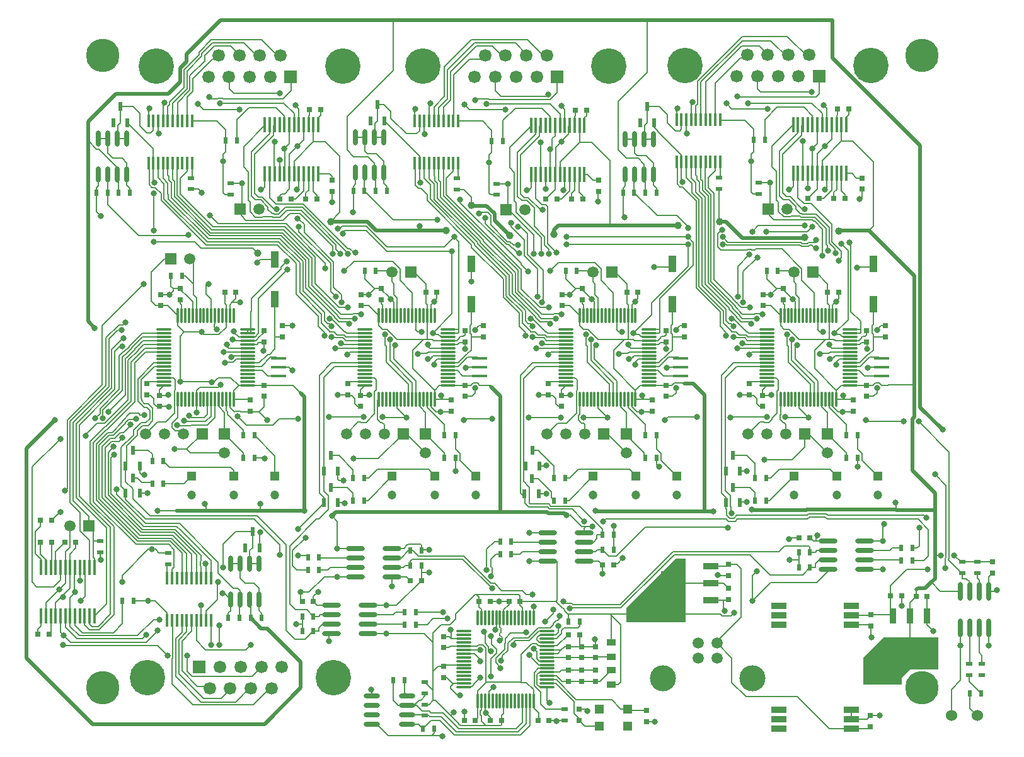
<source format=gtl>
%FSLAX44Y44*%
%MOMM*%
G71*
G01*
G75*
G04 Layer_Physical_Order=1*
G04 Layer_Color=255*
%ADD10R,3.2000X2.1000*%
%ADD11R,0.9000X2.1000*%
%ADD12R,0.9000X0.6000*%
%ADD13R,0.8000X0.8000*%
%ADD14R,2.0000X0.4000*%
%ADD15R,0.6000X0.9000*%
%ADD16O,0.6000X2.2000*%
%ADD17R,1.1000X2.3000*%
%ADD18R,0.8000X0.8000*%
%ADD19R,0.6000X1.1500*%
%ADD20R,1.3000X0.9000*%
%ADD21O,2.1000X0.3000*%
%ADD22O,0.3000X2.1000*%
%ADD23R,0.4000X2.1500*%
%ADD24R,0.4000X2.1500*%
%ADD25R,0.3500X1.7000*%
%ADD26O,2.5000X0.7000*%
%ADD27O,0.7000X2.5000*%
%ADD28R,2.1000X0.9000*%
%ADD29R,2.1000X3.2000*%
%ADD30O,2.2000X0.6000*%
%ADD31R,2.0000X0.8500*%
%ADD32R,1.1500X1.3000*%
%ADD33R,1.2000X1.3000*%
%ADD34R,0.6000X1.3000*%
%ADD35C,0.2000*%
%ADD36C,0.5000*%
%ADD37R,1.2000X1.2000*%
%ADD38C,1.2000*%
%ADD39C,3.5000*%
%ADD40C,1.5000*%
%ADD41R,1.5000X1.5000*%
%ADD42R,1.5000X1.5000*%
%ADD43C,1.5240*%
%ADD44C,4.5000*%
%ADD45C,4.7600*%
%ADD46R,1.6900X1.6900*%
%ADD47C,1.6900*%
%ADD48C,0.8000*%
%ADD49C,1.0000*%
G36*
X572000Y-400000D02*
X534000D01*
X523000Y-411000D01*
Y-421000D01*
X472000D01*
Y-384000D01*
X499000Y-357000D01*
X572000D01*
Y-400000D01*
D02*
G37*
G36*
X233000Y-337000D02*
X153000D01*
Y-317000D01*
X219000Y-251000D01*
X233000D01*
Y-337000D01*
D02*
G37*
D10*
X534500Y-385000D02*
D03*
D11*
X511500Y-328000D02*
D03*
X534500D02*
D03*
X557500D02*
D03*
D12*
X277541Y261000D02*
D03*
Y246000D02*
D03*
X-74500Y259750D02*
D03*
Y244750D02*
D03*
X-432000Y260500D02*
D03*
Y245500D02*
D03*
X-462000Y-258500D02*
D03*
Y-243500D02*
D03*
X-554000Y-242500D02*
D03*
Y-227500D02*
D03*
X-378501Y238500D02*
D03*
Y253500D02*
D03*
X-21000Y237750D02*
D03*
Y252750D02*
D03*
X331040Y239000D02*
D03*
Y254000D02*
D03*
X624951Y-270500D02*
D03*
Y-255500D02*
D03*
X604950Y-270500D02*
D03*
Y-255500D02*
D03*
X613951Y-408000D02*
D03*
Y-393000D02*
D03*
X630950Y-408000D02*
D03*
Y-393000D02*
D03*
X-117500Y-417500D02*
D03*
Y-432500D02*
D03*
X-117500Y-447500D02*
D03*
Y-462500D02*
D03*
X70500Y-468500D02*
D03*
Y-453500D02*
D03*
D13*
X397041Y233000D02*
D03*
X412040D02*
D03*
X45000Y231750D02*
D03*
X60000D02*
D03*
X-312500Y232500D02*
D03*
X-297500D02*
D03*
X-586250Y-229500D02*
D03*
X-601250D02*
D03*
X-386249Y106750D02*
D03*
X-371250D02*
D03*
X-116250Y106750D02*
D03*
X-101250D02*
D03*
X153751D02*
D03*
X168750D02*
D03*
X423750Y106750D02*
D03*
X438750D02*
D03*
X-618750Y-199500D02*
D03*
X-633750D02*
D03*
X-622500Y-352500D02*
D03*
X-637500D02*
D03*
X-272500Y352500D02*
D03*
X-257500D02*
D03*
X85000Y351750D02*
D03*
X100000D02*
D03*
X437041Y353000D02*
D03*
X452040D02*
D03*
X-122000Y-280500D02*
D03*
X-137000D02*
D03*
X385000Y-223000D02*
D03*
X400000D02*
D03*
X-282250Y-309000D02*
D03*
X-267250D02*
D03*
X136250Y-259500D02*
D03*
X121250D02*
D03*
X34500Y-468500D02*
D03*
X49500D02*
D03*
X-14500Y-468500D02*
D03*
X-29500D02*
D03*
X-44500Y-308500D02*
D03*
X-29500D02*
D03*
X10500Y-308500D02*
D03*
X-4500D02*
D03*
X-49500Y-468500D02*
D03*
X-64500D02*
D03*
X75500Y-353500D02*
D03*
X90500D02*
D03*
X508000Y-301500D02*
D03*
X523000D02*
D03*
X542500Y-302500D02*
D03*
X557500D02*
D03*
X-618750Y-229500D02*
D03*
X-633750D02*
D03*
X80000Y231750D02*
D03*
X95000D02*
D03*
X432040Y233000D02*
D03*
X447041D02*
D03*
X-277500Y232500D02*
D03*
X-262500D02*
D03*
D14*
X496250Y18250D02*
D03*
Y6250D02*
D03*
Y-5750D02*
D03*
X226250Y18250D02*
D03*
Y6250D02*
D03*
Y-5750D02*
D03*
X-43750Y18250D02*
D03*
Y6250D02*
D03*
Y-5750D02*
D03*
X-313750Y18250D02*
D03*
Y6250D02*
D03*
Y-5750D02*
D03*
D15*
X90500Y-336000D02*
D03*
X75500D02*
D03*
X-336600Y-330750D02*
D03*
X-351600D02*
D03*
X-513850Y240750D02*
D03*
X-528850D02*
D03*
X-168600Y243001D02*
D03*
X-183600D02*
D03*
X193900Y240501D02*
D03*
X178900D02*
D03*
X-381600Y-330750D02*
D03*
X-366600D02*
D03*
X-558850Y240750D02*
D03*
X-543850D02*
D03*
X-213600Y243000D02*
D03*
X-198600D02*
D03*
X148900Y240500D02*
D03*
X163900D02*
D03*
X-458749Y129250D02*
D03*
X-443749D02*
D03*
X-198249Y135500D02*
D03*
X-183249D02*
D03*
X71751Y135500D02*
D03*
X86751D02*
D03*
X341751D02*
D03*
X356751D02*
D03*
X-361249Y-85749D02*
D03*
X-346249D02*
D03*
X-91250D02*
D03*
X-76249D02*
D03*
X178751Y-85750D02*
D03*
X193751D02*
D03*
X448751D02*
D03*
X463751D02*
D03*
X-346249Y-115750D02*
D03*
X-361249D02*
D03*
X-76249D02*
D03*
X-91250D02*
D03*
X193751Y-115749D02*
D03*
X178751D02*
D03*
X463751Y-115750D02*
D03*
X448751D02*
D03*
X-508749Y-308000D02*
D03*
X-523750D02*
D03*
X-385000Y311000D02*
D03*
X-370001D02*
D03*
X-27500Y310250D02*
D03*
X-12500D02*
D03*
X324540Y311500D02*
D03*
X339541D02*
D03*
X-136999Y-260500D02*
D03*
X-122000D02*
D03*
X400000Y-243000D02*
D03*
X385000D02*
D03*
X-267250Y-329000D02*
D03*
X-282250D02*
D03*
X121250Y-239499D02*
D03*
X136250D02*
D03*
X-137000Y-240500D02*
D03*
X-122000D02*
D03*
X400000Y-263000D02*
D03*
X385000D02*
D03*
X-267250Y-349000D02*
D03*
X-282250D02*
D03*
X121250Y-219500D02*
D03*
X136250D02*
D03*
X-274500Y-249500D02*
D03*
X-259500D02*
D03*
X537500Y-254000D02*
D03*
X522500D02*
D03*
X-129749Y-340000D02*
D03*
X-144750D02*
D03*
X-16251Y-228499D02*
D03*
X-1250D02*
D03*
X-274500Y-266500D02*
D03*
X-259500D02*
D03*
X537500Y-237000D02*
D03*
X522500D02*
D03*
X-129749Y-323000D02*
D03*
X-144749D02*
D03*
X-16251Y-245500D02*
D03*
X-1251D02*
D03*
X-105000Y-480000D02*
D03*
X-120000D02*
D03*
X-145000Y-415000D02*
D03*
X-160000D02*
D03*
X-483750Y-150250D02*
D03*
X-468750D02*
D03*
X-213750Y-173250D02*
D03*
X-198750D02*
D03*
X56250D02*
D03*
X71251D02*
D03*
X326250D02*
D03*
X341250D02*
D03*
X-483750Y-120250D02*
D03*
X-468750D02*
D03*
X-213750Y-143250D02*
D03*
X-198750D02*
D03*
X56250D02*
D03*
X71250D02*
D03*
X326250D02*
D03*
X341250D02*
D03*
X630000Y-432500D02*
D03*
X615000D02*
D03*
D16*
X-555850Y265250D02*
D03*
X-543150D02*
D03*
X-530450D02*
D03*
X-517750D02*
D03*
X-555850Y313250D02*
D03*
X-543150D02*
D03*
X-530450D02*
D03*
X-517750D02*
D03*
X-378600Y-306250D02*
D03*
X-365900D02*
D03*
X-353200D02*
D03*
X-340500D02*
D03*
X-378600Y-258250D02*
D03*
X-365900D02*
D03*
X-353200D02*
D03*
X-340500D02*
D03*
X-210600Y267500D02*
D03*
X-197900D02*
D03*
X-185200D02*
D03*
X-172500D02*
D03*
X-210600Y315500D02*
D03*
X-197900D02*
D03*
X-185200D02*
D03*
X-172500D02*
D03*
X151900Y265000D02*
D03*
X164600D02*
D03*
X177300D02*
D03*
X190000D02*
D03*
X151900Y313000D02*
D03*
X164600D02*
D03*
X177300D02*
D03*
X190000D02*
D03*
D17*
X-55000Y144750D02*
D03*
Y90750D02*
D03*
X215000Y144750D02*
D03*
Y90750D02*
D03*
X485000Y144750D02*
D03*
Y90750D02*
D03*
X-318750Y151250D02*
D03*
Y97250D02*
D03*
D18*
X-308750Y46749D02*
D03*
Y61749D02*
D03*
X-38749Y46749D02*
D03*
Y61749D02*
D03*
X231250Y46749D02*
D03*
Y61749D02*
D03*
X501251Y46749D02*
D03*
Y61749D02*
D03*
X-446250Y96750D02*
D03*
Y111750D02*
D03*
X-176250Y96751D02*
D03*
Y111751D02*
D03*
X93750Y96750D02*
D03*
Y111751D02*
D03*
X363750Y96750D02*
D03*
Y111751D02*
D03*
X-491250Y-15750D02*
D03*
Y-30750D02*
D03*
X-221251Y-15750D02*
D03*
Y-30750D02*
D03*
X48750Y-15750D02*
D03*
Y-30750D02*
D03*
X318750Y-15750D02*
D03*
Y-30750D02*
D03*
X-333749Y55250D02*
D03*
Y40250D02*
D03*
X-63749Y55250D02*
D03*
Y40250D02*
D03*
X206251Y55250D02*
D03*
Y40250D02*
D03*
X476250Y55250D02*
D03*
Y40250D02*
D03*
X-351750Y-38250D02*
D03*
Y-53250D02*
D03*
X-81750Y-38250D02*
D03*
Y-53250D02*
D03*
X188250Y-38250D02*
D03*
Y-53250D02*
D03*
X458250Y-38250D02*
D03*
Y-53250D02*
D03*
X-333750Y-18251D02*
D03*
Y-33251D02*
D03*
X-63750Y-18250D02*
D03*
Y-33251D02*
D03*
X206251Y-18250D02*
D03*
Y-33250D02*
D03*
X476251Y-18250D02*
D03*
Y-33251D02*
D03*
X-472750Y88750D02*
D03*
Y103750D02*
D03*
X-202750Y88750D02*
D03*
Y103750D02*
D03*
X67250Y88750D02*
D03*
Y103750D02*
D03*
X337250Y88750D02*
D03*
Y103750D02*
D03*
X-473750Y-31751D02*
D03*
Y-46751D02*
D03*
X-203750Y-31750D02*
D03*
Y-46751D02*
D03*
X66250Y-31751D02*
D03*
Y-46751D02*
D03*
X336250Y-31750D02*
D03*
Y-46751D02*
D03*
X644950Y-255500D02*
D03*
Y-270500D02*
D03*
X89750Y-454000D02*
D03*
Y-469000D02*
D03*
X180500Y-470250D02*
D03*
Y-455250D02*
D03*
X111500Y-416500D02*
D03*
Y-401500D02*
D03*
X290750Y-291500D02*
D03*
Y-306500D02*
D03*
X75500Y-416500D02*
D03*
Y-401500D02*
D03*
X93500Y-416500D02*
D03*
Y-401500D02*
D03*
X-92000Y-396000D02*
D03*
Y-411000D02*
D03*
X-92000Y-371000D02*
D03*
Y-356000D02*
D03*
X75500Y-384500D02*
D03*
Y-369500D02*
D03*
X93500Y-384500D02*
D03*
Y-369500D02*
D03*
X111500Y-384500D02*
D03*
Y-369500D02*
D03*
X290750Y-259000D02*
D03*
Y-274000D02*
D03*
X481000Y-477500D02*
D03*
Y-462500D02*
D03*
X-242000Y242500D02*
D03*
Y257500D02*
D03*
X116000Y242500D02*
D03*
Y257500D02*
D03*
X470000Y245500D02*
D03*
Y260500D02*
D03*
X482000Y-326500D02*
D03*
Y-341500D02*
D03*
D19*
X-349100Y-214500D02*
D03*
X-339600Y-237000D02*
D03*
X-358600D02*
D03*
X-526350Y357000D02*
D03*
X-516850Y334500D02*
D03*
X-535850D02*
D03*
X-181100Y359250D02*
D03*
X-171600Y336750D02*
D03*
X-190600D02*
D03*
X181400Y356750D02*
D03*
X190900Y334250D02*
D03*
X171900D02*
D03*
D20*
X133000Y-401500D02*
D03*
Y-420500D02*
D03*
X133000Y-383000D02*
D03*
Y-364000D02*
D03*
D21*
X-355950Y-18250D02*
D03*
Y-13250D02*
D03*
Y-8249D02*
D03*
Y-3250D02*
D03*
Y1751D02*
D03*
Y6750D02*
D03*
Y11751D02*
D03*
Y16750D02*
D03*
Y21751D02*
D03*
Y26750D02*
D03*
Y31751D02*
D03*
Y36750D02*
D03*
Y41750D02*
D03*
Y46750D02*
D03*
Y51750D02*
D03*
Y56750D02*
D03*
X-467951D02*
D03*
Y51750D02*
D03*
Y46750D02*
D03*
Y41750D02*
D03*
Y36750D02*
D03*
Y31751D02*
D03*
Y26750D02*
D03*
Y21751D02*
D03*
Y16750D02*
D03*
Y11751D02*
D03*
Y6750D02*
D03*
Y1751D02*
D03*
Y-3250D02*
D03*
Y-8249D02*
D03*
Y-13250D02*
D03*
Y-18250D02*
D03*
X184049D02*
D03*
Y-13250D02*
D03*
Y-8250D02*
D03*
Y-3250D02*
D03*
Y1750D02*
D03*
Y6750D02*
D03*
Y11750D02*
D03*
Y16750D02*
D03*
Y21750D02*
D03*
Y26750D02*
D03*
Y31750D02*
D03*
Y36750D02*
D03*
Y41750D02*
D03*
Y46750D02*
D03*
Y51750D02*
D03*
Y56750D02*
D03*
X72049D02*
D03*
Y51750D02*
D03*
Y46750D02*
D03*
Y41750D02*
D03*
Y36750D02*
D03*
Y31750D02*
D03*
Y26750D02*
D03*
Y21750D02*
D03*
Y16750D02*
D03*
Y11750D02*
D03*
Y6750D02*
D03*
Y1750D02*
D03*
Y-3250D02*
D03*
Y-8250D02*
D03*
Y-13250D02*
D03*
Y-18250D02*
D03*
X454049D02*
D03*
Y-13250D02*
D03*
Y-8250D02*
D03*
Y-3250D02*
D03*
Y1750D02*
D03*
Y6750D02*
D03*
Y11750D02*
D03*
Y16750D02*
D03*
Y21750D02*
D03*
Y26750D02*
D03*
Y31750D02*
D03*
Y36750D02*
D03*
Y41750D02*
D03*
Y46750D02*
D03*
Y51750D02*
D03*
Y56750D02*
D03*
X342049D02*
D03*
Y51750D02*
D03*
Y46750D02*
D03*
Y41750D02*
D03*
Y36750D02*
D03*
Y31750D02*
D03*
Y26750D02*
D03*
Y21750D02*
D03*
Y16750D02*
D03*
Y11750D02*
D03*
Y6750D02*
D03*
Y1750D02*
D03*
Y-3250D02*
D03*
Y-8250D02*
D03*
Y-13250D02*
D03*
Y-18250D02*
D03*
X47000Y-424000D02*
D03*
Y-419000D02*
D03*
Y-414000D02*
D03*
Y-409000D02*
D03*
Y-404000D02*
D03*
Y-399000D02*
D03*
Y-394000D02*
D03*
Y-389000D02*
D03*
Y-384000D02*
D03*
Y-379000D02*
D03*
Y-374000D02*
D03*
Y-369000D02*
D03*
Y-364000D02*
D03*
Y-359000D02*
D03*
Y-354001D02*
D03*
Y-349000D02*
D03*
X-65000D02*
D03*
Y-354001D02*
D03*
Y-359000D02*
D03*
Y-364000D02*
D03*
Y-369000D02*
D03*
Y-374000D02*
D03*
Y-379000D02*
D03*
Y-384000D02*
D03*
Y-389000D02*
D03*
Y-394000D02*
D03*
Y-399000D02*
D03*
Y-404000D02*
D03*
Y-409000D02*
D03*
Y-414000D02*
D03*
Y-419000D02*
D03*
Y-424000D02*
D03*
X-85951Y-18250D02*
D03*
Y-13250D02*
D03*
Y-8250D02*
D03*
Y-3250D02*
D03*
Y1750D02*
D03*
Y6750D02*
D03*
Y11750D02*
D03*
Y16750D02*
D03*
Y21750D02*
D03*
Y26750D02*
D03*
Y31750D02*
D03*
Y36750D02*
D03*
Y41750D02*
D03*
Y46750D02*
D03*
Y51750D02*
D03*
Y56750D02*
D03*
X-197951D02*
D03*
Y51750D02*
D03*
Y46750D02*
D03*
Y41750D02*
D03*
Y36750D02*
D03*
Y31750D02*
D03*
Y26750D02*
D03*
Y21750D02*
D03*
Y16750D02*
D03*
Y11750D02*
D03*
Y6750D02*
D03*
Y1750D02*
D03*
Y-3250D02*
D03*
Y-8250D02*
D03*
Y-13250D02*
D03*
Y-18250D02*
D03*
D22*
X-374451Y75251D02*
D03*
X-379450D02*
D03*
X-384451D02*
D03*
X-389450D02*
D03*
X-394451D02*
D03*
X-399450D02*
D03*
X-404451D02*
D03*
X-409450D02*
D03*
X-414451D02*
D03*
X-419450D02*
D03*
X-424451D02*
D03*
X-429450D02*
D03*
X-434451D02*
D03*
X-439450D02*
D03*
X-444451D02*
D03*
X-449450D02*
D03*
Y-36750D02*
D03*
X-444451D02*
D03*
X-439450D02*
D03*
X-434451D02*
D03*
X-429450D02*
D03*
X-424451D02*
D03*
X-419450D02*
D03*
X-414451D02*
D03*
X-409450D02*
D03*
X-404451D02*
D03*
X-399450D02*
D03*
X-394451D02*
D03*
X-389450D02*
D03*
X-384451D02*
D03*
X-379450D02*
D03*
X-374451D02*
D03*
X165549Y75250D02*
D03*
X160549D02*
D03*
X155549D02*
D03*
X150549D02*
D03*
X145549D02*
D03*
X140549D02*
D03*
X135549D02*
D03*
X130549D02*
D03*
X125549D02*
D03*
X120549D02*
D03*
X115549D02*
D03*
X110549D02*
D03*
X105549D02*
D03*
X100549D02*
D03*
X95549D02*
D03*
X90549D02*
D03*
Y-36750D02*
D03*
X95549D02*
D03*
X100549D02*
D03*
X105549D02*
D03*
X110549D02*
D03*
X115549D02*
D03*
X120549D02*
D03*
X125549D02*
D03*
X130549D02*
D03*
X135549D02*
D03*
X140549D02*
D03*
X145549D02*
D03*
X150549D02*
D03*
X155549D02*
D03*
X160549D02*
D03*
X165549D02*
D03*
X435549Y75250D02*
D03*
X430549D02*
D03*
X425549D02*
D03*
X420549D02*
D03*
X415549D02*
D03*
X410549D02*
D03*
X405549D02*
D03*
X400549D02*
D03*
X395549D02*
D03*
X390549D02*
D03*
X385549D02*
D03*
X380549D02*
D03*
X375549D02*
D03*
X370549D02*
D03*
X365550D02*
D03*
X360549D02*
D03*
Y-36750D02*
D03*
X365550D02*
D03*
X370549D02*
D03*
X375549D02*
D03*
X380549D02*
D03*
X385549D02*
D03*
X390549D02*
D03*
X395549D02*
D03*
X400549D02*
D03*
X405549D02*
D03*
X410549D02*
D03*
X415549D02*
D03*
X420549D02*
D03*
X425549D02*
D03*
X430549D02*
D03*
X435549D02*
D03*
X28500Y-330500D02*
D03*
X23500D02*
D03*
X18500D02*
D03*
X13500D02*
D03*
X8500D02*
D03*
X3500D02*
D03*
X-1500D02*
D03*
X-6500D02*
D03*
X-11500D02*
D03*
X-16500D02*
D03*
X-21500D02*
D03*
X-26500D02*
D03*
X-31500D02*
D03*
X-36500D02*
D03*
X-41500D02*
D03*
X-46500D02*
D03*
Y-442500D02*
D03*
X-41500D02*
D03*
X-36500D02*
D03*
X-31500D02*
D03*
X-26500D02*
D03*
X-21500D02*
D03*
X-16500D02*
D03*
X-11500D02*
D03*
X-6500D02*
D03*
X-1500D02*
D03*
X3500D02*
D03*
X8500D02*
D03*
X13500D02*
D03*
X18500D02*
D03*
X23500D02*
D03*
X28500D02*
D03*
X-104451Y75250D02*
D03*
X-109451D02*
D03*
X-114451D02*
D03*
X-119451D02*
D03*
X-124451D02*
D03*
X-129451D02*
D03*
X-134451D02*
D03*
X-139451D02*
D03*
X-144451D02*
D03*
X-149451D02*
D03*
X-154451D02*
D03*
X-159451D02*
D03*
X-164451D02*
D03*
X-169451D02*
D03*
X-174451D02*
D03*
X-179451D02*
D03*
Y-36750D02*
D03*
X-174451D02*
D03*
X-169451D02*
D03*
X-164451D02*
D03*
X-159451D02*
D03*
X-154451D02*
D03*
X-149451D02*
D03*
X-144451D02*
D03*
X-139451D02*
D03*
X-134451D02*
D03*
X-129451D02*
D03*
X-124451D02*
D03*
X-119451D02*
D03*
X-114451D02*
D03*
X-109451D02*
D03*
X-104451D02*
D03*
D23*
X-633000Y-328750D02*
D03*
X-260751Y331750D02*
D03*
X96750Y331000D02*
D03*
X448790Y332250D02*
D03*
D24*
X-626500Y-328750D02*
D03*
X-620000D02*
D03*
X-613500D02*
D03*
X-607000D02*
D03*
X-600500D02*
D03*
X-594000D02*
D03*
X-587500D02*
D03*
X-581000D02*
D03*
X-574500D02*
D03*
X-568000D02*
D03*
X-561500D02*
D03*
X-633000Y-263250D02*
D03*
X-626500D02*
D03*
X-620000D02*
D03*
X-613500D02*
D03*
X-607000D02*
D03*
X-600500D02*
D03*
X-594000D02*
D03*
X-587500D02*
D03*
X-581000D02*
D03*
X-574500D02*
D03*
X-568000D02*
D03*
X-561500D02*
D03*
X-267251Y331750D02*
D03*
X-273750D02*
D03*
X-280251D02*
D03*
X-286751D02*
D03*
X-293251D02*
D03*
X-299750D02*
D03*
X-306251D02*
D03*
X-312751D02*
D03*
X-319251D02*
D03*
X-325750D02*
D03*
X-332251D02*
D03*
X-260751Y266250D02*
D03*
X-267251D02*
D03*
X-273750D02*
D03*
X-280251D02*
D03*
X-286751D02*
D03*
X-293251D02*
D03*
X-299750D02*
D03*
X-306251D02*
D03*
X-312751D02*
D03*
X-319251D02*
D03*
X-325750D02*
D03*
X-332251D02*
D03*
X90250Y331000D02*
D03*
X83750D02*
D03*
X77250D02*
D03*
X70750D02*
D03*
X64250D02*
D03*
X57750D02*
D03*
X51250D02*
D03*
X44750D02*
D03*
X38250D02*
D03*
X31750D02*
D03*
X25250D02*
D03*
X96750Y265500D02*
D03*
X90250D02*
D03*
X83750D02*
D03*
X77250D02*
D03*
X70750D02*
D03*
X64250D02*
D03*
X57750D02*
D03*
X51250D02*
D03*
X44750D02*
D03*
X38250D02*
D03*
X31750D02*
D03*
X25250D02*
D03*
X442290Y332250D02*
D03*
X435790D02*
D03*
X429290D02*
D03*
X422790D02*
D03*
X416290D02*
D03*
X409790D02*
D03*
X403290D02*
D03*
X396790D02*
D03*
X390290D02*
D03*
X383791D02*
D03*
X377290D02*
D03*
X448790Y266750D02*
D03*
X442290D02*
D03*
X435790D02*
D03*
X429290D02*
D03*
X422790D02*
D03*
X416290D02*
D03*
X409790D02*
D03*
X403290D02*
D03*
X396790D02*
D03*
X390290D02*
D03*
X383791D02*
D03*
X377290D02*
D03*
D25*
X-463500Y-334500D02*
D03*
X-457000D02*
D03*
X-450500D02*
D03*
X-444000D02*
D03*
X-437500D02*
D03*
X-431000D02*
D03*
X-424500D02*
D03*
X-418000D02*
D03*
X-411500D02*
D03*
X-405000D02*
D03*
X-463500Y-277500D02*
D03*
X-457000D02*
D03*
X-450500D02*
D03*
X-444000D02*
D03*
X-437500D02*
D03*
X-431000D02*
D03*
X-424500D02*
D03*
X-418000D02*
D03*
X-411500D02*
D03*
X-405000D02*
D03*
X-72750Y337500D02*
D03*
X-79249D02*
D03*
X-85750D02*
D03*
X-92250D02*
D03*
X-98750D02*
D03*
X-105250D02*
D03*
X-111750D02*
D03*
X-118250D02*
D03*
X-124749D02*
D03*
X-131250D02*
D03*
X-72750Y280500D02*
D03*
X-79249D02*
D03*
X-85750D02*
D03*
X-92250D02*
D03*
X-98750D02*
D03*
X-105250D02*
D03*
X-111750D02*
D03*
X-118250D02*
D03*
X-124749D02*
D03*
X-131250D02*
D03*
X279290Y338750D02*
D03*
X272790D02*
D03*
X266290D02*
D03*
X259790D02*
D03*
X253290D02*
D03*
X246790D02*
D03*
X240290D02*
D03*
X233790D02*
D03*
X227290D02*
D03*
X220790D02*
D03*
X279290Y281750D02*
D03*
X272790D02*
D03*
X266290D02*
D03*
X259790D02*
D03*
X253290D02*
D03*
X246790D02*
D03*
X240290D02*
D03*
X233790D02*
D03*
X227290D02*
D03*
X220790D02*
D03*
X-430251Y337500D02*
D03*
X-436751D02*
D03*
X-443251D02*
D03*
X-449751D02*
D03*
X-456251D02*
D03*
X-462751D02*
D03*
X-469251D02*
D03*
X-475751D02*
D03*
X-482251D02*
D03*
X-488751D02*
D03*
X-430251Y280500D02*
D03*
X-436751D02*
D03*
X-443251D02*
D03*
X-449751D02*
D03*
X-456251D02*
D03*
X-462751D02*
D03*
X-469251D02*
D03*
X-475751D02*
D03*
X-482251D02*
D03*
X-488751D02*
D03*
D26*
X-210500Y-237450D02*
D03*
Y-250150D02*
D03*
Y-262850D02*
D03*
Y-275550D02*
D03*
X-161500Y-237450D02*
D03*
Y-250150D02*
D03*
Y-262850D02*
D03*
Y-275550D02*
D03*
X473500Y-266050D02*
D03*
Y-253350D02*
D03*
Y-240650D02*
D03*
Y-227950D02*
D03*
X424500Y-266050D02*
D03*
Y-253350D02*
D03*
Y-240650D02*
D03*
Y-227950D02*
D03*
X-193750Y-352050D02*
D03*
Y-339350D02*
D03*
Y-326650D02*
D03*
Y-313950D02*
D03*
X-242750Y-352050D02*
D03*
Y-339350D02*
D03*
Y-326650D02*
D03*
Y-313950D02*
D03*
X47750Y-216450D02*
D03*
Y-229150D02*
D03*
Y-241850D02*
D03*
Y-254550D02*
D03*
X96749Y-216450D02*
D03*
Y-229150D02*
D03*
Y-241850D02*
D03*
Y-254550D02*
D03*
D27*
X601900Y-344000D02*
D03*
X614600D02*
D03*
X627300D02*
D03*
X640000D02*
D03*
X601900Y-295000D02*
D03*
X614600D02*
D03*
X627300D02*
D03*
X640000D02*
D03*
D28*
X266750Y-307500D02*
D03*
Y-284500D02*
D03*
Y-261499D02*
D03*
D29*
X209750Y-284500D02*
D03*
D30*
X-189000Y-435950D02*
D03*
Y-448650D02*
D03*
Y-461350D02*
D03*
Y-474050D02*
D03*
X-141000Y-435950D02*
D03*
Y-448650D02*
D03*
Y-461350D02*
D03*
Y-474050D02*
D03*
D31*
X358250Y-314450D02*
D03*
Y-327150D02*
D03*
Y-339850D02*
D03*
Y-454150D02*
D03*
Y-466850D02*
D03*
Y-479550D02*
D03*
X455751Y-314450D02*
D03*
Y-327150D02*
D03*
Y-339850D02*
D03*
Y-454150D02*
D03*
Y-466850D02*
D03*
Y-479550D02*
D03*
D32*
X116750Y-476500D02*
D03*
X154750Y-453500D02*
D03*
X116750D02*
D03*
D33*
X154750Y-476500D02*
D03*
D34*
X-243750Y-155250D02*
D03*
X-234250Y-176250D02*
D03*
X-253250D02*
D03*
X296250Y-155250D02*
D03*
X305750Y-176250D02*
D03*
X286750D02*
D03*
X26000Y-143500D02*
D03*
X35500Y-164500D02*
D03*
X16500D02*
D03*
X-510000Y-142500D02*
D03*
X-500500Y-163500D02*
D03*
X-519500D02*
D03*
X-243750Y-112750D02*
D03*
X-234250Y-133750D02*
D03*
X-253250D02*
D03*
X296250Y-112750D02*
D03*
X305750Y-133750D02*
D03*
X286750D02*
D03*
X-510000Y-105500D02*
D03*
X-500500Y-126500D02*
D03*
X-519500D02*
D03*
X27000Y-105500D02*
D03*
X36500Y-126500D02*
D03*
X17500D02*
D03*
D35*
X601950Y-415050D02*
Y-368500D01*
X590000Y-427000D02*
X601950Y-415050D01*
X590000Y-462500D02*
Y-427000D01*
X81650Y-312750D02*
X145100D01*
X78000Y-317500D02*
X146007D01*
X145100Y-312750D02*
X215600Y-242250D01*
X146007Y-317500D02*
X198007Y-265500D01*
X383000Y-437000D02*
X425550Y-479550D01*
X314000Y-437000D02*
X383000D01*
X295000Y-418000D02*
X314000Y-437000D01*
X295000Y-418000D02*
Y-385000D01*
X275000Y-365000D02*
X295000Y-385000D01*
X275000Y-362250D02*
X307000Y-330250D01*
X275000Y-365000D02*
Y-362250D01*
X28960Y-387745D02*
Y-387228D01*
Y-387745D02*
X35216Y-394000D01*
X47000D01*
X22751Y-381019D02*
X28960Y-387228D01*
X33500Y-385864D02*
X36636Y-389000D01*
X47000D01*
X29136Y-372473D02*
X33500Y-376837D01*
Y-385864D02*
Y-376837D01*
X-479924Y-308000D02*
X-463500Y-324424D01*
X-370001Y311000D02*
Y338500D01*
X-192951Y88750D02*
X-179451Y75250D01*
X-202750Y88750D02*
X-192951D01*
X-154451Y-49049D02*
X-141750Y-61750D01*
X-154451Y-49049D02*
Y-36750D01*
X-124951Y-36249D02*
X-124451Y-36750D01*
X-104451Y-24927D02*
X-97774Y-18250D01*
X-104451Y-36750D02*
Y-24927D01*
X-83250Y-36750D02*
X-81750Y-38250D01*
X-543150Y294050D02*
Y313250D01*
X-154451Y75250D02*
Y98950D01*
X-158750Y103250D02*
X-154451Y98950D01*
X-158750Y103250D02*
Y118250D01*
X-179451Y61951D02*
Y75250D01*
X-198450Y-12750D02*
X-197951Y-13250D01*
X-161399Y120900D02*
X-158750Y118250D01*
X-159451Y75250D02*
Y93758D01*
X-306251Y331750D02*
Y343681D01*
X-555850Y313250D02*
X-543150D01*
X-530450D02*
X-517750D01*
X-260750Y331742D02*
X-260496Y331488D01*
X-260751Y331750D02*
X-260750Y331742D01*
X-378500Y238500D02*
X-377245Y237244D01*
X-463500Y-334500D02*
Y-324424D01*
X-594000Y-291186D02*
Y-263250D01*
X-613500Y-328750D02*
Y-310686D01*
X-293250Y331750D02*
Y346982D01*
X-286751Y331750D02*
Y353396D01*
X-291259Y357904D02*
X-286751Y353396D01*
X-267250Y309268D02*
Y331750D01*
X-386255Y238500D02*
X-378500D01*
X-388500Y292000D02*
X-385000Y295500D01*
X-388500Y240747D02*
X-386255Y238500D01*
X-378500Y253500D02*
X-363000D01*
X-353501Y355000D02*
X-317570D01*
X-306251Y343681D01*
X-523750Y-338500D02*
Y-308000D01*
X601900Y-344000D02*
X601950Y-344049D01*
Y-368500D02*
Y-344049D01*
X640001Y-368450D02*
Y-331956D01*
X639950Y-368500D02*
X640001Y-368450D01*
X614600Y-392349D02*
Y-344000D01*
X613950Y-393000D02*
X614600Y-392349D01*
X627300Y-377850D02*
Y-344000D01*
Y-377850D02*
X630950Y-381500D01*
Y-393000D02*
Y-381500D01*
X627300Y-295000D02*
Y-279850D01*
X-332251Y248250D02*
Y266250D01*
X-482251Y255776D02*
Y280500D01*
Y255776D02*
X-481001Y254526D01*
X-430251Y337500D02*
X-397001D01*
X-385000Y325500D01*
Y295500D02*
Y325500D01*
X-530450Y261465D02*
Y265250D01*
X47000Y-384000D02*
X47500Y-384500D01*
X47000Y-409000D02*
X47500Y-409500D01*
X-116250Y91750D02*
Y106750D01*
Y91750D02*
X-114451Y89951D01*
Y75250D02*
Y89951D01*
X-176250Y110559D02*
Y111751D01*
Y110559D02*
X-166250Y100558D01*
X-176250Y91750D02*
Y96751D01*
Y91750D02*
X-174451Y89951D01*
Y75250D02*
Y89951D01*
X-218751Y-13250D02*
X-197951D01*
X-221251Y-15750D02*
X-218751Y-13250D01*
X-97774Y-18250D02*
X-85951D01*
X-203750Y-24049D02*
X-197951Y-18250D01*
X-203750Y-31750D02*
Y-24049D01*
X-203750Y-31750D02*
X-203750Y-31750D01*
X-221251Y-30750D02*
X-219750Y-32250D01*
X-215750D01*
X-211750Y-36250D01*
Y-43250D02*
Y-36250D01*
Y-43250D02*
X-208249Y-46751D01*
X-203750D01*
X-172150Y-83249D02*
Y-70850D01*
X-222950Y-83249D02*
X-206951Y-67250D01*
X-116750Y-83250D02*
Y-54814D01*
X-123951Y-47614D02*
X-116750Y-54814D01*
X-123951Y-47614D02*
Y-37250D01*
X-124451Y-36750D02*
X-123951Y-37250D01*
X-82750Y-54250D02*
X-81750Y-53250D01*
X-238750Y6750D02*
X-197951Y6750D01*
X-236250Y-30750D02*
X-221251D01*
X640000Y-295000D02*
Y-275450D01*
X644950Y-270500D01*
X624951Y-277500D02*
X627300Y-279850D01*
X624951Y-277500D02*
Y-270500D01*
X473500Y-266050D02*
X473549Y-266000D01*
X498000D01*
X497950Y-227950D02*
X498000Y-228000D01*
X521849Y-253350D02*
X522500Y-254000D01*
X473500Y-253350D02*
X521849D01*
X511000Y-237000D02*
X522500D01*
X473500Y-240650D02*
X507350D01*
X511000Y-237000D01*
X-310001Y239304D02*
X-305883D01*
X-312500Y236805D02*
X-310001Y239304D01*
X-312500Y232500D02*
Y236805D01*
X-293251Y266250D02*
X-293250Y266250D01*
X-262500Y232500D02*
Y237500D01*
X-267501Y242500D02*
X-262500Y237500D01*
X-267501Y242500D02*
Y266000D01*
X-267251Y266250D01*
X-277501Y232500D02*
X-277500Y232500D01*
X-54500Y46749D02*
X-38749D01*
X-260751Y331750D02*
Y341750D01*
X-257500Y345001D01*
Y352500D01*
X-273750Y331750D02*
Y343750D01*
X-272500Y345000D01*
Y352500D01*
X47700Y-216500D02*
X47750Y-216450D01*
X23249Y-216500D02*
X47700D01*
X23249Y-254500D02*
X23300Y-254550D01*
X-1250Y-228499D02*
X-600Y-229150D01*
X13899Y-241850D02*
X47750D01*
X10249Y-245500D02*
X13899Y-241850D01*
X-1251Y-245500D02*
X10249D01*
X113750Y-219500D02*
X121250D01*
X113749Y-224500D02*
Y-219500D01*
X113750Y-219500D01*
X109100Y-229149D02*
X113749Y-224500D01*
X96749Y-229149D02*
X109100D01*
X111899Y-241850D02*
X114249Y-239500D01*
X121250D01*
X96749Y-241850D02*
X111899D01*
X116299Y-254549D02*
X121250Y-259499D01*
X96749Y-254549D02*
X116299D01*
X-210549Y-237500D02*
X-210500Y-237450D01*
X-235000Y-237500D02*
X-210549D01*
X-235000Y-275500D02*
X-234950Y-275550D01*
X-258849Y-250150D02*
X-210500D01*
X-259500Y-249500D02*
X-258849Y-250150D01*
X-244350Y-262850D02*
X-210500D01*
X-248000Y-266500D02*
X-244350Y-262850D01*
X-259500Y-266500D02*
X-248000D01*
X-141950Y-275550D02*
X-137000Y-280500D01*
X-193750Y-352050D02*
X-193701Y-352000D01*
X-169250D01*
X-193750Y-339350D02*
X-145401D01*
X-144750Y-340000D01*
X-193750Y-326650D02*
X-159900D01*
X-156250Y-323000D01*
X-144750D01*
X-267250Y-349000D02*
X-259750D01*
X-259750Y-349000D02*
Y-344000D01*
X-259750Y-349000D02*
X-259750Y-349000D01*
Y-344000D02*
X-255100Y-339350D01*
X-242750D01*
X-260250Y-329000D02*
X-257900Y-326650D01*
X-267250Y-329000D02*
X-260250D01*
X-257900Y-326650D02*
X-242750D01*
X-267250Y-309000D02*
X-262300Y-313950D01*
X-242750D01*
X-467500Y360000D02*
Y362000D01*
X-469250Y358251D02*
X-467500Y360000D01*
X-469251Y337500D02*
X-469250D01*
Y358251D01*
X-528850Y240750D02*
Y263650D01*
X-530450Y265250D02*
X-528850Y263650D01*
X-513850Y240750D02*
Y246850D01*
X-517750Y250750D02*
X-513850Y246850D01*
X-517750Y250750D02*
Y265250D01*
Y280650D01*
X-543850Y240750D02*
Y264550D01*
X-543150Y265250D01*
X-558850Y240750D02*
Y247150D01*
X-555850Y250150D01*
Y265250D01*
X-530450Y313250D02*
X-529850Y313850D01*
X-475751Y320751D02*
X-475000Y320000D01*
X-475751Y320751D02*
Y337500D01*
X-213600Y249400D02*
X-210600Y252400D01*
Y267500D01*
X-198600Y266800D02*
X-197900Y267500D01*
X-172500Y253000D02*
X-168600Y249100D01*
Y243000D02*
Y249100D01*
X-172500Y253000D02*
Y267500D01*
X-183600Y243000D02*
Y265900D01*
X-184600Y316100D02*
Y333400D01*
X-181100Y336900D01*
Y359250D01*
X-185200Y263715D02*
Y267500D01*
Y267500D02*
X-183600Y265900D01*
X-172500Y267500D02*
Y282900D01*
X-210600Y315500D02*
X-197900D01*
X-185200Y315500D02*
X-184600Y316100D01*
X148900Y240500D02*
Y246900D01*
X151900Y249900D01*
Y265000D01*
X163900Y240500D02*
Y264300D01*
X164600Y265000D01*
X190000Y250500D02*
X193900Y246600D01*
Y240500D02*
Y246600D01*
X190000Y250500D02*
Y265000D01*
X178900Y240500D02*
Y263400D01*
X177300Y261215D02*
Y265000D01*
Y265000D02*
X178900Y263400D01*
X164600Y293800D02*
Y313000D01*
X190000Y265000D02*
Y280400D01*
X151900Y313000D02*
X164600D01*
X177300Y313000D02*
X177900Y313600D01*
Y330900D01*
X177300Y313000D02*
X190000D01*
X177900Y330900D02*
X181400Y334400D01*
Y356750D01*
X-355951Y1750D02*
X-335750D01*
X-328250Y-5750D01*
X-313750D01*
X-355951Y6750D02*
X-337250D01*
X-324750Y19250D01*
X-316750D01*
X-326060Y23383D02*
X-318749Y30694D01*
Y46750D01*
X-318748Y46749D01*
X-318750Y97250D02*
X-318749Y97249D01*
X-318748Y46749D02*
X-308750D01*
X-318749Y46750D02*
Y97249D01*
X-376250Y41750D02*
Y42750D01*
X-375752Y43248D01*
X-355951Y51750D02*
Y56750D01*
X-352750Y-54250D02*
X-352249Y-53749D01*
X-371250Y98064D02*
Y106750D01*
X-449451Y61951D02*
Y75250D01*
Y61951D02*
X-440750Y53250D01*
X-417750D01*
X-384451Y75250D02*
Y89951D01*
X-386250Y91750D02*
Y106750D01*
Y91750D02*
X-384451Y89951D01*
X-411208Y104022D02*
X-404451Y97264D01*
Y75250D02*
Y97264D01*
X-411208Y117980D02*
X-408020D01*
X-434250Y123750D02*
X-428750Y118250D01*
X-424450Y75250D02*
Y98950D01*
X-428750Y103250D02*
X-424450Y98950D01*
X-428750Y103250D02*
Y118250D01*
X-429451Y75250D02*
Y93758D01*
X-446250Y110559D02*
X-436250Y100558D01*
X-429451Y93758D01*
X-446250Y91750D02*
Y96751D01*
Y91750D02*
X-444451Y89951D01*
Y75250D02*
Y89951D01*
X-472750Y88750D02*
X-462951D01*
X-449451Y75250D01*
X-467951Y-8250D02*
X-455750D01*
X-468450Y-12750D02*
X-467951Y-13250D01*
X-473750Y-31750D02*
X-473750Y-31750D01*
Y-24049D01*
X-467951Y-18250D01*
X-394451Y-36750D02*
X-393951Y-37250D01*
Y-47614D02*
Y-37250D01*
Y-47614D02*
X-386750Y-54814D01*
X-353250Y-36750D02*
X-351750Y-38250D01*
X-313750Y6250D02*
X-300250D01*
X-295750Y1750D01*
X-491251Y-30750D02*
X-489750Y-32250D01*
X-478249Y-46751D02*
X-473750D01*
X-352249Y-53749D02*
X-351750Y-53250D01*
X-381600Y-330750D02*
Y-324350D01*
X-378600Y-321350D01*
Y-306250D01*
X-366600Y-330750D02*
Y-306950D01*
X-365900Y-306250D01*
X-340500Y-320750D02*
X-336600Y-324650D01*
Y-330750D02*
Y-324650D01*
X-340500Y-320750D02*
Y-306250D01*
X-351600Y-330750D02*
Y-307850D01*
X-353200Y-306250D02*
X-351600Y-307850D01*
X-352600Y-257650D02*
Y-240350D01*
X-349100Y-236850D01*
Y-214500D01*
X-353200Y-310035D02*
Y-306250D01*
X-365900Y-277450D02*
Y-258250D01*
X-359100Y-284250D02*
X-347100D01*
X-365900Y-277450D02*
X-359100Y-284250D01*
X-340500Y-306250D02*
Y-290850D01*
X-347100Y-284250D02*
X-340500Y-290850D01*
X-378600Y-258250D02*
X-365900D01*
X-353200D02*
X-340500D01*
X-353200Y-258250D02*
X-352600Y-257650D01*
X-613500Y-241750D02*
X-601250Y-229500D01*
X-613500Y-263250D02*
Y-241750D01*
X-618750Y-262000D02*
Y-229500D01*
X-620000Y-263250D02*
X-618750Y-262000D01*
X-633750Y-245508D02*
Y-229500D01*
X-626500Y-263250D02*
Y-252758D01*
X-633750Y-245508D02*
X-626500Y-252758D01*
X-640750Y-244164D02*
X-633000Y-251914D01*
X-640750Y-244164D02*
Y-215250D01*
X-633750Y-208250D01*
Y-199500D01*
X-633000Y-263250D02*
Y-251914D01*
X-384451Y-36750D02*
X-383951Y-37250D01*
Y-51957D02*
Y-37250D01*
Y-51957D02*
X-382750Y-53157D01*
Y-57000D02*
Y-53157D01*
X-361249Y-85749D02*
Y-78501D01*
X-346249Y-85749D02*
X-318750Y-113248D01*
Y-140349D02*
Y-113248D01*
X-386750Y-83250D02*
X-361249Y-108751D01*
Y-115750D02*
Y-108751D01*
X-460500Y-128500D02*
X-378000D01*
X-373750Y-132750D01*
Y-140349D02*
Y-132750D01*
X-432000Y260500D02*
X-430251Y262250D01*
X-462751Y337500D02*
Y356850D01*
X-460500Y359101D01*
X-489250Y350410D02*
X-488751Y349910D01*
Y337500D02*
Y349910D01*
X-489250Y350410D02*
Y352250D01*
X-363000Y218500D02*
Y253500D01*
X-338517Y242016D02*
X-338501Y242000D01*
X-370001Y338500D02*
X-353501Y355000D01*
X-422000Y360000D02*
X-414750Y352750D01*
X-366500D01*
X-293250Y266250D02*
Y283268D01*
X-203750Y-31750D02*
X-192750D01*
X-192250Y-31251D01*
X-95250Y-32000D02*
X-93750Y-33500D01*
Y-36750D02*
Y-33500D01*
X-104451Y-36750D02*
X-93750D01*
X-83250D01*
X-104750Y94500D02*
Y94564D01*
X-202750Y103750D02*
X-193250D01*
X-162971Y97279D02*
X-162971D01*
X-162971D02*
X-159451Y93758D01*
X-166250Y100558D02*
X-162971Y97279D01*
X-63750Y-33251D02*
X-54500D01*
X-49750Y-28500D01*
Y-22000D01*
X-85951Y11750D02*
X-73157D01*
X-62500Y5000D02*
X-61250Y6250D01*
X-43750D01*
X-85951Y1750D02*
X-74000D01*
X-66500Y-5750D01*
X-43750D01*
X-85951Y6750D02*
X-72500D01*
X-60000Y19250D01*
X-46750D01*
X-63749Y40250D02*
X-63500Y40001D01*
Y30750D02*
Y40001D01*
X-73157Y11750D02*
X-61157Y23750D01*
X-60601D01*
X-55000Y29351D01*
X-45001Y61749D02*
X-38749D01*
X-55000Y29351D02*
Y50350D01*
X-49502Y57248D02*
X-45001Y61749D01*
X-49502Y56003D02*
Y57248D01*
X-54750Y64000D02*
Y97250D01*
X-59250Y140500D02*
X-55000Y144750D01*
X-109451Y75250D02*
Y89863D01*
X-109451Y75250D02*
X-109451Y75250D01*
Y89863D02*
X-104750Y94564D01*
X-146750Y-83249D02*
X-142151D01*
X-116750Y-108650D01*
X-198750Y-173250D02*
X-194150D01*
X-161250Y-140350D01*
X-198750Y-143250D02*
X-192750D01*
X-180750Y-131250D01*
X-112849D01*
X-103750Y-140349D01*
X-197951Y-8250D02*
X-185750D01*
X-182750Y-11250D01*
Y-24685D02*
Y-11250D01*
X-243000Y11750D02*
X-197951D01*
X-253250Y-160500D02*
Y-7750D01*
X-238750Y6750D01*
X-259250Y-4500D02*
X-243000Y11750D01*
X-259250Y-163500D02*
Y-4500D01*
Y-163500D02*
X-253250Y-169500D01*
Y-177000D02*
Y-169500D01*
X-179451Y61951D02*
X-174642Y57142D01*
X-168243D01*
X-230500Y38500D02*
X-228750Y36750D01*
X-237571Y31429D02*
X-237500Y31500D01*
X-221500D01*
X-228750Y36750D02*
X-197951D01*
X-221250Y31750D02*
X-197951D01*
X-320750Y317563D02*
Y330250D01*
X-319251Y331750D01*
X-221500Y31500D02*
X-221250Y31750D01*
X-85951Y36750D02*
X-73250D01*
X-85951Y41750D02*
X-74250D01*
X-73250Y36750D02*
X-70750Y39250D01*
X-63749D01*
X-74250Y41750D02*
X-70749Y45251D01*
Y45492D01*
X-68992Y47250D01*
X-65750D01*
X-63749Y49251D01*
Y55250D01*
X-104750Y94564D02*
X-101250Y98064D01*
Y106750D01*
X-56502Y51853D02*
Y62248D01*
Y51853D02*
X-55000Y50350D01*
X-56502Y62248D02*
X-54750Y64000D01*
X-107750Y43750D02*
X-105750Y41750D01*
X-85951D01*
X-114451Y44700D02*
X-113500Y43750D01*
X-119250D02*
X-113500D01*
X-107750D01*
X-168243Y57142D02*
X-154850Y43750D01*
X-119250D01*
X-114451Y44700D02*
Y75250D01*
X-273750Y244343D02*
Y266250D01*
X-289250Y244750D02*
X-286751Y247249D01*
X-319750Y218500D02*
X-317000D01*
X-161400Y134250D02*
X-161399Y120900D01*
X-162650Y135500D02*
X-161400Y134250D01*
X-198249Y124499D02*
Y135500D01*
Y124499D02*
X-185501Y111751D01*
X-176250D01*
X-193250Y103750D02*
X-185501Y111500D01*
Y111751D01*
X-136000Y134250D02*
X-132250D01*
X-116250Y106750D02*
Y118250D01*
X-133750Y4373D02*
Y29250D01*
Y4373D02*
X-104451Y-24927D01*
X-133750Y29250D02*
X-119250Y43750D01*
X-110748Y31248D02*
X-100781D01*
X-113750Y34250D02*
X-110748Y31248D01*
X-100781D02*
X-100279Y31750D01*
X-113750Y34250D02*
Y36750D01*
X-100279Y31750D02*
X-85951D01*
X-325750Y233500D02*
Y266250D01*
Y233500D02*
X-317750Y225500D01*
X-104708Y12750D02*
X-100708Y16750D01*
X-85951D01*
X-325750Y320250D02*
Y331750D01*
X-113500Y17000D02*
X-110357D01*
X-107607Y19750D01*
X-108250D02*
X-106250Y21750D01*
X-108250Y19750D02*
X-107607D01*
X-106250Y21750D02*
X-85951D01*
X-354501Y230250D02*
X-352250Y228000D01*
Y215051D02*
Y228000D01*
X-360914Y302687D02*
X-332251Y331350D01*
Y331750D01*
X-126750Y23500D02*
X-124000D01*
X-122750Y24750D01*
X-114750D01*
X-112750Y26750D01*
X-85951D01*
X-364000Y210000D02*
Y216250D01*
X-363000Y218500D02*
X-360751Y216250D01*
X-338501Y242000D02*
X-332251Y248250D01*
X-134451Y75250D02*
Y106250D01*
X-338517Y243983D02*
X-337750Y244750D01*
X-338517Y242016D02*
Y243983D01*
X-350250Y236250D02*
X-345000Y231000D01*
X-341400Y235000D02*
X-336250D01*
X-319750Y218500D01*
X-225750Y135250D02*
X-212750Y148250D01*
X96750Y341000D02*
X100000Y344251D01*
X96750Y331000D02*
X96750Y330992D01*
X97004Y330738D01*
X96750Y331000D02*
Y341000D01*
X100000Y344251D02*
Y351750D01*
X64250Y265500D02*
X64250Y265500D01*
Y282518D01*
X90250Y308518D01*
Y331000D01*
X83750D02*
Y343000D01*
X85000Y344250D02*
Y351750D01*
X83750Y343000D02*
X85000Y344250D01*
X70750Y331000D02*
Y352646D01*
X66242Y357154D02*
X70750Y352646D01*
X64250Y331000D02*
Y346232D01*
X-35000Y359948D02*
X50534D01*
X64250Y346232D01*
X51250Y265500D02*
Y299028D01*
X-12500Y310250D02*
Y337750D01*
X4000Y354250D01*
X51250Y331000D02*
Y342931D01*
X4000Y354250D02*
X39931D01*
X51250Y342931D01*
X11250Y291314D02*
X36750Y316814D01*
Y329500D01*
X37750Y217750D02*
X40500D01*
X36750Y329500D02*
X38250Y331000D01*
X7250Y295000D02*
X31750Y319500D01*
Y331000D01*
X-3414Y274321D02*
Y301936D01*
Y274321D02*
X3000Y267907D01*
X-3414Y301936D02*
X25250Y330600D01*
Y331000D01*
X90000Y241750D02*
X95000Y236750D01*
X90000Y241750D02*
Y265250D01*
X90250Y265500D01*
X95000Y231750D02*
Y236750D01*
X80000Y231750D02*
Y239842D01*
Y231750D02*
X80000Y231750D01*
X80000Y239842D02*
X83750Y243593D01*
Y265500D01*
X60000Y231750D02*
X66251D01*
X77250Y242749D01*
Y265500D01*
X68250Y244000D02*
X70750Y246499D01*
Y265500D01*
X44750Y245804D02*
X45000Y245554D01*
X44750Y245804D02*
Y265500D01*
X38250D02*
Y308414D01*
X18984Y241266D02*
Y243234D01*
X-21000Y252750D02*
X-5500D01*
X18984Y243234D02*
X19750Y244000D01*
X18984Y241266D02*
X19000Y241250D01*
X25250Y247500D01*
Y265500D01*
X-74500Y259750D02*
X-72750Y261500D01*
Y336750D02*
X-39500D01*
X-28754Y237750D02*
X-21000D01*
X-31000Y239997D02*
X-28754Y237750D01*
X-31000Y291250D02*
X-27500Y294750D01*
X-31000Y239997D02*
Y291250D01*
X-39500Y336750D02*
X-27500Y324750D01*
Y294750D02*
Y324750D01*
X-21000Y237750D02*
X-19744Y236494D01*
X-111751Y336750D02*
X-111750D01*
Y357500D01*
X-110000Y359250D01*
Y361250D01*
X-64499Y359250D02*
X-57249Y352000D01*
X-9000D01*
X-118250Y320001D02*
X-117500Y319250D01*
X-118250Y320001D02*
Y336750D01*
X-131749Y349660D02*
X-131250Y349160D01*
X-131749Y349660D02*
Y351500D01*
X-131250Y336750D02*
Y349160D01*
X-5500Y217750D02*
X-3250Y215500D01*
X-130501Y250877D02*
X-126400Y246776D01*
X-131250Y279750D02*
X-130501Y279001D01*
Y250877D02*
Y279001D01*
X-126400Y246776D02*
X-123057D01*
X-124750Y255026D02*
X-123501Y253776D01*
X184049Y6750D02*
X197500D01*
X210000Y19250D01*
X223250D01*
X207500Y5000D02*
X208750Y6250D01*
X226250D01*
X184049Y1750D02*
X196000D01*
X203500Y-5750D01*
X226250D01*
X71250Y-143250D02*
X77250D01*
X89250Y-131250D01*
X157151D01*
X166250Y-140349D01*
X31250Y6750D02*
X72049Y6750D01*
X16750Y-177000D02*
Y-169500D01*
X27000Y11750D02*
X72049D01*
X67250Y103750D02*
X76750D01*
X84499Y111500D01*
Y111751D01*
X93750D01*
X71751Y124499D02*
Y135500D01*
Y124499D02*
X84499Y111751D01*
X86751Y135500D02*
X107350D01*
X123250Y-83249D02*
X127849D01*
X153250Y-108650D01*
X146049Y-47614D02*
Y-37250D01*
X153250Y-83250D02*
Y-54814D01*
X146049Y-47614D02*
X153250Y-54814D01*
X66250Y-31750D02*
X77250D01*
X77750Y-31251D01*
X176250Y-36750D02*
X186750D01*
X176250D02*
Y-33500D01*
X174750Y-32000D02*
X176250Y-33500D01*
X186750Y-36750D02*
X188250Y-38250D01*
X72049Y-8250D02*
X84250D01*
X87250Y-11250D01*
X86049Y-25886D02*
X87250Y-24685D01*
Y-11250D01*
X108600Y134250D02*
X108601Y120900D01*
X107350Y135500D02*
X108600Y134250D01*
X115549Y75250D02*
Y98950D01*
X108601Y120900D02*
X111250Y118250D01*
Y103250D02*
X115549Y98950D01*
X111250Y103250D02*
Y118250D01*
X134000Y134250D02*
X137750D01*
X153750Y118250D01*
Y91750D02*
Y118250D01*
X66250Y-31750D02*
X66250Y-31750D01*
Y-24049D01*
X72049Y-18250D01*
X48749Y-30750D02*
X50250Y-32250D01*
X54250D01*
X61751Y-46751D02*
X66250D01*
X58250Y-43250D02*
Y-36250D01*
Y-43250D02*
X61751Y-46751D01*
X54250Y-32250D02*
X58250Y-36250D01*
X67250Y88750D02*
X77049D01*
X90549Y75250D01*
X153750Y91750D02*
X155549Y89951D01*
Y75250D02*
Y89951D01*
X160549Y75250D02*
X160549Y75250D01*
Y89863D01*
X165250Y94564D01*
Y94500D02*
Y94564D01*
X168750Y98064D01*
Y106750D01*
X206250Y-33251D02*
X215499D01*
X220250Y-28500D01*
Y-22000D01*
X184049Y41750D02*
X195750D01*
X199251Y45251D01*
Y45492D01*
X201008Y47250D01*
X204250D01*
X206251Y49251D01*
Y55250D01*
X206500Y30750D02*
Y40001D01*
X184049Y36750D02*
X196750D01*
X199250Y39250D01*
X206251D01*
Y40250D02*
X206500Y40001D01*
X48749Y-15750D02*
X51249Y-13250D01*
X72049D01*
X33750Y-30750D02*
X48749D01*
X93750Y91750D02*
X95549Y89951D01*
X93750Y91750D02*
Y96751D01*
X95549Y75250D02*
Y89951D01*
X107029Y97279D02*
X107029D01*
X110549Y75250D02*
Y93758D01*
X103750Y100558D02*
X107029Y97279D01*
X107029D02*
X110549Y93758D01*
X93750Y110559D02*
Y111751D01*
Y110559D02*
X103750Y100558D01*
X184049Y11750D02*
X196843D01*
X208843Y23750D01*
X209400D01*
X215000Y29351D01*
Y50350D01*
X215500Y46749D02*
X231250D01*
X213498Y51853D02*
X215000Y50350D01*
X213498Y51853D02*
Y62248D01*
X215250Y64000D01*
Y97250D01*
X220498Y57248D02*
X224999Y61749D01*
X220498Y56003D02*
Y57248D01*
X224999Y61749D02*
X231250D01*
X190500Y140500D02*
X210750D01*
X215000Y144750D01*
X39500Y38500D02*
X41250Y36750D01*
X71550Y-12750D02*
X72049Y-13250D01*
X145049Y-36249D02*
X145549Y-36750D01*
X145549D02*
X146049Y-37250D01*
X143250Y23500D02*
X146000D01*
X147250Y24750D01*
X165549Y-24927D02*
X172226Y-18250D01*
X165292Y12750D02*
X169292Y16750D01*
X159643Y17000D02*
X162393Y19750D01*
X161750D02*
X163750Y21750D01*
X161750Y19750D02*
X162393D01*
X162250Y43750D02*
X164250Y41750D01*
X32429Y31429D02*
X32500Y31500D01*
X48500D02*
X48750Y31750D01*
X119100Y122699D02*
Y138600D01*
X159252Y31248D02*
X169219D01*
X169721Y31750D01*
X90549Y61951D02*
Y75250D01*
Y61951D02*
X95358Y57142D01*
X172226Y-18250D02*
X184049D01*
X169292Y16750D02*
X184049D01*
X156500Y17000D02*
X159643D01*
X163750Y21750D02*
X184049D01*
X147250Y24750D02*
X155250D01*
X157250Y26750D01*
X184049D01*
X164250Y41750D02*
X184049D01*
X155549Y44700D02*
X156500Y43750D01*
X150750D02*
X156500D01*
X162250D01*
X156250Y34250D02*
Y36750D01*
X32500Y31500D02*
X48500D01*
X115549Y-49049D02*
X128250Y-61750D01*
X136250Y4373D02*
Y29250D01*
X135549Y75250D02*
Y106250D01*
X119100Y122699D02*
X135549Y106250D01*
X156250Y34250D02*
X159252Y31248D01*
X169721Y31750D02*
X184049D01*
X155549Y44700D02*
Y75250D01*
X41250Y36750D02*
X72049D01*
X115150Y43750D02*
X150750D01*
X48750Y31750D02*
X72049D01*
X136250Y29250D02*
X150750Y43750D01*
X136250Y4373D02*
X165549Y-24927D01*
X454049Y6750D02*
X467500D01*
X480000Y19250D01*
X493250D01*
X477500Y5000D02*
X478750Y6250D01*
X496250D01*
X454049Y1750D02*
X466000D01*
X473500Y-5750D01*
X496250D01*
X427151Y-131250D02*
X436250Y-140349D01*
X341250Y-173250D02*
X345850D01*
X378750Y-140350D01*
X301250Y6750D02*
X342049Y6750D01*
X280750Y-4500D02*
X297000Y11750D01*
X342049D01*
X337250Y103750D02*
X346750D01*
X341751Y124499D02*
X354500Y111751D01*
Y111500D02*
Y111751D01*
X346750Y103750D02*
X354500Y111500D01*
Y111751D02*
X363750D01*
X341751Y124499D02*
Y135500D01*
X356751D02*
X377350D01*
X393250Y-83249D02*
X397849D01*
X423250Y-108650D01*
X416049Y-47614D02*
Y-37250D01*
Y-47614D02*
X423250Y-54814D01*
Y-83250D02*
Y-54814D01*
X435549Y-36750D02*
X446250D01*
X456750D02*
X458250Y-38250D01*
X336250Y-31750D02*
X347250D01*
X347750Y-31251D01*
X446250Y-36750D02*
Y-33500D01*
Y-36750D02*
X456750D01*
X444750Y-32000D02*
X446250Y-33500D01*
X367850Y-83249D02*
Y-70850D01*
X342049Y-8250D02*
X354250D01*
X356049Y-55451D02*
Y-25886D01*
X354250Y-8250D02*
X357250Y-11250D01*
X356049Y-25886D02*
X357250Y-24685D01*
Y-11250D01*
X378600Y134250D02*
X378601Y120900D01*
X377350Y135500D02*
X378600Y134250D01*
X385550Y75250D02*
Y98950D01*
X378601Y120900D02*
X381250Y118250D01*
Y103250D02*
X385550Y98950D01*
X381250Y103250D02*
Y118250D01*
X404000Y134250D02*
X407750D01*
X423750Y118250D01*
Y91750D02*
Y118250D01*
X336250Y-31750D02*
X336250Y-31750D01*
Y-24049D01*
X342049Y-18250D01*
X324250Y-32250D02*
X328250Y-36250D01*
Y-43250D02*
X331751Y-46751D01*
X320250Y-32250D02*
X324250D01*
X318750Y-30750D02*
X320250Y-32250D01*
X331751Y-46751D02*
X336250D01*
X328250Y-43250D02*
Y-36250D01*
X337250Y88750D02*
X347049D01*
X360549Y75250D01*
X425549D02*
Y89951D01*
X423750Y91750D02*
X425549Y89951D01*
X430549Y75250D02*
X430549Y75250D01*
Y89863D02*
X435250Y94564D01*
X430549Y75250D02*
Y89863D01*
X435250Y94564D02*
X438750Y98064D01*
X435250Y94500D02*
Y94564D01*
X438750Y98064D02*
Y106750D01*
X454049Y-18250D02*
X473750D01*
X476250Y-33251D02*
X485499D01*
X490250Y-28500D01*
Y-22000D01*
X457250Y-54250D02*
X458250Y-53250D01*
X454049Y41750D02*
X465750D01*
X469251Y45251D01*
Y45492D01*
X471008Y47250D01*
X474250D01*
X476251Y49251D01*
Y55250D01*
X476500Y30750D02*
Y40001D01*
X454049Y36750D02*
X466750D01*
X469250Y39250D01*
X476251D01*
Y40250D02*
X476500Y40001D01*
X318750Y-15750D02*
X321249Y-13250D01*
X303750Y-30750D02*
X318750D01*
X363750Y91750D02*
Y96751D01*
Y91750D02*
X365550Y89951D01*
Y75250D02*
Y89951D01*
X377029Y97279D02*
X377029D01*
X380549Y75250D02*
Y93758D01*
X373750Y100558D02*
X377029Y97279D01*
X377029D02*
X380549Y93758D01*
X363750Y110559D02*
X373750Y100558D01*
X363750Y110559D02*
Y111751D01*
X454049Y11750D02*
X466843D01*
X478843Y23750D01*
X479399D01*
X485000Y29351D01*
Y50350D01*
X485500Y46749D02*
X501251D01*
X483498Y51853D02*
X485000Y50350D01*
X483498Y51853D02*
Y62248D01*
X485250Y64000D01*
Y97250D01*
X490498Y56003D02*
Y57248D01*
X494999Y61749D01*
X501251D01*
X460500Y140500D02*
X480750D01*
X485000Y144750D01*
X309500Y38500D02*
X311250Y36750D01*
X415049Y-36249D02*
X415550Y-36750D01*
X415549D02*
X416049Y-37250D01*
X413250Y23500D02*
X416000D01*
X417250Y24750D01*
X435549Y-24927D02*
X442226Y-18250D01*
X435292Y12750D02*
X439292Y16750D01*
X429643Y17000D02*
X432393Y19750D01*
X431750D02*
X433750Y21750D01*
X431750Y19750D02*
X432393D01*
X432250Y43750D02*
X434250Y41750D01*
X302429Y31429D02*
X302500Y31500D01*
X318500D02*
X318750Y31750D01*
X389100Y122699D02*
Y138600D01*
X435549Y-36750D02*
Y-24927D01*
X429252Y31248D02*
X439219D01*
X439721Y31750D01*
X360549Y61951D02*
Y75250D01*
X365358Y57142D02*
X371757D01*
X360549Y61951D02*
X365358Y57142D01*
X442226Y-18250D02*
X454049D01*
X439292Y16750D02*
X454049D01*
X426500Y17000D02*
X429643D01*
X433750Y21750D02*
X454049D01*
X417250Y24750D02*
X425250D01*
X427250Y26750D01*
X454049D01*
X434250Y41750D02*
X454049D01*
X425549Y44700D02*
X426500Y43750D01*
X420750D02*
X426500D01*
X432250D01*
X426250Y34250D02*
Y36750D01*
X302500Y31500D02*
X318500D01*
X385550Y-49049D02*
X398250Y-61750D01*
X385550Y-49049D02*
Y-36750D01*
X371757Y57142D02*
X385150Y43750D01*
X406250Y4373D02*
Y29250D01*
X405550Y75250D02*
Y106250D01*
X389100Y122699D02*
X405550Y106250D01*
X426250Y34250D02*
X429252Y31248D01*
X439721Y31750D02*
X454049D01*
X425549Y44700D02*
Y75250D01*
X311250Y36750D02*
X342049D01*
X385150Y43750D02*
X420750D01*
X318750Y31750D02*
X342049D01*
X406250Y29250D02*
X420750Y43750D01*
X406250Y4373D02*
X435549Y-24927D01*
X279290Y338000D02*
X312540D01*
X324540Y326000D01*
X323286Y239000D02*
X331040D01*
X321040Y241247D02*
X323286Y239000D01*
X321040Y292500D02*
X324540Y296000D01*
Y326000D01*
X240291Y338000D02*
Y358750D01*
X240290Y338000D02*
X240291D01*
Y358750D02*
X242040Y360500D01*
Y362500D01*
X287541Y360500D02*
X294791Y353250D01*
X343041D01*
X233790Y321251D02*
X234541Y320500D01*
X233790Y321251D02*
Y338000D01*
X220291Y350910D02*
X220790Y350410D01*
X220291Y350910D02*
Y352750D01*
X220790Y338000D02*
Y350410D01*
X277541Y261000D02*
X279290Y262750D01*
Y281000D01*
X227290Y256276D02*
X228540Y255026D01*
X448790Y342250D02*
X452041Y345501D01*
X448790Y332250D02*
X448791Y332242D01*
X449045Y331988D01*
X448790Y332250D02*
Y342250D01*
X452041Y345501D02*
Y353000D01*
X435790Y332250D02*
Y344250D01*
X437041Y345500D02*
Y353000D01*
X435790Y344250D02*
X437041Y345500D01*
X422790Y332250D02*
Y353896D01*
X418282Y358404D02*
X422790Y353896D01*
X416290Y332250D02*
Y347482D01*
X317040Y361198D02*
X402574D01*
X416290Y347482D01*
X403290Y266750D02*
Y300278D01*
X409790Y306778D01*
Y332250D01*
X339540Y311500D02*
Y339000D01*
X356040Y355500D01*
X403290Y332250D02*
Y344181D01*
X356040Y355500D02*
X391971D01*
X403290Y344181D01*
X363291Y292564D02*
X388791Y318064D01*
Y330750D02*
X390290Y332250D01*
X388791Y318064D02*
Y330750D01*
X359291Y296250D02*
X383791Y320750D01*
Y332250D01*
X348626Y275571D02*
Y303186D01*
X377290Y331850D01*
X348626Y275571D02*
X355040Y269157D01*
X377290Y331850D02*
Y332250D01*
X442040Y266500D02*
X442290Y266750D01*
X432040Y233000D02*
Y241092D01*
Y233000D02*
X432040Y233000D01*
X412040Y233000D02*
X418291D01*
X420291Y245250D02*
X422790Y247749D01*
Y266750D01*
X396790Y247054D02*
X397040Y246804D01*
X396790Y247054D02*
Y266750D01*
X390290D02*
Y309664D01*
X331040Y254000D02*
X346540D01*
X371024Y242516D02*
Y244484D01*
X371791Y245250D01*
X371024Y242516D02*
X371040Y242500D01*
X377290Y248750D01*
Y266750D01*
X331040Y239000D02*
X332296Y237744D01*
X346540Y219000D02*
X348790Y216750D01*
X221540Y252127D02*
X225640Y248026D01*
X228983D01*
X220790Y281000D02*
X221540Y280251D01*
X248039Y258252D02*
Y263430D01*
X246791Y264678D02*
X248039Y263430D01*
X263541Y261000D02*
X272790Y270249D01*
X259541Y280751D02*
X259790Y281000D01*
X221540Y252127D02*
Y280251D01*
X233790Y261187D02*
Y281000D01*
X253290Y258751D02*
X255541Y256500D01*
X246790Y281000D02*
X246791Y264678D01*
X240290Y260344D02*
Y281000D01*
Y260344D02*
X246712Y253922D01*
X253290Y258751D02*
Y281000D01*
X248039Y258252D02*
X251541Y254750D01*
X272790Y270249D02*
Y281000D01*
X233790Y261187D02*
X241759Y253218D01*
X318250Y23250D02*
X321750Y26750D01*
X342049D01*
X307351Y86250D02*
X318500D01*
X319000Y86750D01*
X370500Y13000D02*
Y34000D01*
X368929Y35571D02*
X370500Y34000D01*
X400549Y-36750D02*
Y-17049D01*
X370500Y13000D02*
X400549Y-17049D01*
X368929Y35571D02*
Y50071D01*
X368858Y50142D02*
X368929Y50071D01*
X335004Y77504D02*
X336490D01*
X335740Y78253D02*
X336490Y77504D01*
X54840D02*
X55590Y78253D01*
X39451Y77504D02*
X54840D01*
X100500Y13000D02*
Y34000D01*
X98929Y35571D02*
X100500Y34000D01*
X130549Y-36750D02*
Y-17049D01*
X100500Y13000D02*
X130549Y-17049D01*
X98929Y35571D02*
Y50071D01*
X98858Y50142D02*
X98929Y50071D01*
X65004Y77504D02*
X66490D01*
X375500Y15071D02*
Y42642D01*
X405549Y-36750D02*
Y-14978D01*
X375500Y15071D02*
X405549Y-14978D01*
X375500Y42642D02*
X375929Y43071D01*
X328490Y71253D02*
X329486Y72250D01*
X305488Y74605D02*
X308840Y71253D01*
X305488Y74605D02*
Y75810D01*
X380500Y34000D02*
X382500Y36000D01*
X410549Y-36750D02*
Y-12907D01*
X380500Y17142D02*
Y34000D01*
Y17142D02*
X410549Y-12907D01*
X382500Y36000D02*
X383000D01*
X307183Y67253D02*
X317989D01*
X320989Y64253D02*
Y64739D01*
X317989Y67253D02*
X320989Y64253D01*
X301488Y72948D02*
Y74153D01*
Y72948D02*
X307183Y67253D01*
X297750Y45500D02*
X312400D01*
X316150Y41750D02*
X342049D01*
X312400Y45500D02*
X316150Y41750D01*
X297750Y45500D02*
Y46491D01*
X297488Y46752D02*
X297750Y46491D01*
X294247Y64254D02*
X297250Y61250D01*
X291589Y64254D02*
X294247D01*
X287488Y68354D02*
X291589Y64254D01*
X304640Y49500D02*
X314056D01*
X316806Y46750D02*
X342049D01*
X314056Y49500D02*
X316806Y46750D01*
X300388Y53752D02*
X304640Y49500D01*
X294589Y53752D02*
X300388D01*
X294589D02*
Y54012D01*
X283488Y65113D02*
X294589Y54012D01*
X287488Y46762D02*
X287750Y46500D01*
X287488Y46762D02*
Y48252D01*
X317463Y51750D02*
X342049D01*
X280250Y60000D02*
X287488Y52762D01*
Y48252D02*
Y52762D01*
X315713Y53500D02*
X317463Y51750D01*
X279250Y61000D02*
X280250Y60000D01*
X315280Y53500D02*
X315713D01*
X295991Y69750D02*
X299030D01*
X315280Y53500D01*
X294488Y71253D02*
X295991Y69750D01*
X17488Y46762D02*
X17750Y46500D01*
X17488Y46762D02*
Y48252D01*
X47463Y51750D02*
X72049D01*
X17488Y48252D02*
Y52762D01*
X45713Y53500D02*
X47463Y51750D01*
X10250Y60000D02*
X17488Y52762D01*
X9488Y60762D02*
X10250Y60000D01*
X29030Y69750D02*
X45279Y53500D01*
X25991Y69750D02*
X29030D01*
X24488Y71253D02*
X25991Y69750D01*
X45279Y53500D02*
X45713D01*
X321250Y-13250D02*
X342049D01*
X318750Y-15750D02*
X321250Y-13250D01*
X-260512Y60762D02*
Y75012D01*
X-252512Y46762D02*
X-252250Y46500D01*
X-252512Y46762D02*
Y48252D01*
X-260512Y60762D02*
X-259750Y60000D01*
X-252512Y48252D02*
Y52762D01*
X-259750Y60000D02*
X-252512Y52762D01*
X-224287Y53500D02*
X-222537Y51750D01*
X-224720Y53500D02*
X-224287D01*
X-222537Y51750D02*
X-197951D01*
X-240970Y69750D02*
X-224720Y53500D01*
X-245512Y71253D02*
X-244009Y69750D01*
X-240970D01*
X-488751Y280500D02*
X-488001Y279751D01*
X-245411Y53752D02*
Y54012D01*
Y53752D02*
X-239612D01*
X-256512Y65113D02*
X-245411Y54012D01*
X-256512Y65113D02*
Y77446D01*
X-235360Y49500D02*
X-225944D01*
X-223194Y46750D02*
X-197951D01*
X-239612Y53752D02*
X-235360Y49500D01*
X-225944D02*
X-223194Y46750D01*
X-242250Y45500D02*
Y46491D01*
X-252512Y68354D02*
X-248412Y64254D01*
X-252512Y68354D02*
Y79419D01*
X-245753Y64254D02*
X-242750Y61250D01*
X-248412Y64254D02*
X-245753D01*
X-223850Y41750D02*
X-197951D01*
X-242250Y45500D02*
X-227600D01*
X-223850Y41750D01*
X-242512Y46752D02*
X-242250Y46491D01*
X-462828Y239000D02*
X-462000Y238172D01*
X-219011Y64253D02*
Y64739D01*
X-238512Y72948D02*
X-232817Y67253D01*
X-238512Y72948D02*
Y74153D01*
X-232817Y67253D02*
X-222011D01*
X-219011Y64253D01*
X-159500Y17142D02*
X-129451Y-12907D01*
X-159500Y17142D02*
Y34000D01*
X-157500Y36000D02*
X-157000D01*
X-129451Y-36750D02*
Y-12907D01*
X-159500Y34000D02*
X-157500Y36000D01*
X-462751Y280500D02*
X-462750Y264178D01*
X-461502Y257752D02*
X-458000Y254250D01*
X-462750Y264178D02*
X-461502Y262930D01*
Y257752D02*
Y262930D01*
X-231160Y71253D02*
X-211510D01*
X-234512Y74605D02*
X-231160Y71253D01*
X-211510D02*
X-210514Y72250D01*
X-164500Y15071D02*
X-134451Y-14978D01*
X-164500Y15071D02*
Y42642D01*
X-134451Y-36750D02*
Y-14978D01*
X-164500Y42642D02*
X-164071Y43071D01*
X-234512Y74605D02*
Y75810D01*
X-456251Y258251D02*
Y280500D01*
X-171071Y35571D02*
Y50071D01*
X-171142Y50142D02*
X-171071Y50071D01*
X-215159Y77504D02*
X-214410Y78253D01*
X-169500Y13000D02*
X-139451Y-17049D01*
X-169500Y13000D02*
Y34000D01*
X-139451Y-36750D02*
Y-17049D01*
X-171071Y35571D02*
X-169500Y34000D01*
X-204996Y77504D02*
X-203510D01*
X-230549D02*
X-215159D01*
X-204260Y78253D02*
X-203510Y77504D01*
X-214410Y78253D02*
X-204260D01*
X-450000Y280251D02*
X-449751Y280500D01*
X-221750Y23250D02*
X-218250Y26750D01*
X-197951D01*
X-221500Y86250D02*
X-221000Y86750D01*
X-232649Y86250D02*
X-221500D01*
X-197951Y26750D02*
X-197951D01*
X-281339Y108246D02*
X-252512Y79419D01*
X-285562Y106496D02*
X-256512Y77446D01*
X-265250Y118850D02*
X-232649Y86250D01*
X-269250Y116205D02*
X-230549Y77504D01*
X-273250Y114548D02*
X-234512Y75810D01*
X-277250Y112891D02*
X-238512Y74153D01*
X-406000Y209750D02*
X-395000Y198750D01*
X-543850Y224600D02*
Y240750D01*
X-290112Y104612D02*
X-260512Y75012D01*
X-290112Y104612D02*
Y145514D01*
X-285562Y106496D02*
Y146621D01*
X-281339Y108246D02*
Y148055D01*
X-277250Y112891D02*
Y149623D01*
X-273250Y114548D02*
Y151279D01*
X-269250Y116205D02*
Y152936D01*
X-265250Y118850D02*
Y154593D01*
X-251000Y139000D02*
Y146000D01*
X-229750Y93250D02*
Y103393D01*
X-240000Y113643D02*
X-229750Y103393D01*
X-244000Y107743D02*
Y145593D01*
X-286750Y188343D02*
Y195250D01*
X-297500Y232500D02*
X-291250D01*
X-287600Y206000D02*
X-279750Y198150D01*
X-288500Y206000D02*
X-287600D01*
X-244000Y107743D02*
X-236762Y100505D01*
X-240000Y113643D02*
Y147250D01*
X-221011Y158258D02*
Y159724D01*
X-220888Y165258D02*
X-218111D01*
X-212861Y160008D02*
X-210760D01*
X-218111Y165258D02*
X-212861Y160008D01*
X-317750Y225500D02*
X-281130D01*
X-237012Y164258D02*
X-231011Y158258D01*
X95358Y57142D02*
X101757D01*
X115150Y43750D01*
X55590Y78253D02*
X65740D01*
X66490Y77504D01*
X-118250Y259937D02*
Y279750D01*
Y259937D02*
X-110281Y251968D01*
X34640Y49500D02*
X44056D01*
X46806Y46750D02*
X72049D01*
X30388Y53752D02*
X34640Y49500D01*
X44056D02*
X46806Y46750D01*
X13488Y65113D02*
X24589Y54012D01*
Y53752D02*
X30388D01*
X24589D02*
Y54012D01*
X-111751Y259094D02*
X-105328Y252672D01*
X-111751Y259094D02*
Y279750D01*
X27750Y45500D02*
Y46491D01*
Y45500D02*
X42400D01*
X46150Y41750D02*
X72049D01*
X42400Y45500D02*
X46150Y41750D01*
X27488Y46752D02*
X27750Y46491D01*
X21589Y64254D02*
X24246D01*
X17488Y68354D02*
X21589Y64254D01*
X24246D02*
X27250Y61250D01*
X-105250Y263428D02*
X-104002Y262180D01*
X-105250Y279750D02*
X-105250Y263428D01*
X-104002Y257002D02*
Y262180D01*
Y257002D02*
X-100499Y253500D01*
X110500Y17142D02*
Y34000D01*
X112500Y36000D01*
X140549Y-36750D02*
Y-12907D01*
X110500Y17142D02*
X140549Y-12907D01*
X112500Y36000D02*
X113000D01*
X50989Y64253D02*
Y64739D01*
X31488Y72948D02*
X37183Y67253D01*
X47989D02*
X50989Y64253D01*
X31488Y72948D02*
Y74153D01*
X37183Y67253D02*
X47989D01*
X-98750Y257501D02*
X-96500Y255250D01*
X-98750Y257501D02*
Y279750D01*
X105500Y15071D02*
Y42642D01*
X105929Y43071D01*
X135549Y-36750D02*
Y-14978D01*
X105500Y15071D02*
X135549Y-14978D01*
X38840Y71253D02*
X58490D01*
X59486Y72250D01*
X35488Y74605D02*
X38840Y71253D01*
X35488Y74605D02*
Y75810D01*
X-92500Y279501D02*
X-92250Y279750D01*
X48250Y23250D02*
X51750Y26750D01*
X72049D01*
X48500Y86250D02*
X49000Y86750D01*
X9488Y60762D02*
Y79012D01*
X13488Y65113D02*
Y80669D01*
X17488Y68354D02*
Y82326D01*
X21488Y83982D02*
Y83982D01*
Y83982D02*
X22071Y83399D01*
X22242D01*
X31488Y74153D01*
X23728Y87399D02*
X23899D01*
X35488Y75810D01*
X25385Y91399D02*
X25556D01*
X39451Y77504D01*
X12000Y111250D02*
X37000Y86250D01*
X48500D01*
X8000Y108784D02*
X25385Y91399D01*
X4000Y107127D02*
Y132787D01*
Y107127D02*
X23728Y87399D01*
X0Y105471D02*
Y131130D01*
Y105471D02*
X21488Y83982D01*
X-4000Y103814D02*
X17488Y82326D01*
X-8000Y102157D02*
X13488Y80669D01*
X-12000Y100500D02*
X9488Y79012D01*
X31750Y232750D02*
Y265500D01*
Y232750D02*
X39750Y224750D01*
X21251Y234250D02*
X37750Y217750D01*
X19500Y230250D02*
X29400Y220350D01*
X-5500Y217750D02*
Y252750D01*
X11250Y239100D02*
Y291314D01*
Y239100D02*
X16101Y234250D01*
X21251D01*
X7250Y235500D02*
Y295000D01*
Y235500D02*
X12500Y230250D01*
X19500D01*
X3000Y229501D02*
X5250Y227250D01*
X3000Y229501D02*
Y267907D01*
X-79250Y268999D02*
Y279750D01*
X-88499Y259750D02*
X-79250Y268999D01*
X-72750Y261500D02*
Y279750D01*
X12000Y111250D02*
Y137751D01*
X8000Y108784D02*
Y136094D01*
X-12000Y100500D02*
Y124500D01*
X-8000Y102157D02*
Y127816D01*
X-4000Y103814D02*
Y129473D01*
X-286750Y188343D02*
X-244000Y145593D01*
X-364000Y210000D02*
X-357750Y203750D01*
X-334094D01*
X-333844Y203500D01*
X-352250Y215051D02*
X-344949Y207750D01*
X-335751D01*
X-335001Y208500D01*
X-279750Y192351D02*
Y198150D01*
X-279750Y192351D02*
X-279750Y192351D01*
X-279750Y187000D02*
Y192351D01*
Y187000D02*
X-240000Y147250D01*
X-315348Y170750D02*
X-290112Y145514D01*
X-313691Y174750D02*
X-285562Y146621D01*
X-312034Y178750D02*
X-281339Y148055D01*
X-310377Y182750D02*
X-277250Y149623D01*
X-308720Y186750D02*
X-273250Y151279D01*
X-307064Y190750D02*
X-269250Y152936D01*
X-305407Y194750D02*
X-265250Y154593D01*
X-395000Y198750D02*
X-303750D01*
X-251000Y146000D01*
X-333844Y203500D02*
X-308250D01*
X-298750Y213000D01*
X-285600D01*
X-335001Y208500D02*
X-322556D01*
X-321556Y207500D01*
X-312444D01*
X-302944Y217000D01*
X-283944D01*
X-345000Y231000D02*
X-338000D01*
X-328100Y221100D01*
Y217850D02*
Y221100D01*
Y217850D02*
X-322750Y212500D01*
X-320900D01*
X-319900Y211500D01*
X-314100D01*
X-304601Y221000D01*
X-282287D01*
X-286751Y247249D02*
Y266250D01*
X-305883Y239304D02*
X-299750Y245437D01*
Y292221D01*
X-291250Y232500D02*
X-280251Y243499D01*
Y266250D01*
X-277501Y232500D02*
Y240592D01*
X-273750Y244343D01*
X-160100Y204500D02*
X-100500D01*
X-198600Y243000D02*
Y266800D01*
X39750Y224750D02*
X45000D01*
X47501Y222250D01*
Y214851D02*
Y222250D01*
X12000Y144000D02*
Y145500D01*
Y144000D02*
X21000Y135000D01*
X50750Y135250D02*
X62000Y146500D01*
X111200D01*
X119100Y138600D01*
X40250Y93250D02*
X41250Y94250D01*
X20000Y157346D02*
X41250Y136096D01*
Y94250D02*
Y136096D01*
X33533Y100675D02*
Y138156D01*
X241759Y240907D02*
Y253218D01*
X246712Y241610D02*
Y253922D01*
X251541Y242439D02*
Y254750D01*
X255541Y244095D02*
Y256500D01*
X259541Y245752D02*
Y280751D01*
X263541Y247409D02*
Y261000D01*
X299488Y87467D02*
X309451Y77504D01*
X300936Y93505D02*
X303250Y91191D01*
Y90351D02*
Y91191D01*
X299250Y88694D02*
X299488Y88456D01*
Y87467D02*
Y88456D01*
X303250Y90351D02*
X307351Y86250D01*
X299250Y88694D02*
Y88937D01*
X279250Y61000D02*
Y80653D01*
X283250Y82066D02*
Y82310D01*
Y82066D02*
X283488Y81828D01*
Y65113D02*
Y81828D01*
X287250Y83723D02*
Y83967D01*
Y83723D02*
X287488Y83485D01*
Y68354D02*
Y83485D01*
X291250Y85380D02*
Y85623D01*
Y85380D02*
X291488Y85142D01*
Y84153D02*
Y85142D01*
Y84153D02*
X301488Y74153D01*
X295250Y87037D02*
Y87280D01*
Y87037D02*
X295488Y86799D01*
Y85810D02*
Y86799D01*
Y85810D02*
X305488Y75810D01*
X296238Y97605D02*
Y98202D01*
Y97605D02*
X300339Y93505D01*
X300936D01*
X433492Y159258D02*
X434271D01*
X423500Y163279D02*
X424271Y162508D01*
X438750Y150250D02*
X442000Y153500D01*
X438750Y149779D02*
Y150250D01*
Y149779D02*
X439021Y149507D01*
X433492Y159258D02*
Y164851D01*
X75500Y-416500D02*
X93500D01*
X75500Y-416500D02*
X75500Y-416500D01*
X111500Y-416500D02*
X118000D01*
X133000Y-401500D01*
X111500Y-384500D02*
X111500Y-384500D01*
X75500Y-384500D02*
X93500D01*
X93500Y-384500D01*
X75001Y-384000D02*
X75500Y-384500D01*
X66250Y-401500D02*
X75500D01*
X93500D01*
X93500Y-401500D01*
X111500D01*
X111500Y-401500D01*
X93500Y-369500D02*
X93500Y-369500D01*
X111500D01*
X75500Y-369500D02*
X75500Y-369500D01*
X90500Y-366500D02*
X93500Y-369500D01*
X47000Y-369000D02*
X47500Y-368500D01*
X90500Y-366500D02*
Y-353500D01*
X75500Y-369500D02*
X93500D01*
X47000Y-374000D02*
X65251D01*
X65500Y-374250D01*
X60750Y-379000D02*
X65500Y-374250D01*
X47000Y-359000D02*
X47500Y-358501D01*
X90500Y-341750D02*
Y-336000D01*
X65500Y-374250D02*
X70250Y-369500D01*
X75500D01*
X46500Y-373500D02*
X47000Y-374000D01*
X46500Y-354500D02*
X47000Y-354001D01*
X-29500Y-308500D02*
X-17500D01*
X-17500Y-308500D02*
X-4500D01*
X-17500Y-308500D02*
X-17500Y-308500D01*
X-92000Y-371000D02*
X-85250D01*
X-83250Y-369000D01*
X-65000D01*
X-92000Y-356000D02*
X-84750D01*
X-81750Y-359000D01*
X-65000D01*
X-92000Y-396000D02*
X-90500Y-394500D01*
X-65499D02*
X-65000Y-394000D01*
X-92000Y-411000D02*
X-88250D01*
X-80250Y-419000D01*
X-110701Y-463750D02*
X-95321D01*
X-120000Y-480000D02*
X-108750Y-468750D01*
X-111951Y-462500D02*
X-110701Y-463750D01*
X-121102Y-456500D02*
X-111757D01*
X-128952Y-448650D02*
X-121102Y-456500D01*
X-109507Y-458750D02*
X-93250D01*
X-111757Y-456500D02*
X-109507Y-458750D01*
X-117500Y-462500D02*
X-111951D01*
X-125950Y-474050D02*
X-120000Y-480000D01*
X-141000Y-474050D02*
X-125950D01*
X-141000Y-461350D02*
X-118650D01*
X-117500Y-462500D01*
X-132150Y-448650D02*
X-125000Y-441500D01*
X-122750D01*
X-117500Y-436250D01*
Y-432500D01*
X-141000Y-448650D02*
X-132150D01*
X-128952D01*
X-117500Y-447500D02*
X-112000D01*
X-106500Y-442000D01*
Y-428500D01*
X-145000Y-431950D02*
Y-415000D01*
Y-431950D02*
X-141000Y-435950D01*
X-160000Y-441750D02*
Y-415000D01*
Y-441750D02*
X-153100Y-448650D01*
X-141000D01*
X-189000Y-474050D02*
X-181950D01*
X-166500Y-489500D02*
X-108500D01*
X-105000Y-486000D01*
Y-480000D01*
X-49500Y-468500D02*
X-46500Y-465500D01*
X28500Y-452000D02*
Y-442500D01*
X50250Y-445500D02*
X50500Y-445750D01*
X47000Y-442250D02*
X50250Y-445500D01*
X23500Y-475392D02*
Y-442500D01*
X18500Y-473321D02*
Y-442500D01*
X13500Y-471250D02*
Y-442500D01*
X35500Y-468500D02*
Y-459000D01*
X28500Y-452000D02*
X35500Y-459000D01*
X50500Y-468500D02*
X50500Y-468500D01*
X70500D01*
X47000Y-442250D02*
Y-424000D01*
X45000Y-453500D02*
X70500D01*
X38000Y-446500D02*
X45000Y-453500D01*
X38000Y-446500D02*
Y-431000D01*
X97250Y-476500D02*
X116750D01*
X89750Y-469000D02*
X97250Y-476500D01*
X89750Y-469000D02*
Y-466243D01*
X82750Y-459243D02*
X89750Y-466243D01*
X47000Y-404000D02*
X63750D01*
X66250Y-401500D01*
X47000Y-409000D02*
X59750D01*
X67250Y-416500D01*
X75500D01*
X47000Y-419000D02*
X58250D01*
X47000Y-414000D02*
X59000D01*
X133500Y-441000D02*
X146000Y-453500D01*
X154750D01*
X156500Y-455250D02*
X180500D01*
X154750Y-453500D02*
X156500Y-455250D01*
X180500Y-470250D02*
X180750Y-470500D01*
X191000D01*
X89750Y-454000D02*
X98500D01*
X100750Y-456250D01*
X-29500Y-468500D02*
Y-465000D01*
X-36500Y-458000D02*
Y-442500D01*
X-11500Y-459250D02*
Y-442500D01*
X-14500Y-462250D02*
X-11500Y-459250D01*
X-14500Y-468500D02*
Y-462250D01*
X11750Y-418000D02*
X19000D01*
X4750Y-480000D02*
X13500Y-471250D01*
X7821Y-484000D02*
X18500Y-473321D01*
X10892Y-488000D02*
X23500Y-475392D01*
X-35000Y-476000D02*
X-16000D01*
X-14500Y-474500D01*
Y-468500D01*
X-78142Y-488000D02*
X10892D01*
X-108750Y-468750D02*
X-97392D01*
X-78142Y-488000D01*
X-75071Y-484000D02*
X7821D01*
X-72000Y-480000D02*
X4750D01*
X-95321Y-463750D02*
X-75071Y-484000D01*
X-93250Y-458750D02*
X-72000Y-480000D01*
X-35500Y-475500D02*
X-35000Y-476000D01*
X-69743Y-475500D02*
X-35500D01*
X-71500Y-473743D02*
X-69743Y-475500D01*
X-71500Y-473743D02*
Y-473500D01*
X-106500Y-442000D02*
X-103000D01*
X-41500Y-469500D02*
X-35500Y-475500D01*
X-106500Y-403000D02*
X-99500Y-396000D01*
X-92000D01*
X-48500Y-299250D02*
X-44500Y-303250D01*
Y-308500D02*
Y-303250D01*
X75500Y-336000D02*
Y-325500D01*
X-108500Y-489500D02*
X-94250D01*
X-94000Y-489750D01*
X-82750Y-462000D02*
X-78750Y-458000D01*
X-82750Y-462250D02*
Y-462000D01*
X-103000Y-442000D02*
X-82750Y-462250D01*
X-71500Y-473500D01*
X133000Y-364000D02*
Y-327500D01*
X131000Y-325500D02*
X133000Y-327500D01*
X75500Y-325500D02*
X131000D01*
X113000Y-383000D02*
X133000D01*
X111500Y-384500D02*
X113000Y-383000D01*
X133000Y-420500D02*
X142500D01*
X145500Y-417500D01*
X133000Y-327500D02*
X145500Y-340000D01*
X289750Y-307500D02*
X290750Y-306500D01*
X47000Y-379000D02*
X60750D01*
X88000Y-344250D02*
X90500Y-341750D01*
X93500Y-384500D02*
X111500D01*
X47500Y-368500D02*
X60499D01*
X75500Y-353500D01*
X-181950Y-474050D02*
X-166500Y-489500D01*
X-117500Y-417500D02*
X-106500Y-428500D01*
Y-403000D01*
X-90500Y-394500D02*
X-65499D01*
X58250Y-419000D02*
X82750Y-443500D01*
Y-459243D02*
Y-443500D01*
X59000Y-414000D02*
X86000Y-441000D01*
X133500D01*
X145500Y-417500D02*
Y-340000D01*
X46518Y-368518D02*
X47000Y-369000D01*
Y-384000D02*
X75001D01*
X32036Y-365473D02*
X35081Y-368518D01*
X46518D01*
X36636Y-364000D02*
X47000D01*
X11750Y-418000D02*
Y-379960D01*
X-169250Y-352000D02*
X-118750D01*
X-106500Y-364250D01*
Y-403000D02*
Y-364250D01*
X-122000Y-240500D02*
X-120750Y-239250D01*
X-112000D01*
X-121500Y-270250D02*
X-111750D01*
X-122000Y-280500D02*
Y-270750D01*
X-122000Y-265750D02*
Y-260500D01*
Y-265750D02*
X-121500Y-266250D01*
Y-270250D02*
Y-266250D01*
X-122000Y-270750D02*
X-121500Y-270250D01*
X-123250Y-231500D02*
X-122000Y-232750D01*
Y-240500D02*
Y-232750D01*
X-133743Y-240500D02*
X-126243Y-248000D01*
X-137000Y-240500D02*
X-133743D01*
X-139500D02*
X-137000D01*
X-136999Y-260500D02*
Y-254999D01*
X-134250Y-252250D01*
X-50250Y-299250D02*
X-48500D01*
X-11500Y-330500D02*
Y-319750D01*
X-4500Y-312750D01*
Y-308500D01*
X13500Y-330500D02*
Y-317250D01*
X10500Y-314250D02*
X13500Y-317250D01*
X10500Y-314250D02*
Y-308500D01*
X28500Y-330500D02*
Y-315516D01*
X28501Y-315515D01*
X-21500Y-346250D02*
Y-330500D01*
X-145693Y-237450D02*
X-141243Y-233000D01*
X-140250D01*
X-138750Y-231500D01*
X-123250D01*
X-161500Y-275550D02*
X-141950D01*
X-161500Y-237450D02*
X-145693D01*
X-161500Y-250150D02*
X-149150D01*
X-139500Y-240500D01*
X-161500Y-262850D02*
X-146350D01*
X-144000Y-260500D01*
X-137000D01*
X10500Y-308500D02*
Y-301500D01*
X18750Y-299750D02*
X26750D01*
X-48500Y-299250D02*
X8250D01*
X10500Y-301500D01*
X-23750Y-284500D02*
X-14000Y-294250D01*
X13250D01*
X18750Y-299750D01*
X-106500Y-364250D02*
Y-351250D01*
X-76500Y-325500D02*
X-50250Y-299250D01*
X-84000Y-340000D02*
X-76500Y-332500D01*
Y-325500D01*
X-129749Y-323000D02*
X-129249Y-323500D01*
X-93250D01*
X-129749Y-340000D02*
X-114250D01*
X-106266Y-332016D01*
X-87254D01*
X-155500Y-314000D02*
X-122000Y-280500D01*
X-169250Y-314000D02*
X-155500D01*
X-169300Y-313950D02*
X-169250Y-314000D01*
X-205794Y-313950D02*
X-193750D01*
X-169300D01*
X-161500Y-288750D02*
Y-275550D01*
X-65000Y-374000D02*
X-42750D01*
X-46500Y-442500D02*
Y-429250D01*
X-35250Y-418000D01*
X-65000Y-424000D02*
X-64499Y-423500D01*
X-54136D01*
X-51500Y-420864D01*
Y-419750D01*
X-43250Y-411500D01*
X-35750Y-417500D02*
X-35250Y-418000D01*
X-35750Y-417500D02*
Y-406351D01*
X-41500Y-330500D02*
Y-319250D01*
X-44500Y-316250D02*
X-41500Y-319250D01*
X-44500Y-316250D02*
Y-308500D01*
X-22517Y-347267D02*
X-22501D01*
X-16500Y-354518D02*
Y-351165D01*
X-15501Y-350166D01*
X-22517Y-347267D02*
X-21500Y-346250D01*
X-27306Y-291500D02*
X-27250D01*
X-66556Y-252250D02*
X-27306Y-291500D01*
X-65149Y-248000D02*
X-28649Y-284500D01*
X-23750D01*
X-16500Y-343369D02*
Y-330500D01*
Y-343369D02*
X-15501Y-344367D01*
Y-350166D02*
Y-344367D01*
X-35750Y-406351D02*
X-35250Y-405850D01*
X-30018Y-375768D02*
X-28501D01*
X-31750Y-374037D02*
X-30018Y-375768D01*
X-31750Y-374037D02*
Y-369444D01*
X-36500Y-364694D02*
X-31750Y-369444D01*
X-29000Y-355250D02*
X-27750Y-356500D01*
X-39850Y-367000D02*
X-35750Y-371101D01*
X-45649Y-367000D02*
X-39850D01*
X-27750Y-366621D02*
Y-356500D01*
X-36500Y-364694D02*
Y-351269D01*
X-38002Y-349767D02*
X-36500Y-351269D01*
X-21750Y-245500D02*
X-16251D01*
X-28500Y-252250D02*
X-21750Y-245500D01*
X-28500Y-262101D02*
Y-252250D01*
Y-262101D02*
X-27252Y-263349D01*
X-28500Y-274750D02*
X-27252Y-273502D01*
Y-263349D01*
X-34252Y-266263D02*
Y-238752D01*
X-23999Y-228499D01*
X-16251D01*
X-126243Y-248000D02*
X-65149D01*
X-134250Y-252250D02*
X-66556D01*
X-13500Y-360517D02*
Y-357518D01*
X-15251Y-362268D02*
X-13500Y-360517D01*
X-16500Y-354518D02*
X-13500Y-357518D01*
X-35250Y-418000D02*
X-34250Y-417000D01*
X10750D02*
X11750Y-418000D01*
X-34250Y-417000D02*
X10750D01*
X-47649Y-369000D02*
X-45649Y-367000D01*
X-65000Y-369000D02*
X-47649D01*
X-29000Y-409000D02*
X-28750Y-409250D01*
X-35250Y-405850D02*
Y-382750D01*
X-35750Y-382251D02*
X-35250Y-382750D01*
X-35750Y-382251D02*
Y-371101D01*
X-43250Y-389500D02*
Y-386500D01*
X-65000Y-379000D02*
X-50750D01*
X-43250Y-386500D01*
X400000Y-263000D02*
X407500D01*
X407500Y-263000D01*
Y-258000D01*
X412150Y-253350D01*
X424500D01*
X-31500Y-442500D02*
Y-430000D01*
X-25500Y-424000D01*
X-22000Y-391399D02*
X-16001Y-397399D01*
Y-398519D02*
Y-397399D01*
X-29000Y-409000D02*
Y-386166D01*
X-27750Y-366621D02*
X-21501Y-372869D01*
X-29000Y-386166D02*
X-21501Y-378668D01*
Y-372869D01*
X-15000Y-388500D02*
X-13501Y-387001D01*
X-22000Y-391399D02*
Y-384823D01*
X-16251Y-361268D02*
X-15251Y-362268D01*
X-6000Y-366593D02*
X-5500Y-366093D01*
Y-364600D01*
X-10000Y-364936D02*
X-9500Y-364436D01*
X-16501Y-361268D02*
X-16251D01*
X-9500Y-364436D02*
Y-358750D01*
X33500Y-360864D02*
X36636Y-364000D01*
X36136Y-354500D02*
X46500D01*
X35907Y-349000D02*
X47000D01*
X34750Y-344500D02*
X51250D01*
X33500Y-360864D02*
Y-357136D01*
X36136Y-354500D01*
X11750Y-379960D02*
X26237Y-365473D01*
X32036D01*
X18500Y-350750D02*
X19125Y-351375D01*
X4500Y-361750D02*
X23157D01*
X1350Y-357750D02*
X21500D01*
X34750Y-344500D01*
X23157Y-361750D02*
X35907Y-349000D01*
X-2125Y-351375D02*
X19125D01*
X-9500Y-358750D02*
X-2125Y-351375D01*
X-6000Y-374480D02*
Y-366593D01*
X-22000Y-384823D02*
X-10000Y-372823D01*
Y-364936D01*
X-13501Y-387001D02*
Y-381982D01*
X-6000Y-374480D01*
X-2000Y-368250D02*
X4500Y-361750D01*
X-5500Y-364600D02*
X1350Y-357750D01*
X10500Y-308500D02*
X58500D01*
X63750Y-332000D02*
Y-328000D01*
X70250Y-321149D02*
Y-320250D01*
X74601Y-325500D02*
X75500D01*
X70250Y-321149D02*
X74601Y-325500D01*
X77250Y-318250D02*
X78000Y-317500D01*
X192000Y-325500D02*
X209750Y-307750D01*
Y-284500D01*
X288251Y-261499D02*
X290750Y-259000D01*
X266750Y-261499D02*
X288251D01*
X209750Y-284500D02*
X266750D01*
X400000Y-243000D02*
X407000D01*
X409350Y-240650D01*
X424500D01*
X390000Y-273000D02*
X400000Y-263000D01*
X400000Y-263000D01*
X44500Y-336250D02*
X55500Y-325250D01*
Y-320250D01*
X58500Y-308500D02*
X61250Y-311250D01*
Y-311399D02*
Y-311250D01*
Y-311399D02*
X65350Y-315500D01*
X65500D01*
X70250Y-320250D01*
X80149Y-311250D02*
X81650Y-312750D01*
X68250Y-308500D02*
X71000Y-311250D01*
X80149D01*
X286750Y-177000D02*
Y-169500D01*
X280750Y-163500D02*
X286750Y-169500D01*
X400000Y-223000D02*
X404950Y-227950D01*
X358500Y-242250D02*
X366250Y-234500D01*
X398500D01*
X400000Y-236000D01*
Y-243000D02*
Y-243000D01*
Y-236000D01*
X290750Y-259000D02*
X301250D01*
X307000Y-264750D01*
X319500Y-246250D02*
X346250Y-273000D01*
X307000Y-330250D02*
Y-264750D01*
X283500Y-320000D02*
Y-307500D01*
Y-320000D02*
X285000Y-321500D01*
X266750Y-307500D02*
X283500D01*
X289750D01*
X282101Y-328500D02*
X287899D01*
X288150Y-328250D01*
X192000Y-325500D02*
X279101D01*
X282101Y-328500D01*
X288150Y-328250D02*
X294000D01*
X298250Y-324000D01*
X323000Y-308250D02*
X347500Y-283750D01*
X409250D02*
X424500Y-268500D01*
Y-266050D01*
X131000Y-325500D02*
X192000D01*
X346250Y-273000D02*
X390000D01*
X372000Y-283750D02*
Y-282500D01*
X385000Y-263000D02*
Y-254750D01*
X347500Y-283750D02*
X372000D01*
X409250D01*
X385000Y-254750D02*
X385000Y-254750D01*
X372250Y-252750D02*
X385000D01*
Y-254750D02*
Y-252750D01*
Y-243000D01*
X372000Y-225000D02*
X374000Y-223000D01*
X385000D01*
X613951Y-416451D02*
Y-408000D01*
Y-416451D02*
X630000Y-432500D01*
X615000Y-452500D02*
Y-432500D01*
Y-452500D02*
X625000Y-462500D01*
X557500Y-328000D02*
Y-302500D01*
X534500Y-328000D02*
Y-310500D01*
X542500Y-302500D01*
X534500Y-385000D02*
Y-328000D01*
X508000Y-324500D02*
Y-301500D01*
X455751Y-327150D02*
X481350D01*
X482000Y-326500D01*
X455751Y-339850D02*
X480350D01*
X482000Y-341500D01*
X455751Y-466850D02*
X476650D01*
X481000Y-462500D01*
X455751Y-479550D02*
X478950D01*
X481000Y-477500D01*
X455751Y-466850D02*
Y-454150D01*
X69250Y-344250D02*
X88000D01*
X47000Y-354001D02*
X58499D01*
X59656Y-358501D02*
X66250Y-351907D01*
X47500Y-358501D02*
X59656D01*
X58499Y-354001D02*
X62250Y-350250D01*
Y-341500D01*
X51250Y-344500D02*
X55250Y-340500D01*
Y-338601D01*
X59351Y-334500D01*
X61250D01*
X63750Y-332000D01*
X66250Y-351907D02*
Y-347399D01*
X69250Y-344399D01*
Y-344250D01*
X111500Y-369500D02*
Y-360250D01*
X111250Y-360000D02*
X111500Y-360250D01*
X93500Y-416500D02*
X111500D01*
X93500Y-416500D02*
X93500Y-416500D01*
X34750Y-399000D02*
X47000D01*
X46500Y-404500D02*
X47000Y-404000D01*
X36136Y-404500D02*
X46500D01*
X33500Y-407136D02*
X36136Y-404500D01*
X29500Y-404250D02*
X34750Y-399000D01*
X34500Y-427500D02*
X38000Y-431000D01*
X33500Y-420864D02*
Y-407136D01*
Y-420864D02*
X36136Y-423500D01*
X46500D01*
X34479Y-427500D02*
X34500D01*
X29500Y-422521D02*
X34479Y-427500D01*
X28500Y-442500D02*
Y-427500D01*
X19000Y-418000D02*
X28500Y-427500D01*
X29500Y-422521D02*
Y-404250D01*
X46500Y-423500D02*
X47000Y-424000D01*
X-189000Y-435950D02*
Y-427250D01*
X-189250Y-427000D02*
X-189000Y-427250D01*
X-280251Y311721D02*
Y331750D01*
X-280251Y331750D02*
X-280251Y331750D01*
X-299750Y292221D02*
X-289000Y302971D01*
X-280251Y311721D01*
X-516850Y334500D02*
X-482251Y299901D01*
Y280500D02*
Y299901D01*
X-526350Y357000D02*
X-510000D01*
X-500000Y347000D01*
Y330000D02*
Y347000D01*
Y330000D02*
X-491000Y321000D01*
X-486000D01*
X-482251Y324749D01*
Y337500D01*
X-392500Y360698D02*
X-306966D01*
X-293250Y346982D01*
X-407000Y369581D02*
X-404419Y367000D01*
X-396098D01*
X-395400Y367698D01*
X-389601D01*
X-388903Y367000D01*
X-308000D01*
X-297101Y377899D01*
Y391800D01*
X-374000Y374000D02*
X-312000D01*
X-380201Y380201D02*
X-374000Y374000D01*
X-380201Y380201D02*
Y391800D01*
X-57800Y420200D02*
X-36549D01*
X-92250Y337500D02*
Y355750D01*
X-98750Y337500D02*
Y355251D01*
X-105250Y337500D02*
Y355750D01*
X-79249Y337500D02*
X-79000Y337750D01*
X-92250Y355750D02*
X-83000Y365000D01*
X-79000Y337750D02*
Y399000D01*
X-57800Y420200D01*
X-83000Y365000D02*
Y403000D01*
X-105250Y355750D02*
X-91000Y370000D01*
X-98750Y355251D02*
X-87000Y367000D01*
Y406000D01*
X-91000Y370000D02*
Y410000D01*
X-50000Y365000D02*
X-48052Y366948D01*
X-32100D01*
X60401Y375401D02*
Y391800D01*
X51000Y366000D02*
X60401Y375401D01*
X-32100Y366948D02*
X-31152Y366000D01*
X51000D01*
X45000Y370000D02*
X48000Y373000D01*
X-15000Y370000D02*
X45000D01*
X-22699Y377700D02*
X-15000Y370000D01*
X-22699Y377700D02*
Y391800D01*
X75750Y319007D02*
Y329500D01*
X77250Y331000D01*
X51250Y299028D02*
X53750Y301528D01*
Y313158D01*
X57750Y317158D01*
Y331000D01*
X58250Y301508D02*
X75750Y319007D01*
X57750Y265500D02*
X58250Y266000D01*
Y301508D01*
X57750Y244500D02*
Y265500D01*
X45000Y231750D02*
X57750Y244500D01*
X-306251Y299778D02*
X-299750Y306278D01*
X-293250Y283268D02*
X-267250Y309268D01*
X-312751Y266250D02*
Y284751D01*
X-306251Y266250D02*
X-305751Y266750D01*
X-306251Y299778D02*
X-305751Y299278D01*
Y266750D02*
Y299278D01*
X-319751Y266750D02*
X-319250Y266250D01*
X-319751Y308664D02*
X-319250Y309164D01*
X-319751Y266750D02*
Y308664D01*
X246790Y338750D02*
Y357350D01*
X249040Y359601D01*
X341256Y423385D02*
X343190Y421450D01*
X341256Y423385D02*
Y428744D01*
X412440Y373440D02*
Y393050D01*
X302040Y369960D02*
X303000Y369000D01*
X408000D01*
X412440Y373440D01*
X334000Y376000D02*
X402000D01*
X329340Y380660D02*
X334000Y376000D01*
X329340Y380660D02*
Y393050D01*
X416290Y266750D02*
X416290Y266750D01*
Y283768D02*
X442290Y309768D01*
X416290Y266750D02*
Y283768D01*
X429290Y312290D02*
Y332250D01*
X409790Y292790D02*
X429290Y312290D01*
X409790Y266750D02*
Y292790D01*
Y245750D02*
Y266750D01*
X397041Y233000D02*
X409790Y245750D01*
X181400Y356750D02*
X197250D01*
X208000Y346000D01*
Y335000D02*
Y346000D01*
Y335000D02*
X219000Y324000D01*
X225000D01*
X227290Y326290D01*
Y338750D01*
X482000Y-326500D02*
X510000D01*
X511500Y-328000D01*
X508000Y-324500D02*
X510000Y-326500D01*
X482000Y-356000D02*
Y-341500D01*
Y-356000D02*
X483000Y-357000D01*
X442000Y153500D02*
Y162000D01*
X460500Y140500D02*
X461000Y140000D01*
X463000D01*
X-132250Y134250D02*
X-116250Y118250D01*
X184049Y51750D02*
X197250D01*
X184049Y56750D02*
X184299Y56500D01*
X198000D01*
X197250Y51750D02*
X198000Y52500D01*
Y56500D01*
X191751Y56750D02*
X192250Y57250D01*
X184049Y56750D02*
X191751D01*
X139994Y56753D02*
X140549Y57308D01*
X165114Y49886D02*
X170549D01*
X163000Y52000D02*
X165114Y49886D01*
X183549Y47250D02*
X184049Y46750D01*
X170549Y49886D02*
X173185Y47250D01*
X183549D01*
X163000Y52000D02*
X187000Y76000D01*
X142996Y53750D02*
X147750D01*
X139994Y56753D02*
X142996Y53750D01*
X140549Y57308D02*
Y75250D01*
X-96500Y234936D02*
Y255250D01*
X-92500Y236593D02*
Y279501D01*
X-88499Y238250D02*
Y259750D01*
X-70250Y227351D02*
Y231000D01*
X-228000Y188000D02*
X-226000Y190000D01*
X-232243Y192243D02*
X-228485Y196000D01*
X-285600Y213000D02*
X-241012Y168411D01*
Y158258D02*
Y168411D01*
X-283944Y217000D02*
X-237012Y170068D01*
Y164258D02*
Y170068D01*
X-282287Y221000D02*
X-221011Y159724D01*
X-281130Y225500D02*
X-220888Y165258D01*
X-228000Y186000D02*
Y188000D01*
Y186000D02*
X-227586Y185586D01*
X-234243Y192243D02*
X-232243D01*
X-234657Y192657D02*
X-234243Y192243D01*
X-340750Y98250D02*
X-302000Y137000D01*
X-333749Y52931D02*
Y55250D01*
X-340750Y51587D02*
Y98250D01*
X-345337Y47000D02*
X-340750Y51587D01*
X-310250Y140749D02*
X-302999Y148000D01*
X-310250Y138507D02*
Y140749D01*
X-351000Y81101D02*
X-350750Y81350D01*
Y98007D01*
X-355951Y36750D02*
X-343250D01*
X-340750Y39250D01*
X-344250Y41750D02*
X-341750Y44250D01*
Y44930D01*
X-333749Y52931D01*
X-91000Y168000D02*
X-78000Y181000D01*
X-45000Y213000D02*
X-44000Y214000D01*
X454049Y56750D02*
X454299Y56500D01*
X454049Y51750D02*
X467250D01*
X468000Y52500D01*
X454299Y56500D02*
X468000D01*
Y52500D02*
Y56500D01*
X454049Y56750D02*
X461750D01*
X468000Y56500D02*
Y68000D01*
X461750Y56750D02*
X462250Y57250D01*
X455000Y81000D02*
X468000Y68000D01*
X-85951Y56750D02*
X-85701Y56500D01*
X-85951Y51750D02*
X-72750D01*
X-72000Y52500D01*
X-85701Y56500D02*
X-72000D01*
Y52500D02*
Y56500D01*
X-85951Y56750D02*
X-78250D01*
X-77750Y57250D01*
X435114Y49886D02*
X440549D01*
X443185Y47250D01*
X453549D01*
X454049Y46750D01*
X433000Y52000D02*
X435114Y49886D01*
X433000Y52000D02*
X451000Y70000D01*
X73000Y171000D02*
X236000D01*
X409994Y56753D02*
X412996Y53750D01*
X417750D01*
X410549Y57308D02*
Y75250D01*
X409994Y56753D02*
X410549Y57308D01*
X-130006Y56753D02*
X-129451Y57308D01*
X-130006Y56753D02*
X-127004Y53750D01*
X-129451Y57308D02*
Y75250D01*
X-99451Y49886D02*
X-96815Y47250D01*
X-107000Y52000D02*
X-104886Y49886D01*
X-99451D01*
X-96815Y47250D02*
X-86451D01*
X-85951Y46750D01*
X-127004Y53750D02*
X-122250D01*
X-355951Y56750D02*
X-351000D01*
Y51250D02*
Y56750D01*
Y81101D01*
X-350750Y98007D02*
X-310250Y138507D01*
X-347000Y47000D02*
X-345337D01*
X-367750Y46750D02*
X-355950D01*
X-373999Y52999D02*
X-367750Y46750D01*
X-373999Y52999D02*
Y54000D01*
X-414500Y50000D02*
X-394100D01*
X-384451Y59650D01*
Y75250D01*
X-400000Y60000D02*
X-397000Y57000D01*
X-400000Y60000D02*
Y64337D01*
X-399951Y64387D01*
Y74750D01*
X-399450Y75251D01*
X-417750Y53250D02*
X-414500Y50000D01*
X-376250Y41750D02*
X-344250D01*
X190900Y328585D02*
Y334250D01*
Y328585D02*
X196000Y323485D01*
Y322638D02*
Y323485D01*
Y322638D02*
X227290Y291348D01*
X-333749Y39250D02*
Y40250D01*
X-340750Y39250D02*
X-333749D01*
X-338750Y151250D02*
X-318750D01*
X-343000Y147000D02*
X-338750Y151250D01*
X-59250Y140500D02*
Y144250D01*
X-55000Y140000D01*
Y121000D02*
Y140000D01*
X-107000Y52000D02*
X-81000Y78000D01*
X-72000Y56500D02*
Y175000D01*
X-78000Y181000D02*
X-72000Y175000D01*
X187000Y92657D02*
X236000Y141657D01*
Y171000D01*
X198000Y56500D02*
Y98000D01*
X187000Y76000D02*
Y92657D01*
X198000Y98000D02*
X243000Y143000D01*
X236000Y181000D02*
X243000Y174000D01*
X276000Y168100D02*
Y186000D01*
X259541Y245752D02*
X267000Y238293D01*
X255541Y244095D02*
X263000Y236636D01*
X251541Y242439D02*
X259000Y234979D01*
X246712Y241610D02*
X255000Y233323D01*
X241759Y240907D02*
X251000Y231666D01*
X228983Y248026D02*
X247000Y230009D01*
X263541Y247409D02*
X271000Y239950D01*
Y123441D02*
X296238Y98202D01*
X267000Y121187D02*
X299250Y88937D01*
X263000Y119530D02*
X295250Y87280D01*
X259000Y117873D02*
X291250Y85623D01*
X255000Y116216D02*
X287250Y83967D01*
X251000Y114560D02*
X283250Y82310D01*
X247000Y112903D02*
X279250Y80653D01*
X243000Y143000D02*
Y174000D01*
X247000Y112903D02*
Y230009D01*
X251000Y114560D02*
Y231666D01*
X255000Y116216D02*
Y233323D01*
X259000Y117873D02*
Y234979D01*
X263000Y119530D02*
Y236636D01*
X267000Y121187D02*
Y238293D01*
X271000Y123441D02*
Y239950D01*
X282000Y191000D02*
Y192000D01*
X276000Y186000D02*
X282000Y192000D01*
X-468750Y-120250D02*
X-460500Y-128500D01*
X-468750Y-150250D02*
X-441151D01*
X-431250Y-140349D01*
X-463500Y-277500D02*
Y-260000D01*
X-462000Y-258500D01*
X-411500Y-277500D02*
Y-258500D01*
X-412000Y-258000D02*
X-411500Y-258500D01*
X-405000Y-367000D02*
Y-334500D01*
X-418000D02*
Y-314000D01*
X-424500Y-361500D02*
Y-334500D01*
X-607000Y-350396D02*
X-602492Y-354904D01*
X-607000Y-350396D02*
Y-328750D01*
X-600500Y-343500D02*
Y-328750D01*
X-594000Y-343000D02*
Y-328750D01*
Y-303739D01*
X-587500Y-297239D01*
Y-296000D01*
X-477000Y-368000D02*
X-463000Y-382000D01*
X-457000Y-334500D02*
X-456000Y-335500D01*
X-457000Y-385899D02*
X-456000Y-384899D01*
X-457000Y-419770D02*
Y-385899D01*
X-358000Y-374000D02*
X-351000Y-367000D01*
X-424500Y-361500D02*
X-412000Y-374000D01*
X-358000D01*
X-394000Y-367000D02*
Y-341000D01*
X-431000Y-349000D02*
Y-334500D01*
X-437500Y-349843D02*
Y-334500D01*
X-444000Y-350686D02*
Y-334500D01*
X-444000Y-402000D02*
Y-362000D01*
X-431000Y-349000D01*
X-448000Y-406000D02*
Y-360343D01*
X-437500Y-349843D01*
X-452000Y-358686D02*
X-444000Y-350686D01*
X-456000Y-384899D02*
Y-335500D01*
X-492000Y-354000D02*
X-491500Y-353500D01*
X-492000Y-364000D02*
X-477000Y-349000D01*
Y-348000D01*
X-482000Y-333000D02*
X-474000D01*
X-424450Y-54549D02*
Y-36750D01*
X-457000Y-277500D02*
Y-265243D01*
X-454500Y-262743D01*
X-467951Y26750D02*
X-467951D01*
X-424450Y-54549D02*
X-424000Y-55000D01*
X-432000Y-62000D02*
X-414000D01*
X-453951Y-25886D02*
X-452750Y-24685D01*
X-434000Y-60000D02*
X-432000Y-62000D01*
X-434000Y-60000D02*
Y-59000D01*
X-441071Y-66071D02*
X-440142Y-67000D01*
X-432749Y-72749D02*
X-432000Y-72000D01*
X-449999Y-72000D02*
X-449250Y-72749D01*
X-446400Y-79000D02*
X-442150Y-83249D01*
X-444250Y-277250D02*
X-444000Y-277500D01*
X-449250Y-72749D02*
X-432749D01*
X-449999Y-72006D02*
Y-72000D01*
X-450335Y-72342D02*
X-449999Y-72006D01*
X-450335Y-72342D02*
Y-72336D01*
X-449999Y-72000D01*
X-550379Y-62621D02*
X-549999Y-62241D01*
X-419000Y-260900D02*
X-418000Y-261900D01*
X-419000Y-260900D02*
Y-255100D01*
X-418000Y-277500D02*
Y-261900D01*
X-419000Y-255100D02*
X-418000Y-254100D01*
X-445500Y-213500D02*
X-405000Y-254000D01*
X-468450Y26251D02*
X-467951Y26750D01*
X-473750Y-46751D02*
X-461249D01*
X-461000Y-47000D01*
X-524000Y-89000D02*
X-523999D01*
X-489750Y-32250D02*
X-485750D01*
X-542999Y-54000D02*
X-520000Y-31001D01*
X-491251Y-15750D02*
X-488751Y-13250D01*
X-467951D01*
X-497292Y51750D02*
X-467951D01*
X-496635Y46750D02*
X-491250D01*
X-491250Y46750D01*
X-467951D01*
X-495978Y41750D02*
X-467951D01*
X-495321Y36750D02*
X-467951D01*
X-493250Y31750D02*
X-467951D01*
X-480993Y6750D02*
X-467951D01*
X-498250Y-35992D02*
X-498000Y-36243D01*
Y-39000D02*
Y-36243D01*
X-498250Y-35992D02*
Y-10507D01*
X-480993Y6750D01*
X-481649Y11751D02*
X-467951D01*
X-503000Y-9600D02*
X-481649Y11751D01*
X-498000Y-39000D02*
X-494000Y-43000D01*
X-485750Y-32250D02*
X-481750Y-36250D01*
Y-43250D02*
Y-36250D01*
Y-43250D02*
X-478249Y-46751D01*
X-494000Y-43000D02*
X-488929D01*
X-526898Y-82000D02*
X-522000D01*
X-512000Y-72000D01*
X-512999Y-71001D02*
X-512000Y-72000D01*
X-512999Y-71001D02*
Y-71000D01*
X-519999Y-69443D02*
Y-68100D01*
X-515899Y-64000D01*
X-523999Y-67787D02*
Y-66444D01*
X-502099Y-56000D02*
X-500099Y-58000D01*
X-491000D01*
X-523999Y-66444D02*
X-513555Y-56000D01*
X-502099D01*
X-515899Y-64000D02*
X-505999D01*
X-504999Y-63000D01*
X-528621Y-93621D02*
X-524000Y-89000D01*
X-535999Y-101940D02*
Y-100857D01*
X-537898Y-103000D02*
X-537059D01*
X-535999Y-101940D01*
X-534999Y-112000D02*
Y-110000D01*
X-519500Y-127250D02*
X-517999Y-125749D01*
X-560379Y-62621D02*
X-553999Y-56241D01*
X-493093Y26251D02*
X-468450D01*
X-502960Y28169D02*
Y29111D01*
X-495321Y36750D01*
X-506960Y29826D02*
Y30768D01*
X-495978Y41750D01*
X-510960Y31482D02*
Y32425D01*
X-496635Y46750D01*
X-514960Y33139D02*
Y34082D01*
X-497292Y51750D01*
X-520385Y23000D02*
X-519443D01*
X-510960Y31482D01*
X-522042Y27000D02*
X-521100D01*
X-514960Y33139D01*
X-507000Y-40456D02*
Y12343D01*
X-493093Y26251D01*
X-512000Y-39799D02*
Y13000D01*
X-493250Y31750D01*
X-516000Y-38142D02*
Y15129D01*
X-502960Y28169D01*
X-520000Y-31001D02*
Y17728D01*
X-518728Y19000D01*
X-517786D01*
X-506960Y29826D01*
X-524000Y19385D02*
X-520385Y23000D01*
X-528000Y21042D02*
X-522042Y27000D01*
X-524000Y-25101D02*
Y19385D01*
X-528000Y-23445D02*
Y21042D01*
X-527000Y34000D02*
X-523999D01*
X-523000Y34999D01*
X-386250Y11750D02*
Y12750D01*
X-374708D02*
X-370708Y16750D01*
X-355951D01*
X-378250Y19750D02*
X-377607D01*
X-522898Y45000D02*
X-521999D01*
X-376250Y21750D02*
X-355951D01*
X-387892Y26750D02*
X-355951D01*
X-530000Y56000D02*
X-524999D01*
X-528657Y63000D02*
X-522999D01*
X-519999Y66000D01*
X-370781Y31248D02*
X-370279Y31750D01*
X-383750Y34250D02*
X-380748Y31248D01*
X-383750Y34250D02*
Y36750D01*
X-380748Y31248D02*
X-370781D01*
X-370279Y31750D02*
X-355951D01*
X-386250Y12750D02*
X-374708D01*
X-378250Y19750D02*
X-376250Y21750D01*
X-620000Y-350000D02*
Y-328750D01*
X-622500Y-352500D02*
X-620000Y-350000D01*
X-633000Y-342000D02*
Y-328750D01*
X-637500Y-346500D02*
X-633000Y-342000D01*
X-637500Y-352500D02*
Y-346500D01*
X-561500Y-263250D02*
Y-251500D01*
X-581000Y-281000D02*
Y-263250D01*
Y-281000D02*
X-581000Y-281000D01*
X-574500Y-263250D02*
X-574000Y-263750D01*
Y-302028D02*
Y-263750D01*
X-588000Y-295500D02*
X-587500Y-296000D01*
X-588000Y-263750D02*
X-587500Y-263250D01*
X-588000Y-295500D02*
Y-263750D01*
X-579886Y-307914D02*
X-574000Y-302028D01*
X-587500Y-340680D02*
Y-328750D01*
X-604000Y-367000D02*
X-603000Y-368000D01*
X-602492Y-354904D02*
X-593396Y-364000D01*
X-603000Y-368000D02*
X-477000D01*
X-593396Y-364000D02*
X-492000D01*
X-497000Y-359000D02*
X-492000Y-354000D01*
X-600500Y-343500D02*
X-585000Y-359000D01*
X-504000Y-355000D02*
X-482000Y-333000D01*
X-594000Y-343000D02*
X-582000Y-355000D01*
X-536249Y-351000D02*
X-523750Y-338500D01*
X-587500Y-340680D02*
X-577180Y-351000D01*
X-585000Y-359000D02*
X-497000D01*
X-582000Y-355000D02*
X-504000D01*
X-577180Y-351000D02*
X-536249D01*
X-574500Y-340500D02*
Y-328750D01*
X-568000Y-339243D02*
Y-328750D01*
X-574500Y-340500D02*
X-568000Y-347000D01*
X-564743Y-342500D02*
X-556500D01*
X-568000Y-339243D02*
X-564743Y-342500D01*
X-568000Y-347000D02*
X-555000D01*
X-563000Y-250000D02*
X-561500Y-251500D01*
X-568750Y-207000D02*
X-563000D01*
X-607000Y-280000D02*
Y-263250D01*
X-616000Y-289000D02*
X-607000Y-280000D01*
X-639000Y-289000D02*
X-616000D01*
X-554000Y-251999D02*
Y-242500D01*
Y-251999D02*
X-552999Y-252999D01*
X-562500Y-227500D02*
X-554000D01*
X-563000Y-227000D02*
X-562500Y-227500D01*
X-563000Y-250000D02*
Y-227000D01*
Y-207000D01*
X-561500Y-328750D02*
X-545000Y-312250D01*
X-555000Y-347000D02*
X-535000Y-327000D01*
X-556500Y-342500D02*
X-540000Y-326000D01*
X-568750Y-207000D02*
Y-194251D01*
X-458749Y114749D02*
Y129250D01*
Y114749D02*
X-455750Y111750D01*
X-446250D01*
X-472750Y103750D02*
X-460250D01*
X-455750Y108250D01*
Y111750D01*
X-439750Y129250D02*
X-434250Y123750D01*
X-443749Y129250D02*
X-439750D01*
X-428750Y118250D02*
Y147149D01*
X-433350Y151750D02*
X-428750Y147149D01*
X-473750Y-31751D02*
X-462751D01*
X-462000Y-31000D01*
X-452750Y-24685D02*
Y-16149D01*
X-453000Y-15899D02*
X-452750Y-16149D01*
X-453000Y-15899D02*
Y-11000D01*
X-455750Y-8250D02*
X-453000Y-11000D01*
X-446000Y-13000D02*
Y48000D01*
X-440750Y53250D01*
X523000Y-315000D02*
Y-301500D01*
Y-315000D02*
X523000Y-315000D01*
X418291Y233000D02*
X429290Y243999D01*
Y266750D01*
X432040Y241092D02*
X435790Y244843D01*
Y266750D01*
X447041Y233000D02*
Y238000D01*
X442040Y243000D02*
X447041Y238000D01*
X442040Y243000D02*
Y266500D01*
X406000Y166000D02*
X408000D01*
X442000Y172000D02*
X451000Y163000D01*
Y70000D02*
Y163000D01*
X452999Y174000D02*
Y178001D01*
X455000Y81000D02*
Y175000D01*
X283000Y171000D02*
X287343D01*
X402000Y170000D02*
X406000Y166000D01*
X429750Y174250D02*
X442000Y162000D01*
X425750Y172593D02*
X433492Y164851D01*
X423500Y163279D02*
Y169186D01*
X421750Y170936D02*
X423500Y169186D01*
X614600Y-295000D02*
Y-282650D01*
X609950Y-278000D02*
X614600Y-282650D01*
X604950Y-278000D02*
X609950D01*
X604950Y-278000D02*
X604950Y-278000D01*
X604950Y-278000D02*
Y-270500D01*
X383791Y234000D02*
Y266750D01*
X346540Y219000D02*
Y254000D01*
X363291Y240350D02*
Y292564D01*
Y240350D02*
X368141Y235500D01*
X373291D01*
X389791Y219000D01*
X371541Y231500D02*
X381441Y221600D01*
X364541Y231500D02*
X371541D01*
X359291Y236750D02*
X364541Y231500D01*
X359291Y236750D02*
Y296250D01*
X355040Y230751D02*
X357291Y228500D01*
X355040Y230751D02*
Y269157D01*
X381441Y218350D02*
Y221600D01*
X357291Y215551D02*
Y228500D01*
X345541Y210500D02*
Y216750D01*
X381441Y218350D02*
X386791Y213000D01*
X373790Y208250D02*
X374540Y209000D01*
X364591Y208250D02*
X373790D01*
X357291Y215551D02*
X364591Y208250D01*
X351791Y204250D02*
X375447D01*
X345541Y210500D02*
X351791Y204250D01*
X163900Y240500D02*
X194399Y210000D01*
X236000Y193000D02*
Y195314D01*
X221314Y210000D02*
X236000Y195314D01*
X194399Y210000D02*
X221314D01*
X73000Y181000D02*
X236000D01*
X-183249Y135500D02*
X-162650D01*
X-212750Y148250D02*
X-160550D01*
X-150900Y138600D01*
Y122699D02*
Y138600D01*
Y122699D02*
X-134451Y106250D01*
X-198600Y243000D02*
X-160100Y204500D01*
X-123057Y246776D02*
X-114281Y238000D01*
Y230091D02*
Y238000D01*
X-110281Y231748D02*
Y251968D01*
X-105328Y238250D02*
Y252672D01*
Y238250D02*
X-104500Y237422D01*
Y231623D02*
Y237422D01*
X-100499Y233279D02*
Y253500D01*
X-81000Y78000D02*
Y162000D01*
X-114281Y230091D02*
X-54690Y170500D01*
Y167190D02*
Y170500D01*
Y167190D02*
X-12000Y124500D01*
X-110281Y231748D02*
X-50690Y172157D01*
Y170507D02*
Y172157D01*
Y170507D02*
X-8000Y127816D01*
X-104500Y231623D02*
X-46691Y173814D01*
Y172164D02*
Y173814D01*
Y172164D02*
X-4000Y129473D01*
X-100499Y233279D02*
X-42691Y175471D01*
Y173820D02*
Y175471D01*
Y173820D02*
X0Y131130D01*
X-96500Y234936D02*
X-38691Y177127D01*
Y175477D02*
Y177127D01*
Y175477D02*
X4000Y132787D01*
X29400Y195600D02*
Y220350D01*
X38989Y158258D02*
Y180354D01*
X5250Y214093D02*
X38989Y180354D01*
X5250Y214093D02*
Y227250D01*
X16000Y155690D02*
X33533Y138156D01*
X-70250Y227351D02*
X-7950Y165050D01*
X-7550D01*
X-92500Y236593D02*
X8000Y136094D01*
X-88499Y238250D02*
X12000Y137751D01*
X-7550Y165050D02*
X12000Y145500D01*
X8101Y159000D02*
X9000D01*
X7000Y170040D02*
X7040Y170000D01*
X8000D01*
X1617Y170040D02*
X7000D01*
X-40Y166040D02*
X1060D01*
X8101Y159000D01*
X47500Y171747D02*
X59240Y160008D01*
X29400Y195600D02*
X43500Y181500D01*
Y170091D02*
Y181500D01*
Y170091D02*
X48989Y164601D01*
Y158258D02*
Y164601D01*
X47500Y214850D02*
X47501Y214851D01*
X47500Y171747D02*
Y214850D01*
X-6314Y175000D02*
X-3343D01*
X1617Y170040D01*
X-7970Y171000D02*
X-5000D01*
X-40Y166040D01*
X-36000Y199029D02*
X-7970Y171000D01*
X-29000Y197686D02*
X-6314Y175000D01*
X-36000Y199029D02*
Y207000D01*
X-44000Y214000D02*
X-33000D01*
X-29000Y210000D01*
Y197686D02*
Y210000D01*
X-228485Y196000D02*
X-196778D01*
X-226000Y190000D02*
X-196435D01*
X-168435Y162000D01*
X-196778Y196000D02*
X-168778Y168000D01*
X-91000D01*
X-168435Y162000D02*
X-81000D01*
X542500Y-302500D02*
Y-293500D01*
X543000Y-293000D01*
X277000Y-274000D02*
X290750D01*
X276000Y-273000D02*
X277000Y-274000D01*
X-2601Y215500D02*
X28988Y183911D01*
X8000Y194999D02*
X8000Y195000D01*
X-2000Y194900D02*
X-2000Y194900D01*
Y200000D01*
X-6500Y215500D02*
X-2601D01*
X28988Y158258D02*
Y183911D01*
X8000Y194999D02*
X11001D01*
X20000Y186000D01*
Y157346D02*
Y186000D01*
X-2000Y194900D02*
X16000Y176899D01*
Y155690D02*
Y176899D01*
X193751Y-104007D02*
Y-85750D01*
Y-104007D02*
X199751Y-110007D01*
Y-118851D02*
Y-110007D01*
Y-118851D02*
X221249Y-140350D01*
X155549Y-36750D02*
X156049Y-37250D01*
X178751Y-85750D02*
Y-70972D01*
X160549Y-36750D02*
X161049Y-37250D01*
X187250Y-54250D02*
X188250Y-53250D01*
X193751Y-124751D02*
Y-115749D01*
Y-124751D02*
X197000Y-128000D01*
X177000Y-113998D02*
X178751Y-115749D01*
X177000Y-113998D02*
Y-109000D01*
X153250Y-85250D02*
X177000Y-109000D01*
X153250Y-85250D02*
Y-83250D01*
X-76249Y-104007D02*
Y-85749D01*
Y-104007D02*
X-70249Y-110007D01*
Y-118850D02*
Y-110007D01*
Y-118850D02*
X-48750Y-140349D01*
X-114451Y-36750D02*
X-113951Y-37250D01*
Y-48270D02*
Y-37250D01*
X-91250Y-85749D02*
Y-70972D01*
X-113951Y-48270D02*
X-91250Y-70972D01*
X-108951Y-47614D02*
X-102314Y-54250D01*
X-82750D01*
X-109451Y-36750D02*
X-108951Y-37250D01*
Y-47614D02*
Y-37250D01*
X-91250Y-115750D02*
Y-108751D01*
X-116750Y-83250D02*
X-91250Y-108751D01*
X-76249Y-133751D02*
Y-115750D01*
Y-133751D02*
X-76000Y-134000D01*
X425549Y-36750D02*
X426049Y-37250D01*
Y-48270D02*
Y-37250D01*
X448751Y-85750D02*
Y-70972D01*
X426049Y-48270D02*
X448751Y-70972D01*
X431049Y-47614D02*
X437686Y-54250D01*
X457250D01*
X430549Y-36750D02*
X431049Y-37250D01*
Y-47614D02*
Y-37250D01*
X-278251Y-360000D02*
X-267250Y-349000D01*
X-292000Y-360000D02*
X-278251D01*
X-304000Y-348000D02*
X-292000Y-360000D01*
X-519500Y-164250D02*
Y-159500D01*
X-525500Y-153500D02*
X-519500Y-159500D01*
X-312000Y-246000D02*
Y-233000D01*
X-288000Y-247000D02*
X-277000D01*
X-274500Y-249500D01*
X-276250Y-320000D02*
X-267250Y-329000D01*
X-291000Y-320000D02*
X-276250D01*
X-295000Y-240000D02*
X-278000Y-223000D01*
X-299000Y-312000D02*
X-291000Y-320000D01*
X-295000Y-261000D02*
Y-240000D01*
Y-261000D02*
X-289500Y-266500D01*
X-274500D01*
X-299000Y-312000D02*
Y-234000D01*
X-263000Y-198000D01*
X-260000D01*
X121250Y-219500D02*
Y-219500D01*
X-600Y-229150D02*
X47750D01*
X559000Y-248000D02*
Y-212000D01*
X553000Y-254000D02*
X559000Y-248000D01*
X537500Y-254000D02*
X553000D01*
X121250Y-239499D02*
X129750Y-248000D01*
X198007Y-265500D02*
X198250D01*
X217500Y-246250D01*
X319500D01*
X215600Y-242250D02*
X358500D01*
X294000Y-191000D02*
Y-181750D01*
X293000Y-180750D02*
X294000Y-181750D01*
X286750Y-184250D02*
Y-177000D01*
X290000Y-210000D02*
Y-207000D01*
X288000Y-209000D02*
X290000Y-207000D01*
X122000Y-201000D02*
X125000Y-198000D01*
X294000Y-191000D02*
X295000Y-190000D01*
X288000Y-192899D02*
X292101Y-197000D01*
X297899D01*
X287444Y-198000D02*
X290444Y-201000D01*
X286750Y-184250D02*
X288000Y-185500D01*
Y-192899D02*
Y-185500D01*
X547000Y-234000D02*
Y-210000D01*
X544000Y-237000D02*
X547000Y-234000D01*
X537500Y-237000D02*
X544000D01*
X266750Y-284500D02*
X283750D01*
X290750Y-291500D01*
X136250Y-239499D02*
Y-219500D01*
X136250Y-239499D02*
X136250Y-239499D01*
Y-219500D02*
Y-208250D01*
X136000Y-208000D02*
X136250Y-208250D01*
X121250Y-219500D02*
Y-211350D01*
X99000Y-208000D02*
X108000D01*
X97000Y-210000D02*
X99000Y-208000D01*
X97000Y-216199D02*
Y-210000D01*
X96749Y-216450D02*
X97000Y-216199D01*
X372301Y-198000D02*
X372301Y-198000D01*
X290444Y-201000D02*
X299556D01*
X302556Y-198000D01*
X372301D01*
X297899Y-197000D02*
X301900Y-193000D01*
X125000Y-198000D02*
X287444D01*
X71250Y-173250D02*
X75850D01*
X108750Y-140350D01*
X90649Y-180750D02*
X121250Y-211350D01*
X80750Y-184750D02*
X97000Y-201000D01*
X16750Y-177000D02*
X21750Y-182000D01*
X24000Y-178000D02*
X49258D01*
X21750Y-182000D02*
X47601D01*
X49258Y-178000D02*
X52008Y-180750D01*
X90649D01*
X47601Y-182000D02*
X50351Y-184750D01*
X80750D01*
X-288000Y-211750D02*
X-253250Y-177000D01*
X-260000Y-198000D02*
X-247000Y-185000D01*
X-586250Y-237240D02*
Y-229500D01*
X-594000Y-176243D02*
X-581000Y-189243D01*
Y-213992D02*
Y-189243D01*
Y-213992D02*
X-568000Y-226992D01*
Y-263250D02*
Y-226992D01*
X-590000Y-173000D02*
X-568750Y-194251D01*
X227290Y256276D02*
Y291348D01*
X-124000Y190000D02*
Y196000D01*
X-488001Y251627D02*
Y279751D01*
Y251627D02*
X-483901Y247526D01*
X-430251Y262250D02*
Y280500D01*
X-446000Y239000D02*
Y260500D01*
X-436751Y269749D01*
Y280500D01*
X-450000Y237343D02*
Y280251D01*
X-454000Y235686D02*
Y256000D01*
X-456251Y258251D02*
X-454000Y256000D01*
X-462000Y232373D02*
Y238172D01*
X-479627Y247526D02*
X-471782Y239681D01*
X-483901Y247526D02*
X-479627D01*
X-471782Y230841D02*
Y239681D01*
X-482000Y190000D02*
Y240000D01*
X-435500Y183000D02*
X-435000Y183500D01*
X-502250Y183000D02*
X-435500D01*
X-543850Y224600D02*
X-502250Y183000D01*
X-482000Y175000D02*
X-427000D01*
X-446000Y239000D02*
X-401750Y194750D01*
X-305407D01*
X-450000Y237343D02*
X-403407Y190750D01*
X-307064D01*
X-454000Y235686D02*
X-405064Y186750D01*
X-308720D01*
X-458000Y234030D02*
X-406721Y182750D01*
X-310377D01*
X-462000Y232373D02*
X-408377Y178750D01*
X-312034D01*
X-467782Y232498D02*
X-410034Y174750D01*
X-313691D01*
X-471782Y230841D02*
X-411691Y170750D01*
X-315348D01*
X-427000Y175000D02*
X-418000Y166000D01*
X-349000D01*
X-342000Y159000D01*
X-421500Y245500D02*
X-417000Y241000D01*
X-432000Y245500D02*
X-421500D01*
X-74500Y244750D02*
X-64750D01*
X-55000Y235000D01*
Y224000D02*
Y235000D01*
X-197900Y296300D02*
Y315500D01*
X-185200D02*
X-172500D01*
X-124749Y280500D02*
Y289899D01*
X-171600Y336750D02*
X-124749Y289899D01*
X-124750Y255026D02*
Y280500D01*
X442290Y309768D02*
Y332250D01*
X448790Y266750D02*
X456250D01*
X462500Y260500D01*
X470000D01*
Y234000D02*
Y245500D01*
X468000Y232000D02*
X470000Y234000D01*
X467000Y232000D02*
X468000D01*
X442290Y309768D02*
X457232D01*
X485000Y282000D01*
Y196000D02*
Y282000D01*
X479000Y190000D02*
X485000Y196000D01*
X96750Y265500D02*
X100500D01*
X108500Y257500D01*
X115000D01*
Y229000D02*
Y242500D01*
X90250Y308518D02*
X106482D01*
X131000Y284000D01*
Y197000D02*
Y284000D01*
X-260751Y266250D02*
X-245250D01*
X-242000Y263000D01*
Y257500D02*
Y263000D01*
Y228000D02*
Y242500D01*
X-242000Y228000D02*
X-242000Y228000D01*
X-267250Y309268D02*
X-251268D01*
X-232000Y290000D01*
Y214000D02*
Y290000D01*
X-244000Y202000D02*
X-232000Y214000D01*
X-467250Y151750D02*
X-458750D01*
X-485000Y134000D02*
X-467250Y151750D01*
X-485000Y95000D02*
Y134000D01*
Y95000D02*
X-478750Y88750D01*
X-472750D01*
X476251Y-18250D02*
X484100D01*
X487351Y-15000D01*
X493149D01*
X496400Y-18250D01*
X504750D01*
X505000Y-18000D01*
X540000D01*
X473750Y-18250D02*
X476250Y-20750D01*
X214101Y-18250D02*
X217351Y-15000D01*
X230000D01*
X231000Y-16000D01*
X184049Y-18250D02*
X214101D01*
X-55899D02*
X-52649Y-15000D01*
X-46851D01*
X-43601Y-18250D01*
X-30750D01*
X-29000Y-20000D01*
X-85951Y-18250D02*
X-55899D01*
X-340251Y-53749D02*
X-329000Y-65000D01*
X-294750Y-18250D02*
X-284000Y-29000D01*
X-355950Y-18250D02*
X-294750D01*
X-404000Y-14000D02*
X-403000Y-13000D01*
X-333750Y-47248D02*
Y-33251D01*
X-340251Y-53749D02*
X-333750Y-47248D01*
X-352249Y-53749D02*
X-340251D01*
X469751Y-118851D02*
X491250Y-140350D01*
X469751Y-118851D02*
Y-110007D01*
X463751Y-104007D02*
X469751Y-110007D01*
X463751Y-104007D02*
Y-85750D01*
X448751Y-115750D02*
Y-108751D01*
X423250Y-83250D02*
X448751Y-108751D01*
X93000Y-208000D02*
X99000D01*
X78000Y-193000D02*
X93000Y-208000D01*
X73000Y-193000D02*
X78000D01*
X498000Y-228000D02*
Y-207000D01*
X500000Y-205000D01*
X515000Y-176000D02*
X516000Y-177000D01*
Y-186000D02*
Y-177000D01*
X461456Y-227950D02*
X497950D01*
X604950Y-255500D02*
X604950Y-255500D01*
X603500Y-270500D02*
X604950D01*
X575000Y-295000D02*
X601900D01*
X563000Y-283000D02*
X575000Y-295000D01*
X602500Y-255500D02*
X604950D01*
X594000Y-247000D02*
X602500Y-255500D01*
X568000Y-247000D02*
X576000D01*
X604950Y-255500D02*
X644950D01*
X477000Y-67000D02*
X526000D01*
X367750Y-61750D02*
X398250D01*
X367000Y-61000D02*
X367750Y-61750D01*
X360549Y-57551D02*
Y-36750D01*
X360000Y-58101D02*
X360549Y-57551D01*
X360000Y-63899D02*
Y-58101D01*
Y-63899D02*
X364100Y-68000D01*
X365000D01*
X367850Y-70850D01*
X333049Y-67250D02*
X338350D01*
X339100Y-68000D01*
X344899D01*
X349000Y-63899D01*
Y-62500D01*
X356049Y-55451D01*
X294000Y-61000D02*
X342000D01*
X293000Y-62000D02*
X294000Y-61000D01*
X286000Y-8500D02*
X301250Y6750D01*
X209500Y-61000D02*
X248000D01*
X205250Y-65250D02*
X209500Y-61000D01*
X96250Y-61750D02*
X128250D01*
X96000Y-62000D02*
X96250Y-61750D01*
X10750Y-4500D02*
X27000Y11750D01*
X10750Y-163500D02*
X16750Y-169500D01*
X22000Y-62000D02*
X65000D01*
X15000Y-9500D02*
X31250Y6750D01*
X90549Y-57551D02*
Y-36750D01*
X89000Y-59100D02*
X90549Y-57551D01*
X89000Y-64900D02*
Y-59100D01*
Y-64900D02*
X93101Y-69000D01*
X96000D01*
X97850Y-70850D01*
Y-83249D02*
Y-70850D01*
X156049Y-48270D02*
Y-37250D01*
Y-48270D02*
X178751Y-70972D01*
X115549Y-49049D02*
Y-36750D01*
X165549D02*
Y-24927D01*
Y-36750D02*
X176250D01*
X167686Y-54250D02*
X187250D01*
X161049Y-47614D02*
X167686Y-54250D01*
X161049Y-47614D02*
Y-37250D01*
X-62500Y-63000D02*
X-27000D01*
X317050Y-83249D02*
X333049Y-67250D01*
X280750Y-163500D02*
Y-4500D01*
X47050Y-83249D02*
X61299Y-69000D01*
X72500D01*
X86049Y-55451D01*
Y-25886D01*
X10750Y-163500D02*
Y-4500D01*
X-64750Y-65250D02*
X-62500Y-63000D01*
X-173250Y-61750D02*
X-141750D01*
X-174000Y-61000D02*
X-173250Y-61750D01*
X-175000Y-68000D02*
X-172150Y-70850D01*
X-176900Y-68000D02*
X-175000D01*
X-181000Y-63899D02*
X-176900Y-68000D01*
X-185000Y-56500D02*
Y-26935D01*
X-181000Y-38299D02*
X-179451Y-36750D01*
X-181000Y-63899D02*
Y-38299D01*
X-185000Y-26935D02*
X-182750Y-24685D01*
X-206951Y-67250D02*
X-203650D01*
X-202899Y-68000D01*
X-196500D01*
X-185000Y-56500D01*
X-246000Y-61000D02*
X-200000D01*
X-509000Y-85000D02*
Y-78793D01*
X-498956Y-68749D01*
X-492749D01*
X-486999Y-62999D01*
Y-52001D01*
X-491000Y-48000D02*
X-486999Y-52001D01*
X-494657Y-48000D02*
X-491000D01*
X-503000Y-39657D02*
X-494657Y-48000D01*
X-503000Y-39657D02*
Y-9600D01*
X-504000Y-85758D02*
Y-79450D01*
X-497299Y-72749D01*
X-489678D01*
X-482999Y-66070D01*
Y-48930D01*
X-488929Y-43000D02*
X-482999Y-48930D01*
X-492950Y-83249D02*
X-476951Y-67250D01*
X-414000Y-62000D02*
X-409450Y-57450D01*
Y-36750D01*
X-476951Y-67250D02*
X-465750D01*
X-453951Y-55451D01*
Y-25886D01*
X-452899Y-79000D02*
X-446400D01*
X-456999Y-74899D02*
X-452899Y-79000D01*
X-456999Y-74899D02*
Y-69100D01*
X-449451Y-61552D01*
Y-36750D01*
X-440142Y-67000D02*
X-411929D01*
X-404451Y-59521D01*
Y-36750D01*
X-432000Y-72000D02*
X-409858D01*
X-399450Y-61593D01*
Y-36750D01*
X-386750Y-83250D02*
Y-54814D01*
X-382750Y-57000D02*
X-361249Y-78501D01*
X-313000Y-63000D02*
X-288000D01*
X-322000Y-72000D02*
X-313000Y-63000D01*
X-357000Y-72000D02*
X-322000D01*
X-369000Y-60000D02*
X-357000Y-72000D01*
X-364851Y-54250D02*
X-352750D01*
X-395000Y-21000D02*
X-392000Y-18000D01*
X-420000Y-21000D02*
X-395000D01*
X-424451Y-25451D02*
X-420000Y-21000D01*
X-424451Y-36750D02*
Y-25451D01*
X-626500Y-328750D02*
Y-310500D01*
X-600500Y-284500D02*
Y-263250D01*
X-304000Y-348000D02*
Y-233000D01*
X-418000Y-254100D02*
Y-246657D01*
X-424500Y-277500D02*
Y-245814D01*
X-431000Y-277500D02*
Y-244971D01*
X-437500Y-277500D02*
Y-244128D01*
X-524000Y-283000D02*
Y-274000D01*
X-626500Y-310500D02*
X-609000Y-293000D01*
X-600500Y-284500D01*
X-477000Y-187000D02*
X-451000D01*
X-343000Y-194000D02*
X-304000Y-233000D01*
X-347000Y-198000D02*
X-312000Y-233000D01*
X-474500Y-243500D02*
X-462000D01*
X-405000Y-277500D02*
Y-254000D01*
X-413000Y-178000D02*
X-411000Y-180000D01*
Y-187000D02*
Y-180000D01*
X-339600Y-237000D02*
Y-216600D01*
X-339000Y-216000D01*
Y-187000D02*
Y-178000D01*
X-235000Y-237500D02*
Y-201000D01*
X-242000Y-194000D02*
X-235000Y-201000D01*
X-290000Y-339000D02*
X-282250D01*
X-284000Y-307250D02*
Y-296000D01*
Y-307250D02*
X-282250Y-309000D01*
X-282250Y-349000D02*
Y-339000D01*
Y-329000D01*
X-252500Y-275500D02*
X-235000D01*
X-273000Y-296000D02*
X-252500Y-275500D01*
X-284000Y-296000D02*
X-273000D01*
X-234950Y-275550D02*
X-198456D01*
X-246000Y-355300D02*
X-242750Y-352050D01*
X-246000Y-362000D02*
Y-355300D01*
X58500Y-308500D02*
X59793Y-307207D01*
Y-254550D01*
X23300D02*
X47750D01*
X59793D01*
X-534000Y-23788D02*
Y27000D01*
X-527000Y34000D01*
X-538000Y-22131D02*
Y29898D01*
X-522898Y45000D01*
X-542000Y-20474D02*
Y44000D01*
X-530000Y56000D01*
X-546000Y-18817D02*
Y45657D01*
X-528657Y63000D01*
X-551000Y62000D02*
X-495000Y118000D01*
X-571036Y-87964D02*
Y-83036D01*
X-549999Y-62241D02*
Y-51100D01*
X-524000Y-25101D01*
X-553999Y-56241D02*
Y-49444D01*
X-528000Y-23445D01*
X-582000Y-71788D02*
X-534000Y-23788D01*
X-586000Y-70131D02*
X-538000Y-22131D01*
X-590000Y-68474D02*
X-542000Y-20474D01*
X-594000Y-66817D02*
X-546000Y-18817D01*
X-551000Y-18000D02*
Y62000D01*
X-598000Y-65000D02*
X-551000Y-18000D01*
X-594000Y-263250D02*
Y-244990D01*
X-586250Y-237240D01*
X-600500Y-263250D02*
Y-242250D01*
X-594150Y-235900D01*
Y-207000D01*
X-598000Y-157000D02*
Y-65000D01*
X-444000Y-277500D02*
Y-243284D01*
X-454500Y-262743D02*
Y-239257D01*
X-590000Y-173000D02*
Y-68474D01*
X-594000Y-176243D02*
Y-66817D01*
X-601000Y-160000D02*
X-598000Y-157000D01*
X-539000Y-116001D02*
X-534999Y-112000D01*
X-563000Y-174757D02*
Y-95474D01*
X-567000Y-176414D02*
Y-93817D01*
X-582000Y-167071D02*
Y-71788D01*
X-586000Y-169000D02*
Y-70131D01*
X-519500Y-171500D02*
Y-164250D01*
X-545000Y-312250D02*
Y-210000D01*
X-586000Y-169000D02*
X-545000Y-210000D01*
X-532000Y-165000D02*
Y-158000D01*
X-540000Y-326000D02*
Y-209071D01*
X-582000Y-167071D02*
X-540000Y-209071D01*
X-567000Y-176414D02*
X-535000Y-208414D01*
Y-327000D02*
Y-208414D01*
X-559000Y-172284D02*
Y-97131D01*
X-555000Y-170627D02*
Y-98788D01*
X-551000Y-168971D02*
Y-100444D01*
X-539000Y-164000D02*
Y-116001D01*
X-532000Y-165000D02*
X-493000Y-204000D01*
X-411208Y104022D02*
Y117980D01*
X-524000Y-274000D02*
X-489000Y-239000D01*
X-479000D01*
X-474500Y-243500D01*
X-510000Y-171000D02*
X-487000Y-194000D01*
X-343000D01*
X-519500Y-171500D02*
X-493000Y-198000D01*
X-347000D01*
X-539000Y-164000D02*
X-495000Y-208000D01*
X-543000Y-165657D02*
X-496657Y-212000D01*
X-547000Y-167314D02*
X-498314Y-216000D01*
X-551000Y-168971D02*
X-499971Y-220000D01*
X-555000Y-170627D02*
X-501627Y-224000D01*
X-559000Y-172284D02*
X-503284Y-228000D01*
X-563000Y-174757D02*
X-505758Y-232000D01*
X-461758D01*
X-454500Y-239257D01*
X-503284Y-228000D02*
X-459284D01*
X-444000Y-243284D01*
X-501627Y-224000D02*
X-457627D01*
X-437500Y-244128D01*
X-499971Y-220000D02*
X-455971D01*
X-431000Y-244971D01*
X-498314Y-216000D02*
X-454314D01*
X-424500Y-245814D01*
X-496657Y-212000D02*
X-452657D01*
X-418000Y-246657D01*
X-495000Y-208000D02*
X-451000D01*
X-445500Y-213500D01*
X-493000Y-204000D02*
X-447000D01*
X-375000Y-291000D02*
X-369000D01*
X-365900Y-294100D01*
Y-306250D02*
Y-294100D01*
X-308750Y61749D02*
X-295251D01*
X-295000Y62000D01*
X-333749Y28251D02*
Y39250D01*
X-334000Y28000D02*
X-333749Y28251D01*
X-328718Y23383D02*
X-326060D01*
X-340350Y11750D02*
X-328718Y23383D01*
X-355951Y11750D02*
X-340350D01*
X-402800Y420200D02*
X-394051D01*
X-336751Y446000D02*
X-310951Y420200D01*
X-360451Y442000D02*
X-338651Y420200D01*
X-378000Y438000D02*
X-366351Y426351D01*
Y420200D02*
Y426351D01*
X253290Y338750D02*
Y389290D01*
X249040Y359601D02*
Y390697D01*
X259790Y338750D02*
Y389790D01*
X272790Y338750D02*
Y387790D01*
X306450Y421450D01*
X315490D01*
X18851Y420200D02*
Y427150D01*
X-87000Y406000D02*
X-51000Y442000D01*
X4000D01*
X18851Y427150D01*
X-55000Y446000D02*
X20751D01*
X-91000Y410000D02*
X-55000Y446000D01*
X20751D02*
X46550Y420200D01*
X-83000Y403000D02*
X-48000Y438000D01*
X-26649D01*
X-8849Y420200D01*
X-372000Y-444000D02*
X-347925Y-419925D01*
X-457000Y-419770D02*
X-428769Y-448000D01*
X-452000Y-410000D02*
Y-358686D01*
Y-410000D02*
X-418000Y-444000D01*
X-372000D01*
X-448000Y-406000D02*
X-415000Y-439000D01*
X-391000D01*
X-373775Y-421775D01*
X-444000Y-402000D02*
X-423000Y-423000D01*
X-406550D01*
X-436999Y-403001D02*
Y-381999D01*
Y-403001D02*
X-430000Y-410000D01*
X-350000D01*
X-332800Y-392800D01*
X-83000Y-423000D02*
X-79000Y-419000D01*
X-80250D02*
X-79000D01*
X-65000D01*
X-106500Y-351250D02*
X-95250Y-340000D01*
X-84000D01*
X-81750Y-359000D02*
Y-348250D01*
X-83000Y-347000D02*
X-81750Y-348250D01*
X-36500Y-458000D02*
X-35750Y-458750D01*
X-29500Y-465000D01*
X-41500Y-469500D02*
Y-462900D01*
X-42750Y-461650D02*
X-41500Y-462900D01*
X-42750Y-461650D02*
Y-455850D01*
X-41500Y-454600D01*
Y-442500D01*
X-46500Y-465500D02*
Y-463557D01*
X-46750Y-463306D02*
X-46500Y-463557D01*
X-46750Y-442750D02*
X-46500Y-442500D01*
X-46750Y-463306D02*
Y-442750D01*
X-64500Y-468500D02*
Y-457500D01*
X-64000Y-457000D01*
X422000Y-225450D02*
X424500Y-227950D01*
X408000Y-227950D02*
Y-222000D01*
X553000Y-193000D02*
X556000Y-196000D01*
X545000Y-198000D02*
X559000Y-212000D01*
X408000Y-222000D02*
X410000Y-220000D01*
X372301Y-198000D02*
X396645D01*
X399645Y-195000D01*
X420355D01*
X423355Y-198000D01*
X545000D01*
X301900Y-193000D02*
X395988D01*
X397988Y-191000D01*
X422012D01*
X424012Y-193000D01*
X553000D01*
X404950Y-227950D02*
X408000D01*
X424500D01*
X481000Y-462500D02*
X493500D01*
X494000Y-462000D01*
X-367774Y-18250D02*
X-355950D01*
X425550Y-479550D02*
X455751D01*
X508000Y-301500D02*
Y-288000D01*
X530000Y-266000D01*
X558000D01*
X586000Y-253000D02*
X603500Y-270500D01*
X582000Y-264000D02*
Y-250900D01*
X583000Y-249900D01*
X586000Y-253000D02*
Y-252556D01*
X587000Y-251556D01*
Y-108000D01*
X583000Y-249900D02*
Y-153000D01*
X546000Y-67000D02*
X587000Y-108000D01*
X568000Y-138000D02*
X583000Y-153000D01*
X259790Y389790D02*
X308000Y438000D01*
X332000D01*
X341256Y428744D01*
X253290Y389290D02*
X309000Y445000D01*
X347340D01*
X370890Y421450D01*
X249040Y390697D02*
X309343Y451000D01*
X369040D01*
X398590Y421450D01*
X-524350Y287250D02*
X-517750Y280650D01*
X-543150Y294050D02*
X-536350Y287250D01*
X-524350D01*
X-530450Y265250D02*
Y274450D01*
X-555250Y299250D02*
X-530450Y274450D01*
X-558335Y299250D02*
X-555250D01*
X-570000Y310915D02*
X-558335Y299250D01*
X-299750Y306278D02*
Y331750D01*
X-346250Y292064D02*
X-320750Y317563D01*
X-346250Y239850D02*
Y292064D01*
Y239850D02*
X-341400Y235000D01*
X-350250Y236250D02*
Y295750D01*
X-325750Y320250D01*
X-354501Y230250D02*
Y268657D01*
X-360914Y275071D02*
X-354501Y268657D01*
X-360914Y275071D02*
Y302687D01*
X-388500Y240747D02*
Y292000D01*
X-458000Y234030D02*
Y254250D01*
X-462828Y239000D02*
Y253422D01*
X-469251Y259844D02*
X-462828Y253422D01*
X-469251Y259844D02*
Y280500D01*
X-475751Y260687D02*
Y280500D01*
Y260687D02*
X-467782Y252718D01*
Y232498D02*
Y252718D01*
X-529850Y313850D02*
Y331150D01*
X-526350Y334650D01*
Y357000D01*
X-185200Y267500D02*
Y280200D01*
X-194000Y289000D02*
X-185200Y280200D01*
X-197900Y296300D02*
X-194600Y293000D01*
X-182600D01*
X-172500Y282900D01*
X-213000Y289000D02*
X-194000D01*
X-222000Y298000D02*
X-213000Y289000D01*
X-222000Y298000D02*
Y343000D01*
X-160000Y405000D01*
Y473000D01*
X177000Y265300D02*
X177300Y265000D01*
X177000Y265300D02*
Y279000D01*
X169000Y287000D02*
X177000Y279000D01*
X164600Y293800D02*
X167400Y291000D01*
X179400D01*
X190000Y280400D01*
X153000Y287000D02*
X169000D01*
X142000Y298000D02*
X153000Y287000D01*
X142000Y298000D02*
Y363000D01*
X181000Y402000D01*
Y473000D01*
X-541999Y-107100D02*
X-537898Y-103000D01*
X-541999Y-107940D02*
Y-107100D01*
X-543000Y-108941D02*
X-541999Y-107940D01*
X-543000Y-165657D02*
Y-108941D01*
X-547000Y-167314D02*
Y-102101D01*
X-571036Y-83036D02*
X-557621Y-69621D01*
X-428769Y-448000D02*
X-348000D01*
X-320075Y-420075D01*
X-558850Y214850D02*
Y240750D01*
Y214850D02*
X-553000Y209000D01*
X-214000Y214000D02*
X-213600Y213600D01*
Y243000D01*
Y249400D01*
X148900Y210100D02*
Y240500D01*
Y210100D02*
X151000Y208000D01*
X-404000Y-14000D02*
X-401000D01*
X-395000Y-8000D01*
X-378000D01*
X-446000Y-13000D02*
X-403000D01*
X-378000Y-8000D02*
X-367774Y-18226D01*
X-379451Y75251D02*
Y89863D01*
Y75251D02*
X-379450Y75251D01*
X-376314Y93000D02*
X-366000D01*
X-379451Y89863D02*
X-376314Y93000D01*
X-371250Y98064D01*
X-604907Y-302093D02*
X-604001Y-302999D01*
X-603999D01*
X-613500Y-310686D02*
X-604907Y-302093D01*
X-604906Y-302092D02*
X-594000Y-291186D01*
X-489000Y-308000D02*
Y-308000D01*
X-508749D02*
X-489000D01*
X-479924D01*
X-386850Y-298000D02*
X-378600Y-306250D01*
X-389000Y-298000D02*
X-386850D01*
X-267250Y-309000D02*
Y-302250D01*
X-261000Y-296000D01*
X121250Y-271250D02*
Y-259500D01*
X640000Y-295000D02*
X650000D01*
X651000Y-294000D01*
X557500Y-340500D02*
Y-328000D01*
Y-340500D02*
X566000Y-349000D01*
X463751Y-127249D02*
Y-115750D01*
X321000Y283000D02*
X321040D01*
Y241247D02*
Y283000D01*
Y292500D01*
X-379451Y-36750D02*
X-379450Y-36750D01*
X-374451D02*
X-353250D01*
X-374451D02*
Y-24927D01*
X-367774Y-18250D01*
X-379451Y-47949D02*
Y-36750D01*
Y-47949D02*
X-373149Y-54250D01*
X-371899Y-53000D01*
X-366101D01*
X-364851Y-54250D01*
X323000Y-308250D02*
Y-274500D01*
X329000Y-268500D01*
X277541Y203459D02*
Y246000D01*
X-124749Y324001D02*
Y337500D01*
X-128750Y320000D02*
X-124749Y324001D01*
X-142500Y320000D02*
X-128750D01*
X-163000Y340500D02*
X-142500Y320000D01*
X-163000Y340500D02*
Y349750D01*
X-172500Y359250D02*
X-163000Y349750D01*
X-181100Y359250D02*
X-172500D01*
X-411500Y-334500D02*
Y-321500D01*
X-396000Y-306000D01*
X-447000Y-204000D02*
X-395000Y-256000D01*
X-396000Y-306000D02*
Y-283500D01*
X-395250Y-282750D01*
X-395000Y-259210D02*
Y-256000D01*
X-395640Y-259851D02*
X-395000Y-259210D01*
X-395640Y-270360D02*
Y-259851D01*
Y-270360D02*
X-375000Y-291000D01*
X-388640Y-262750D02*
Y-231890D01*
X-371250Y-214500D01*
X-349100D01*
X-346249Y-115750D02*
X-333500D01*
X-333000Y-116250D01*
X-517999Y-125749D02*
Y-99756D01*
X-504000Y-85758D01*
X-525500Y-153500D02*
Y-101500D01*
X-509000Y-85000D01*
X-557621Y-69621D02*
X-547479D01*
X-516000Y-38142D01*
X-567000Y-93817D02*
X-546804Y-73621D01*
X-545822D01*
X-512000Y-39799D01*
X-563000Y-95474D02*
X-545147Y-77621D01*
X-544166D01*
X-507000Y-40456D01*
X-559000Y-97131D02*
X-543490Y-81621D01*
X-537834D01*
X-523999Y-67787D01*
X-555000Y-98788D02*
X-541833Y-85621D01*
X-536177D01*
X-519999Y-69443D01*
X-551000Y-100444D02*
X-540177Y-89621D01*
X-534520D01*
X-526898Y-82000D01*
X-547000Y-102101D02*
X-538520Y-93621D01*
X-528621D01*
X-618750Y-199500D02*
X-607500Y-188250D01*
X-607250D01*
X136250Y-259500D02*
X138000Y-257750D01*
X129750Y-248000D02*
X140000D01*
X179000Y-209000D01*
X288000D01*
X138000Y-257750D02*
X141250D01*
X148250Y-250750D01*
X388186Y174000D02*
X389936Y172250D01*
X396563D01*
X398313Y174000D01*
X408000D01*
X386529Y170000D02*
X388279Y168250D01*
X398220D01*
X399970Y170000D01*
X402000D01*
X396250Y188250D02*
X403250Y195250D01*
X362700Y165000D02*
X389100Y138600D01*
X276000Y168100D02*
X280100Y164000D01*
X287343Y171000D02*
X288343Y170000D01*
X283000Y181000D02*
X290000Y174000D01*
X326250Y164000D02*
X327250Y165000D01*
X362700D01*
X288343Y170000D02*
X386529D01*
X290000Y174000D02*
X388186D01*
X341000Y188250D02*
X396250D01*
X308840Y71253D02*
X328490D01*
X309451Y77504D02*
X324841D01*
X325590Y78253D01*
X335740D01*
X310250Y134500D02*
X329500Y153750D01*
X310250Y93250D02*
Y134500D01*
X303239Y100505D02*
Y141739D01*
X318750Y157250D01*
X280100Y164000D02*
X315600D01*
X315851Y164250D01*
X321650D01*
X321899Y164000D01*
X326250D01*
X421750Y170936D02*
Y192343D01*
X425750Y172593D02*
Y194000D01*
X429750Y174250D02*
Y198000D01*
X389791Y219000D02*
X392541D01*
X407750Y212000D02*
X425750Y194000D01*
X406093Y208000D02*
X421750Y192343D01*
X416750Y155750D02*
Y191649D01*
X375447Y204250D02*
X375697Y204000D01*
X401750Y226000D02*
X429750Y198000D01*
X402750Y204000D02*
X404500Y202250D01*
X406149D01*
X416750Y191649D01*
X374540Y209000D02*
X386984D01*
X387985Y208000D01*
X386791Y213000D02*
X388641D01*
X389641Y212000D01*
X383791Y234000D02*
X391791Y226000D01*
X401750D01*
X389641Y212000D02*
X407750D01*
X387985Y208000D02*
X406093D01*
X375697Y204000D02*
X402750D01*
X322250Y188250D02*
X330291Y196291D01*
X392541D01*
X15000Y-147500D02*
Y-9500D01*
X23000Y-177000D02*
X24000Y-178000D01*
X23000Y-177000D02*
Y-155500D01*
X15000Y-147500D02*
X23000Y-155500D01*
X35500Y-164500D02*
X45500D01*
X45500Y-126500D02*
X45750Y-126250D01*
X36500Y-126500D02*
X45500D01*
X52500Y-169500D02*
X56250Y-173250D01*
X52500Y-169500D02*
Y-161600D01*
X26000Y-143500D02*
X34399D01*
X52500Y-161600D01*
X34899Y-105500D02*
X56250Y-126850D01*
X27000Y-105500D02*
X34899D01*
X56250Y-143250D02*
Y-126850D01*
X-253250Y-160500D02*
X-247000Y-166750D01*
Y-185000D02*
Y-166750D01*
X-519500Y-148000D02*
Y-127250D01*
Y-148000D02*
X-510000Y-157500D01*
Y-171000D02*
Y-157500D01*
X-500500Y-163500D02*
X-489750D01*
X-498000Y-138750D02*
X-494500D01*
X-500500Y-136250D02*
X-498000Y-138750D01*
X-500500Y-136250D02*
Y-126500D01*
X-453500Y-103750D02*
X-437251D01*
X-416750Y-83249D01*
X-432351Y-108650D02*
X-386750D01*
X-437251Y-103750D02*
X-432351Y-108650D01*
X-510000Y-105500D02*
X-489000D01*
X-483750Y-110750D01*
Y-120250D02*
Y-110750D01*
X-485000Y-149000D02*
X-483750Y-150250D01*
X-497500Y-149000D02*
X-485000D01*
X-504000Y-142500D02*
X-497500Y-149000D01*
X-510000Y-142500D02*
X-504000D01*
X-234250Y-176250D02*
X-225500D01*
X-225250Y-176500D01*
X-232750Y-146500D02*
X-226500D01*
X-234250Y-145000D02*
X-232750Y-146500D01*
X-234250Y-145000D02*
Y-133750D01*
X-213250Y-117000D02*
X-180501D01*
X-146750Y-83249D01*
X305750Y-133750D02*
X315000D01*
X307250Y-174750D02*
X314750D01*
X305750Y-176250D02*
X307250Y-174750D01*
X341250Y-143250D02*
X347250D01*
X359250Y-131250D01*
X427151D01*
X338750Y-118750D02*
X375750D01*
X393250Y-101250D01*
Y-83249D01*
X296250Y-112750D02*
X315250D01*
X326250Y-123750D01*
Y-143250D02*
Y-123750D01*
X296250Y-155250D02*
X319500D01*
X326250Y-162000D01*
Y-173250D02*
Y-162000D01*
X286000Y-160000D02*
Y-8500D01*
Y-160000D02*
X293000Y-167000D01*
Y-180750D02*
Y-167000D01*
X-243750Y-155250D02*
X-221500D01*
X-213750Y-163000D01*
Y-173250D02*
Y-163000D01*
X-213750Y-143250D02*
Y-131500D01*
X-232500Y-112750D02*
X-213750Y-131500D01*
X-243750Y-112750D02*
X-232500D01*
X-83000Y-426000D02*
Y-423000D01*
Y-426000D02*
X-74000Y-435000D01*
X-70000D01*
X-429000Y394000D02*
X-402800Y420200D01*
X-460500Y359101D02*
Y362500D01*
X-441000Y382000D01*
Y405657D01*
X-456251Y337500D02*
Y361092D01*
X-437000Y380343D01*
X-449751Y337500D02*
Y361935D01*
X-433000Y378686D01*
X-436751Y337500D02*
Y369279D01*
X-429000Y377029D01*
X-437000Y380343D02*
Y404000D01*
X-433000Y378686D02*
Y398000D01*
X-429000Y377029D02*
Y394000D01*
X-433000Y398000D02*
X-413000Y418000D01*
X-437000Y404000D02*
X-417000Y424000D01*
X-441000Y405657D02*
X-421000Y425657D01*
X-413000Y418000D02*
Y425000D01*
X-400000Y438000D01*
X-378000D01*
X-417000Y424000D02*
Y428000D01*
X-403000Y442000D01*
X-360451D01*
X-421000Y425657D02*
Y429657D01*
X-404657Y446000D01*
X-336751D01*
X-645000Y-283000D02*
X-639000Y-289000D01*
X-645000Y-283000D02*
Y-128000D01*
X-607000Y-90000D01*
D36*
X439000Y189000D02*
X440000Y190000D01*
X279000Y202000D02*
X287000D01*
X56000Y191000D02*
X62000Y197000D01*
X56000Y185000D02*
Y191000D01*
X-23500Y203500D02*
X-3000Y183000D01*
X-23500Y203500D02*
Y212278D01*
X-34222Y223000D02*
X-23500Y212278D01*
X-54000Y223000D02*
X-34222D01*
X-55000Y224000D02*
X-54000Y223000D01*
X-195000Y202000D02*
X-183000Y190000D01*
X-244000Y202000D02*
X-195000D01*
X545000Y-291000D02*
X555000D01*
X543000Y-293000D02*
X545000Y-291000D01*
X440000Y190000D02*
X479000D01*
X540000Y129000D01*
X322000Y-185000D02*
X323000Y-186000D01*
X568000D02*
Y-163000D01*
X112000Y-188000D02*
Y-187000D01*
X70250Y-190250D02*
X73000Y-193000D01*
X48073Y-190250D02*
X70250D01*
X46823Y-189000D02*
X48073Y-190250D01*
X-242000Y-194000D02*
X-237000Y-189000D01*
X-183000Y190000D02*
X-124000D01*
X-89000D01*
X62000Y197000D02*
X131000D01*
X223000D01*
X540000Y-18000D02*
Y129000D01*
X243000Y-16000D02*
X258000Y-31000D01*
X231000Y-16000D02*
X243000D01*
X112000Y-188000D02*
X258000D01*
X270000D01*
X-29000Y-20000D02*
X-16000Y-33000D01*
Y-189000D02*
X46823D01*
X-279000Y-187000D02*
Y-34000D01*
X-284000Y-29000D02*
X-279000Y-34000D01*
X516000Y-186000D02*
X568000D01*
X555000Y-291000D02*
X563000Y-283000D01*
X568000Y-247000D02*
Y-186000D01*
X537500Y-132500D02*
X568000Y-163000D01*
X537500Y-132500D02*
Y-63479D01*
X540000Y-60979D01*
Y-18000D01*
X258000Y-188000D02*
Y-31000D01*
X-16000Y-189000D02*
Y-33000D01*
X-451000Y-187000D02*
X-411000D01*
X-339000D01*
X-279000D01*
X323000Y-186000D02*
X395210D01*
X395710Y-185500D01*
X515500D02*
X516000Y-186000D01*
X395710Y-185500D02*
X515500D01*
X563000Y-283000D02*
X568000Y-278000D01*
Y-247000D01*
X548000Y-48000D02*
X578000Y-78000D01*
X-570000Y310915D02*
Y336000D01*
X-160000Y473000D02*
X181000D01*
X-570000Y68000D02*
Y310915D01*
Y68000D02*
X-561000Y59000D01*
X-333000Y-474000D02*
X-284000Y-425000D01*
Y-390000D01*
X-329000Y-345000D02*
X-284000Y-390000D01*
X-337350Y-345000D02*
X-329000D01*
X-351600Y-330750D02*
X-337350Y-345000D01*
X392750Y179750D02*
X393250Y180250D01*
X309250Y179750D02*
X392750D01*
X287000Y202000D02*
X309250Y179750D01*
X-237000Y-189000D02*
X-16000D01*
X430000Y422000D02*
Y473000D01*
X181000D02*
X430000D01*
X-446500Y407935D02*
X-438000Y416435D01*
X-446500Y389500D02*
Y407935D01*
X-462500Y373500D02*
X-446500Y389500D01*
X-532500Y373500D02*
X-462500D01*
X-570000Y336000D02*
X-532500Y373500D01*
X-438000Y416435D02*
Y427000D01*
X-392000Y473000D01*
X-160000D01*
X-564000Y-474000D02*
X-333000D01*
X-653000Y-385000D02*
X-564000Y-474000D01*
X-653000Y-385000D02*
Y-103000D01*
X-615000Y-65000D01*
X430000Y422000D02*
X548000Y304000D01*
Y-48000D02*
Y304000D01*
D37*
X-318750Y-140349D02*
D03*
X-48750D02*
D03*
X221249Y-140350D02*
D03*
X491250D02*
D03*
X-373750Y-140349D02*
D03*
X-103750D02*
D03*
X166250D02*
D03*
X436250Y-140350D02*
D03*
X-431250Y-140349D02*
D03*
X-161250Y-140350D02*
D03*
X108750D02*
D03*
X378750Y-140350D02*
D03*
D38*
X-318750Y-165749D02*
D03*
X-48750D02*
D03*
X221249Y-165750D02*
D03*
X491250D02*
D03*
X-373750Y-165749D02*
D03*
X-103750D02*
D03*
X166250D02*
D03*
X436250Y-165750D02*
D03*
X-431250Y-165749D02*
D03*
X-161250Y-165750D02*
D03*
X108750D02*
D03*
X378750Y-165750D02*
D03*
D39*
X202300Y-412100D02*
D03*
X322700D02*
D03*
D40*
X275000Y-365000D02*
D03*
Y-385000D02*
D03*
X-433350Y151750D02*
D03*
X-161400Y134250D02*
D03*
X108600D02*
D03*
X378600D02*
D03*
X-442150Y-83249D02*
D03*
X-467550D02*
D03*
X-492950D02*
D03*
X-172150D02*
D03*
X-197550D02*
D03*
X-222950D02*
D03*
X97850D02*
D03*
X72450D02*
D03*
X47050D02*
D03*
X367850D02*
D03*
X342450D02*
D03*
X317050D02*
D03*
X-386750Y-108650D02*
D03*
X-116750D02*
D03*
X153250D02*
D03*
X423250D02*
D03*
X-594150Y-207000D02*
D03*
X-340100Y218250D02*
D03*
X17400Y217500D02*
D03*
X369440Y218750D02*
D03*
X250000Y-365000D02*
D03*
Y-385000D02*
D03*
D41*
X-458750Y151750D02*
D03*
X-136000Y134250D02*
D03*
X134000D02*
D03*
X404000D02*
D03*
X-416750Y-83249D02*
D03*
X-146750D02*
D03*
X123250D02*
D03*
X393250D02*
D03*
X-568750Y-207000D02*
D03*
X-365500Y218250D02*
D03*
X-8000Y217500D02*
D03*
X344040Y218750D02*
D03*
D42*
X-386750Y-83250D02*
D03*
X-116750D02*
D03*
X153250D02*
D03*
X423250D02*
D03*
D43*
X625000Y-462500D02*
D03*
X590000D02*
D03*
D44*
X-550000Y-425000D02*
D03*
Y425000D02*
D03*
X550000D02*
D03*
Y-425000D02*
D03*
D45*
X-489950Y-411500D02*
D03*
X-240050D02*
D03*
X-228050Y411000D02*
D03*
X-477950D02*
D03*
X129951D02*
D03*
X-119949D02*
D03*
X481990Y411750D02*
D03*
X232090D02*
D03*
D46*
X-420400Y-397300D02*
D03*
X-297600Y396800D02*
D03*
X60401D02*
D03*
X412440Y397550D02*
D03*
D47*
X-406550Y-425700D02*
D03*
X-392700Y-397300D02*
D03*
X-378850Y-425700D02*
D03*
X-365000Y-397300D02*
D03*
X-351150Y-425700D02*
D03*
X-337300Y-397300D02*
D03*
X-323450Y-425700D02*
D03*
X-309600Y-397300D02*
D03*
X-311450Y425200D02*
D03*
X-325300Y396800D02*
D03*
X-339150Y425200D02*
D03*
X-353000Y396800D02*
D03*
X-366850Y425200D02*
D03*
X-380700Y396800D02*
D03*
X-394550Y425200D02*
D03*
X-408400Y396800D02*
D03*
X46550Y425200D02*
D03*
X32701Y396800D02*
D03*
X18851Y425200D02*
D03*
X5001Y396800D02*
D03*
X-8849Y425200D02*
D03*
X-22699Y396800D02*
D03*
X-36549Y425200D02*
D03*
X-50399Y396800D02*
D03*
X398590Y425950D02*
D03*
X384740Y397550D02*
D03*
X370890Y425950D02*
D03*
X357040Y397550D02*
D03*
X343190Y425950D02*
D03*
X329340Y397550D02*
D03*
X315490Y425950D02*
D03*
X301640Y397550D02*
D03*
D48*
X22751Y-381019D02*
D03*
X29136Y-372473D02*
D03*
X-141750Y-61750D02*
D03*
X-306251Y299778D02*
D03*
X-392500Y360698D02*
D03*
X-291259Y357904D02*
D03*
X-363000Y253500D02*
D03*
X639950Y-368500D02*
D03*
X601950D02*
D03*
X498000Y-266000D02*
D03*
Y-228000D02*
D03*
X-235000Y-237500D02*
D03*
Y-275500D02*
D03*
X-169250Y-352000D02*
D03*
Y-314000D02*
D03*
X-467500Y362000D02*
D03*
X-475000Y320000D02*
D03*
X-375752Y43248D02*
D03*
X-417750Y53250D02*
D03*
X-408020Y117980D02*
D03*
X-481001Y254526D02*
D03*
X-488000Y354000D02*
D03*
X-319250Y309164D02*
D03*
X-366500Y352750D02*
D03*
X-95250Y-32000D02*
D03*
X-104750Y94500D02*
D03*
X-193000Y103500D02*
D03*
X-162971Y97279D02*
D03*
X-234250Y-30750D02*
D03*
X-96500Y-53750D02*
D03*
X-49750Y-22000D02*
D03*
X-62500Y5000D02*
D03*
X-63500Y30750D02*
D03*
X-49502Y56003D02*
D03*
X-192250Y-31251D02*
D03*
X-230500Y38500D02*
D03*
X-237571Y31429D02*
D03*
X-229750Y93250D02*
D03*
X-64750Y-65250D02*
D03*
X-289250Y244750D02*
D03*
X-317000Y218500D02*
D03*
X-236762Y100505D02*
D03*
X-221011Y158258D02*
D03*
X-231011D02*
D03*
X-210760Y160008D02*
D03*
X-241012Y158258D02*
D03*
X-113750Y36750D02*
D03*
X-104755Y9500D02*
D03*
X-113500Y17000D02*
D03*
X-126750Y23500D02*
D03*
X-337750Y244750D02*
D03*
X-225750Y135250D02*
D03*
X-251000Y139000D02*
D03*
X66242Y357154D02*
D03*
X-35000Y359948D02*
D03*
X51250Y299028D02*
D03*
X40500Y217750D02*
D03*
X68250Y244000D02*
D03*
X45000Y245554D02*
D03*
X38250Y308414D02*
D03*
X19750Y244000D02*
D03*
X-5500Y252750D02*
D03*
X-110000Y361250D02*
D03*
X-64499Y359250D02*
D03*
X-9000Y352000D02*
D03*
X-117500Y319250D02*
D03*
X-130499Y353250D02*
D03*
X-123501Y253776D02*
D03*
X207500Y5000D02*
D03*
X77000Y103500D02*
D03*
X77750Y-31251D02*
D03*
X174750Y-32000D02*
D03*
X165250Y94500D02*
D03*
X220250Y-22000D02*
D03*
X206500Y30750D02*
D03*
X35750Y-30750D02*
D03*
X107029Y97279D02*
D03*
X220498Y56003D02*
D03*
X190500Y140500D02*
D03*
X39500Y38500D02*
D03*
X59240Y160008D02*
D03*
X128250Y-61750D02*
D03*
X143250Y23500D02*
D03*
X40250Y93250D02*
D03*
X48989Y158258D02*
D03*
X38989D02*
D03*
X165245Y9500D02*
D03*
X205250Y-65250D02*
D03*
X156500Y17000D02*
D03*
X156250Y36750D02*
D03*
X32429Y31429D02*
D03*
X28988Y158258D02*
D03*
X477500Y5000D02*
D03*
X347000Y103500D02*
D03*
X347750Y-31251D02*
D03*
X444750Y-32000D02*
D03*
X435250Y94500D02*
D03*
X490250Y-22000D02*
D03*
X476500Y30750D02*
D03*
X305750Y-30750D02*
D03*
X377029Y97279D02*
D03*
X490498Y56003D02*
D03*
X309500Y38500D02*
D03*
X398250Y-61750D02*
D03*
X413250Y23500D02*
D03*
X310250Y93250D02*
D03*
X435245Y9500D02*
D03*
X475250Y-65250D02*
D03*
X303239Y100505D02*
D03*
X426500Y17000D02*
D03*
X426250Y36750D02*
D03*
X302429Y31429D02*
D03*
X443500Y-53750D02*
D03*
X242040Y362500D02*
D03*
X343041Y353250D02*
D03*
X234541Y320500D02*
D03*
X221541Y354500D02*
D03*
X228540Y255026D02*
D03*
X418282Y358404D02*
D03*
X317040Y361198D02*
D03*
X403290Y300278D02*
D03*
X420291Y245250D02*
D03*
X397040Y246804D02*
D03*
X390290Y309664D02*
D03*
X346540Y254000D02*
D03*
X318250Y23250D02*
D03*
X319000Y86750D02*
D03*
X368858Y50142D02*
D03*
X336490Y77504D02*
D03*
X375929Y43071D02*
D03*
X320989Y64253D02*
D03*
X383000Y36000D02*
D03*
X297488Y46752D02*
D03*
X297250Y61250D02*
D03*
X287488Y48252D02*
D03*
X294488Y71253D02*
D03*
X17488Y48252D02*
D03*
X24488Y71253D02*
D03*
X-288500Y206000D02*
D03*
X-252512Y48252D02*
D03*
X-245512Y71253D02*
D03*
X-242512Y46752D02*
D03*
X-242750Y61250D02*
D03*
X-219011Y64253D02*
D03*
X-157000Y36000D02*
D03*
X-211510Y71253D02*
D03*
X-164071Y43071D02*
D03*
X-203510Y77504D02*
D03*
X-171142Y50142D02*
D03*
X-221750Y23250D02*
D03*
X-221000Y86750D02*
D03*
X-286750Y195250D02*
D03*
X-406000Y209750D02*
D03*
X-435000Y183500D02*
D03*
X98858Y50142D02*
D03*
X66490Y77504D02*
D03*
X33533Y100675D02*
D03*
X27488Y46752D02*
D03*
X27250Y61250D02*
D03*
X50989Y64253D02*
D03*
X113000Y36000D02*
D03*
X58490Y71253D02*
D03*
X105929Y43071D02*
D03*
X48250Y23250D02*
D03*
X49000Y86750D02*
D03*
X-100500Y204500D02*
D03*
X21000Y135000D02*
D03*
X50750Y135250D02*
D03*
X416750Y155750D02*
D03*
X424271Y162508D02*
D03*
X434271Y159258D02*
D03*
X439021Y149507D02*
D03*
X59500Y-469750D02*
D03*
X50250Y-445500D02*
D03*
X191000Y-470500D02*
D03*
X100750Y-456250D02*
D03*
X-94000Y-489750D02*
D03*
X-78750Y-458000D02*
D03*
X-112000Y-239250D02*
D03*
X28501Y-315515D02*
D03*
X26750Y-299750D02*
D03*
X-111750Y-270250D02*
D03*
X-27250Y-291500D02*
D03*
X-93250Y-323500D02*
D03*
X-87254Y-332016D02*
D03*
X-161500Y-288750D02*
D03*
X-43250Y-411500D02*
D03*
X-28750Y-409250D02*
D03*
X-17500Y-308500D02*
D03*
X-28500Y-274750D02*
D03*
X-22501Y-347267D02*
D03*
X-29000Y-355250D02*
D03*
X-38002Y-349767D02*
D03*
X-34252Y-266263D02*
D03*
X-16001Y-398519D02*
D03*
X-28501Y-375768D02*
D03*
X-15000Y-388500D02*
D03*
X-42750Y-374000D02*
D03*
X-43250Y-389500D02*
D03*
X-25500Y-424000D02*
D03*
X1500Y-367500D02*
D03*
X-16501Y-361268D02*
D03*
X18500Y-350750D02*
D03*
X44500Y-336250D02*
D03*
X63750Y-328000D02*
D03*
X77250Y-318250D02*
D03*
X55500Y-320250D02*
D03*
X68250Y-308500D02*
D03*
X285000Y-321500D02*
D03*
X298250Y-324000D02*
D03*
X323000Y-308250D02*
D03*
X372250Y-252750D02*
D03*
X372000Y-225000D02*
D03*
X62250Y-341500D02*
D03*
X111250Y-360000D02*
D03*
X-189250Y-427000D02*
D03*
X-422000Y360000D02*
D03*
X-407000Y369581D02*
D03*
X-312000Y374000D02*
D03*
X-50000Y365000D02*
D03*
X48000Y373000D02*
D03*
X65742Y309000D02*
D03*
X-31000Y281000D02*
D03*
X-289000Y302971D02*
D03*
X-312751Y284751D02*
D03*
X287541Y360500D02*
D03*
X302040Y369960D02*
D03*
X402000Y376000D02*
D03*
X420000Y303000D02*
D03*
X483000Y-357000D02*
D03*
X463000Y140000D02*
D03*
X-70250Y231000D02*
D03*
X147750Y53750D02*
D03*
X163000Y52000D02*
D03*
X-227586Y185586D02*
D03*
X-234657Y192657D02*
D03*
X-302999Y148000D02*
D03*
X-302000Y137000D02*
D03*
X-78000Y181000D02*
D03*
X-45000Y213000D02*
D03*
X73000Y181000D02*
D03*
X236000D02*
D03*
X283000D02*
D03*
X-36000Y207000D02*
D03*
X417750Y53750D02*
D03*
X433000Y52000D02*
D03*
X73000Y171000D02*
D03*
X236000D02*
D03*
X283000D02*
D03*
X-122250Y53750D02*
D03*
X-107000Y52000D02*
D03*
X-373999Y54000D02*
D03*
X-397000Y57000D02*
D03*
X-343000Y147000D02*
D03*
X-81000Y162000D02*
D03*
X-55000Y121000D02*
D03*
X282000Y191000D02*
D03*
X236000Y193000D02*
D03*
X-412000Y-258000D02*
D03*
X-405000Y-367000D02*
D03*
X-418000Y-314000D02*
D03*
X-351000Y-367000D02*
D03*
X-604000D02*
D03*
X-602492Y-354904D02*
D03*
X-579886Y-307914D02*
D03*
X-587500Y-296000D02*
D03*
X-463000Y-382000D02*
D03*
X-436999Y-381999D02*
D03*
X-394000Y-341000D02*
D03*
Y-367000D02*
D03*
X-492000Y-354000D02*
D03*
X-477000Y-348000D02*
D03*
X-474000Y-333000D02*
D03*
X-424000Y-55000D02*
D03*
X-434000Y-59000D02*
D03*
X-441393Y-65749D02*
D03*
X-449999Y-72000D02*
D03*
X-560379Y-62621D02*
D03*
X-461000Y-47000D02*
D03*
X-493999Y-58000D02*
D03*
X-523999Y-89000D02*
D03*
X-512999Y-71000D02*
D03*
X-504999Y-63000D02*
D03*
X-523999Y34000D02*
D03*
X-386250Y11750D02*
D03*
X-377607Y19750D02*
D03*
X-521999Y45000D02*
D03*
X-387892Y26750D02*
D03*
X-524999Y56000D02*
D03*
X-519999Y66000D02*
D03*
X-383750Y36750D02*
D03*
X-581000Y-281000D02*
D03*
X-607000Y-90000D02*
D03*
X-573000Y-86000D02*
D03*
X-552999Y-252999D02*
D03*
X-460250Y103750D02*
D03*
X-462000Y-31000D02*
D03*
X-446000Y-13000D02*
D03*
X523000Y-315000D02*
D03*
X392541Y196291D02*
D03*
X408000Y166000D02*
D03*
X442000Y172000D02*
D03*
X452999Y174000D02*
D03*
X407999Y177000D02*
D03*
X371791Y245250D02*
D03*
X9000Y159000D02*
D03*
X8000Y170000D02*
D03*
X276000Y-273000D02*
D03*
X-2000Y200000D02*
D03*
X8000Y195000D02*
D03*
X173500Y-53750D02*
D03*
X197000Y-128000D02*
D03*
X-76000Y-134000D02*
D03*
X-312000Y-246000D02*
D03*
X-288000Y-247000D02*
D03*
X-288000Y-211750D02*
D03*
X-278000Y-223000D02*
D03*
X290000Y-210000D02*
D03*
X295000Y-190000D02*
D03*
X556000Y-196000D02*
D03*
X547000Y-210000D02*
D03*
X108000Y-208000D02*
D03*
X136000Y-207000D02*
D03*
X122000Y-201000D02*
D03*
X322000Y-185000D02*
D03*
X270000Y-188000D02*
D03*
X112000Y-187000D02*
D03*
X23249Y-254500D02*
D03*
Y-216500D02*
D03*
X97000Y-201000D02*
D03*
X73000Y-193000D02*
D03*
X-242000Y-194000D02*
D03*
X-279000Y-187000D02*
D03*
X-124000Y196000D02*
D03*
X-482000Y240000D02*
D03*
Y190000D02*
D03*
Y175000D02*
D03*
X-417000Y241000D02*
D03*
X467000Y232000D02*
D03*
X115000Y229000D02*
D03*
X-242000Y228000D02*
D03*
X-295750Y1750D02*
D03*
X-329000Y-65000D02*
D03*
X-404000Y-14000D02*
D03*
X500000Y-205000D02*
D03*
X515000Y-176000D02*
D03*
X594000Y-247000D02*
D03*
X526000Y-67000D02*
D03*
X546000D02*
D03*
X367000Y-61000D02*
D03*
X342000D02*
D03*
X293000Y-62000D02*
D03*
X248000Y-61000D02*
D03*
X96000Y-62000D02*
D03*
X65000D02*
D03*
X22000D02*
D03*
X-27000Y-63000D02*
D03*
X-174000Y-61000D02*
D03*
X-200000D02*
D03*
X-246000D02*
D03*
X-288000Y-63000D02*
D03*
X-369000Y-60000D02*
D03*
X-392000Y-18000D02*
D03*
X-388500Y283000D02*
D03*
X-609000Y-293000D02*
D03*
X-524000Y-283000D02*
D03*
X-413000Y-178000D02*
D03*
X-339000Y-216000D02*
D03*
Y-178000D02*
D03*
X-290000Y-339000D02*
D03*
X-284000Y-296000D02*
D03*
X-246000Y-362000D02*
D03*
X-495000Y118000D02*
D03*
X-601000Y-160000D02*
D03*
X-532000Y-158000D02*
D03*
X-477000Y-187000D02*
D03*
X-484000Y-239000D02*
D03*
X-295000Y62000D02*
D03*
X-334000Y28000D02*
D03*
X-83000Y-347000D02*
D03*
X-35750Y-458750D02*
D03*
X-64000Y-457000D02*
D03*
X410000Y-220000D02*
D03*
X494000Y-462000D02*
D03*
X558000Y-266000D02*
D03*
X582000Y-264000D02*
D03*
X576000Y-247000D02*
D03*
X568000Y-138000D02*
D03*
X578000Y-78000D02*
D03*
X-561000Y59000D02*
D03*
X-542999Y-54000D02*
D03*
X-615000Y-65000D02*
D03*
X-553000Y209000D02*
D03*
X-214000Y214000D02*
D03*
X151000Y208000D02*
D03*
X-366000Y93000D02*
D03*
X-603999Y-302999D02*
D03*
X-489000Y-308000D02*
D03*
X-389000Y-298000D02*
D03*
X-261000Y-296000D02*
D03*
X121250Y-271250D02*
D03*
X651000Y-294000D02*
D03*
X566000Y-349000D02*
D03*
X463751Y-127751D02*
D03*
X321000Y283000D02*
D03*
X329000Y-268500D02*
D03*
X-395250Y-282750D02*
D03*
X-388640Y-262750D02*
D03*
X-333000Y-116250D02*
D03*
X-534999Y-112000D02*
D03*
X-550379Y-62621D02*
D03*
X-535999Y-101000D02*
D03*
X-607250Y-188250D02*
D03*
X148250Y-250750D02*
D03*
X341000Y188250D02*
D03*
X329500Y153750D02*
D03*
X328490Y71253D02*
D03*
X318750Y157250D02*
D03*
X322250Y188250D02*
D03*
X403250Y195250D02*
D03*
X392541Y219000D02*
D03*
X45500Y-164500D02*
D03*
X45750Y-126250D02*
D03*
X-489750Y-163500D02*
D03*
X-494500Y-138750D02*
D03*
X-453500Y-103750D02*
D03*
X-225250Y-176500D02*
D03*
X-226500Y-146500D02*
D03*
X-213250Y-117000D02*
D03*
X315000Y-133750D02*
D03*
X314750Y-174750D02*
D03*
X338750Y-118750D02*
D03*
X-70000Y-435000D02*
D03*
D49*
X439000Y189000D02*
D03*
X279000Y202000D02*
D03*
X223000Y197000D02*
D03*
X56000Y185000D02*
D03*
X-3000Y183000D02*
D03*
X-55000Y224000D02*
D03*
X-89000Y190000D02*
D03*
X-244000Y202000D02*
D03*
X-342000Y159000D02*
D03*
X393250Y180250D02*
D03*
M02*

</source>
